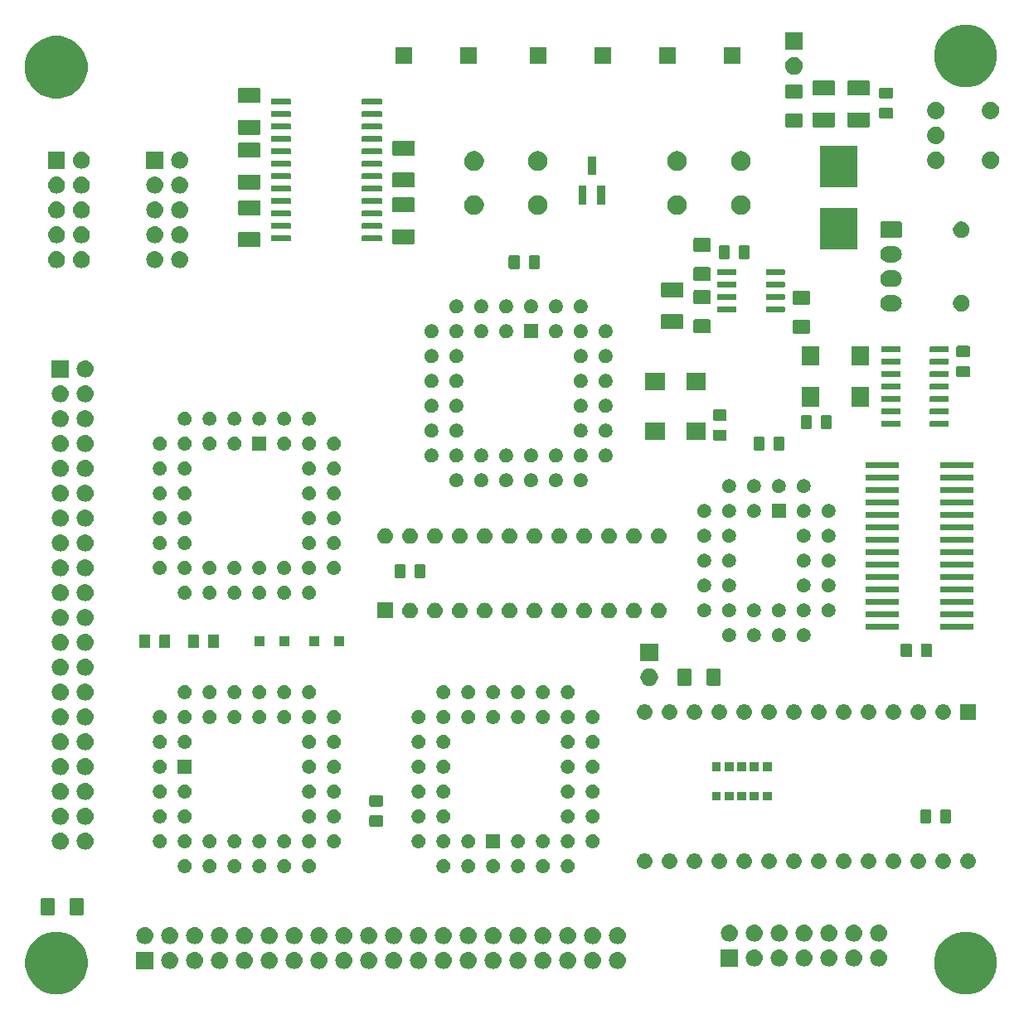
<source format=gbr>
G04 #@! TF.GenerationSoftware,KiCad,Pcbnew,5.1.4-e60b266~84~ubuntu18.04.1*
G04 #@! TF.CreationDate,2019-10-20T16:14:38+01:00*
G04 #@! TF.ProjectId,pluto,706c7574-6f2e-46b6-9963-61645f706362,rev?*
G04 #@! TF.SameCoordinates,Original*
G04 #@! TF.FileFunction,Soldermask,Top*
G04 #@! TF.FilePolarity,Negative*
%FSLAX46Y46*%
G04 Gerber Fmt 4.6, Leading zero omitted, Abs format (unit mm)*
G04 Created by KiCad (PCBNEW 5.1.4-e60b266~84~ubuntu18.04.1) date 2019-10-20 16:14:38*
%MOMM*%
%LPD*%
G04 APERTURE LIST*
%ADD10C,0.100000*%
G04 APERTURE END LIST*
D10*
G36*
X152190404Y-133320974D02*
G01*
X152772767Y-133562196D01*
X152772768Y-133562197D01*
X153296881Y-133912398D01*
X153742602Y-134358119D01*
X153976599Y-134708321D01*
X154092804Y-134882233D01*
X154334026Y-135464596D01*
X154457000Y-136082826D01*
X154457000Y-136713174D01*
X154334026Y-137331404D01*
X154092804Y-137913767D01*
X154092803Y-137913768D01*
X153742602Y-138437881D01*
X153296881Y-138883602D01*
X152946679Y-139117599D01*
X152772767Y-139233804D01*
X152190404Y-139475026D01*
X151572174Y-139598000D01*
X150941826Y-139598000D01*
X150323596Y-139475026D01*
X149741233Y-139233804D01*
X149567321Y-139117599D01*
X149217119Y-138883602D01*
X148771398Y-138437881D01*
X148421197Y-137913768D01*
X148421196Y-137913767D01*
X148179974Y-137331404D01*
X148057000Y-136713174D01*
X148057000Y-136082826D01*
X148179974Y-135464596D01*
X148421196Y-134882233D01*
X148537401Y-134708321D01*
X148771398Y-134358119D01*
X149217119Y-133912398D01*
X149741232Y-133562197D01*
X149741233Y-133562196D01*
X150323596Y-133320974D01*
X150941826Y-133198000D01*
X151572174Y-133198000D01*
X152190404Y-133320974D01*
X152190404Y-133320974D01*
G37*
G36*
X59353404Y-133320974D02*
G01*
X59935767Y-133562196D01*
X59935768Y-133562197D01*
X60459881Y-133912398D01*
X60905602Y-134358119D01*
X61139599Y-134708321D01*
X61255804Y-134882233D01*
X61497026Y-135464596D01*
X61620000Y-136082826D01*
X61620000Y-136713174D01*
X61497026Y-137331404D01*
X61255804Y-137913767D01*
X61255803Y-137913768D01*
X60905602Y-138437881D01*
X60459881Y-138883602D01*
X60109679Y-139117599D01*
X59935767Y-139233804D01*
X59353404Y-139475026D01*
X58735174Y-139598000D01*
X58104826Y-139598000D01*
X57486596Y-139475026D01*
X56904233Y-139233804D01*
X56730321Y-139117599D01*
X56380119Y-138883602D01*
X55934398Y-138437881D01*
X55584197Y-137913768D01*
X55584196Y-137913767D01*
X55342974Y-137331404D01*
X55220000Y-136713174D01*
X55220000Y-136082826D01*
X55342974Y-135464596D01*
X55584196Y-134882233D01*
X55700401Y-134708321D01*
X55934398Y-134358119D01*
X56380119Y-133912398D01*
X56904232Y-133562197D01*
X56904233Y-133562196D01*
X57486596Y-133320974D01*
X58104826Y-133198000D01*
X58735174Y-133198000D01*
X59353404Y-133320974D01*
X59353404Y-133320974D01*
G37*
G36*
X110701712Y-135284565D02*
G01*
X110786295Y-135292896D01*
X110949084Y-135342278D01*
X110949087Y-135342279D01*
X111099107Y-135422466D01*
X111099108Y-135422467D01*
X111099112Y-135422469D01*
X111230612Y-135530388D01*
X111338531Y-135661888D01*
X111338533Y-135661892D01*
X111338534Y-135661893D01*
X111418721Y-135811913D01*
X111418722Y-135811916D01*
X111468104Y-135974705D01*
X111484778Y-136144000D01*
X111468104Y-136313295D01*
X111418722Y-136476084D01*
X111418721Y-136476087D01*
X111346325Y-136611531D01*
X111338531Y-136626112D01*
X111230612Y-136757612D01*
X111099112Y-136865531D01*
X111099108Y-136865533D01*
X111099107Y-136865534D01*
X110949087Y-136945721D01*
X110949084Y-136945722D01*
X110786295Y-136995104D01*
X110701712Y-137003435D01*
X110659421Y-137007600D01*
X110574579Y-137007600D01*
X110532288Y-137003435D01*
X110447705Y-136995104D01*
X110284916Y-136945722D01*
X110284913Y-136945721D01*
X110134893Y-136865534D01*
X110134892Y-136865533D01*
X110134888Y-136865531D01*
X110003388Y-136757612D01*
X109895469Y-136626112D01*
X109887675Y-136611531D01*
X109815279Y-136476087D01*
X109815278Y-136476084D01*
X109765896Y-136313295D01*
X109749222Y-136144000D01*
X109765896Y-135974705D01*
X109815278Y-135811916D01*
X109815279Y-135811913D01*
X109895466Y-135661893D01*
X109895467Y-135661892D01*
X109895469Y-135661888D01*
X110003388Y-135530388D01*
X110134888Y-135422469D01*
X110134892Y-135422467D01*
X110134893Y-135422466D01*
X110284913Y-135342279D01*
X110284916Y-135342278D01*
X110447705Y-135292896D01*
X110532288Y-135284565D01*
X110574579Y-135280400D01*
X110659421Y-135280400D01*
X110701712Y-135284565D01*
X110701712Y-135284565D01*
G37*
G36*
X90381712Y-135284565D02*
G01*
X90466295Y-135292896D01*
X90629084Y-135342278D01*
X90629087Y-135342279D01*
X90779107Y-135422466D01*
X90779108Y-135422467D01*
X90779112Y-135422469D01*
X90910612Y-135530388D01*
X91018531Y-135661888D01*
X91018533Y-135661892D01*
X91018534Y-135661893D01*
X91098721Y-135811913D01*
X91098722Y-135811916D01*
X91148104Y-135974705D01*
X91164778Y-136144000D01*
X91148104Y-136313295D01*
X91098722Y-136476084D01*
X91098721Y-136476087D01*
X91026325Y-136611531D01*
X91018531Y-136626112D01*
X90910612Y-136757612D01*
X90779112Y-136865531D01*
X90779108Y-136865533D01*
X90779107Y-136865534D01*
X90629087Y-136945721D01*
X90629084Y-136945722D01*
X90466295Y-136995104D01*
X90381712Y-137003435D01*
X90339421Y-137007600D01*
X90254579Y-137007600D01*
X90212288Y-137003435D01*
X90127705Y-136995104D01*
X89964916Y-136945722D01*
X89964913Y-136945721D01*
X89814893Y-136865534D01*
X89814892Y-136865533D01*
X89814888Y-136865531D01*
X89683388Y-136757612D01*
X89575469Y-136626112D01*
X89567675Y-136611531D01*
X89495279Y-136476087D01*
X89495278Y-136476084D01*
X89445896Y-136313295D01*
X89429222Y-136144000D01*
X89445896Y-135974705D01*
X89495278Y-135811916D01*
X89495279Y-135811913D01*
X89575466Y-135661893D01*
X89575467Y-135661892D01*
X89575469Y-135661888D01*
X89683388Y-135530388D01*
X89814888Y-135422469D01*
X89814892Y-135422467D01*
X89814893Y-135422466D01*
X89964913Y-135342279D01*
X89964916Y-135342278D01*
X90127705Y-135292896D01*
X90212288Y-135284565D01*
X90254579Y-135280400D01*
X90339421Y-135280400D01*
X90381712Y-135284565D01*
X90381712Y-135284565D01*
G37*
G36*
X68300600Y-137007600D02*
G01*
X66573400Y-137007600D01*
X66573400Y-135280400D01*
X68300600Y-135280400D01*
X68300600Y-137007600D01*
X68300600Y-137007600D01*
G37*
G36*
X70061712Y-135284565D02*
G01*
X70146295Y-135292896D01*
X70309084Y-135342278D01*
X70309087Y-135342279D01*
X70459107Y-135422466D01*
X70459108Y-135422467D01*
X70459112Y-135422469D01*
X70590612Y-135530388D01*
X70698531Y-135661888D01*
X70698533Y-135661892D01*
X70698534Y-135661893D01*
X70778721Y-135811913D01*
X70778722Y-135811916D01*
X70828104Y-135974705D01*
X70844778Y-136144000D01*
X70828104Y-136313295D01*
X70778722Y-136476084D01*
X70778721Y-136476087D01*
X70706325Y-136611531D01*
X70698531Y-136626112D01*
X70590612Y-136757612D01*
X70459112Y-136865531D01*
X70459108Y-136865533D01*
X70459107Y-136865534D01*
X70309087Y-136945721D01*
X70309084Y-136945722D01*
X70146295Y-136995104D01*
X70061712Y-137003435D01*
X70019421Y-137007600D01*
X69934579Y-137007600D01*
X69892288Y-137003435D01*
X69807705Y-136995104D01*
X69644916Y-136945722D01*
X69644913Y-136945721D01*
X69494893Y-136865534D01*
X69494892Y-136865533D01*
X69494888Y-136865531D01*
X69363388Y-136757612D01*
X69255469Y-136626112D01*
X69247675Y-136611531D01*
X69175279Y-136476087D01*
X69175278Y-136476084D01*
X69125896Y-136313295D01*
X69109222Y-136144000D01*
X69125896Y-135974705D01*
X69175278Y-135811916D01*
X69175279Y-135811913D01*
X69255466Y-135661893D01*
X69255467Y-135661892D01*
X69255469Y-135661888D01*
X69363388Y-135530388D01*
X69494888Y-135422469D01*
X69494892Y-135422467D01*
X69494893Y-135422466D01*
X69644913Y-135342279D01*
X69644916Y-135342278D01*
X69807705Y-135292896D01*
X69892288Y-135284565D01*
X69934579Y-135280400D01*
X70019421Y-135280400D01*
X70061712Y-135284565D01*
X70061712Y-135284565D01*
G37*
G36*
X72601712Y-135284565D02*
G01*
X72686295Y-135292896D01*
X72849084Y-135342278D01*
X72849087Y-135342279D01*
X72999107Y-135422466D01*
X72999108Y-135422467D01*
X72999112Y-135422469D01*
X73130612Y-135530388D01*
X73238531Y-135661888D01*
X73238533Y-135661892D01*
X73238534Y-135661893D01*
X73318721Y-135811913D01*
X73318722Y-135811916D01*
X73368104Y-135974705D01*
X73384778Y-136144000D01*
X73368104Y-136313295D01*
X73318722Y-136476084D01*
X73318721Y-136476087D01*
X73246325Y-136611531D01*
X73238531Y-136626112D01*
X73130612Y-136757612D01*
X72999112Y-136865531D01*
X72999108Y-136865533D01*
X72999107Y-136865534D01*
X72849087Y-136945721D01*
X72849084Y-136945722D01*
X72686295Y-136995104D01*
X72601712Y-137003435D01*
X72559421Y-137007600D01*
X72474579Y-137007600D01*
X72432288Y-137003435D01*
X72347705Y-136995104D01*
X72184916Y-136945722D01*
X72184913Y-136945721D01*
X72034893Y-136865534D01*
X72034892Y-136865533D01*
X72034888Y-136865531D01*
X71903388Y-136757612D01*
X71795469Y-136626112D01*
X71787675Y-136611531D01*
X71715279Y-136476087D01*
X71715278Y-136476084D01*
X71665896Y-136313295D01*
X71649222Y-136144000D01*
X71665896Y-135974705D01*
X71715278Y-135811916D01*
X71715279Y-135811913D01*
X71795466Y-135661893D01*
X71795467Y-135661892D01*
X71795469Y-135661888D01*
X71903388Y-135530388D01*
X72034888Y-135422469D01*
X72034892Y-135422467D01*
X72034893Y-135422466D01*
X72184913Y-135342279D01*
X72184916Y-135342278D01*
X72347705Y-135292896D01*
X72432288Y-135284565D01*
X72474579Y-135280400D01*
X72559421Y-135280400D01*
X72601712Y-135284565D01*
X72601712Y-135284565D01*
G37*
G36*
X75141712Y-135284565D02*
G01*
X75226295Y-135292896D01*
X75389084Y-135342278D01*
X75389087Y-135342279D01*
X75539107Y-135422466D01*
X75539108Y-135422467D01*
X75539112Y-135422469D01*
X75670612Y-135530388D01*
X75778531Y-135661888D01*
X75778533Y-135661892D01*
X75778534Y-135661893D01*
X75858721Y-135811913D01*
X75858722Y-135811916D01*
X75908104Y-135974705D01*
X75924778Y-136144000D01*
X75908104Y-136313295D01*
X75858722Y-136476084D01*
X75858721Y-136476087D01*
X75786325Y-136611531D01*
X75778531Y-136626112D01*
X75670612Y-136757612D01*
X75539112Y-136865531D01*
X75539108Y-136865533D01*
X75539107Y-136865534D01*
X75389087Y-136945721D01*
X75389084Y-136945722D01*
X75226295Y-136995104D01*
X75141712Y-137003435D01*
X75099421Y-137007600D01*
X75014579Y-137007600D01*
X74972288Y-137003435D01*
X74887705Y-136995104D01*
X74724916Y-136945722D01*
X74724913Y-136945721D01*
X74574893Y-136865534D01*
X74574892Y-136865533D01*
X74574888Y-136865531D01*
X74443388Y-136757612D01*
X74335469Y-136626112D01*
X74327675Y-136611531D01*
X74255279Y-136476087D01*
X74255278Y-136476084D01*
X74205896Y-136313295D01*
X74189222Y-136144000D01*
X74205896Y-135974705D01*
X74255278Y-135811916D01*
X74255279Y-135811913D01*
X74335466Y-135661893D01*
X74335467Y-135661892D01*
X74335469Y-135661888D01*
X74443388Y-135530388D01*
X74574888Y-135422469D01*
X74574892Y-135422467D01*
X74574893Y-135422466D01*
X74724913Y-135342279D01*
X74724916Y-135342278D01*
X74887705Y-135292896D01*
X74972288Y-135284565D01*
X75014579Y-135280400D01*
X75099421Y-135280400D01*
X75141712Y-135284565D01*
X75141712Y-135284565D01*
G37*
G36*
X77681712Y-135284565D02*
G01*
X77766295Y-135292896D01*
X77929084Y-135342278D01*
X77929087Y-135342279D01*
X78079107Y-135422466D01*
X78079108Y-135422467D01*
X78079112Y-135422469D01*
X78210612Y-135530388D01*
X78318531Y-135661888D01*
X78318533Y-135661892D01*
X78318534Y-135661893D01*
X78398721Y-135811913D01*
X78398722Y-135811916D01*
X78448104Y-135974705D01*
X78464778Y-136144000D01*
X78448104Y-136313295D01*
X78398722Y-136476084D01*
X78398721Y-136476087D01*
X78326325Y-136611531D01*
X78318531Y-136626112D01*
X78210612Y-136757612D01*
X78079112Y-136865531D01*
X78079108Y-136865533D01*
X78079107Y-136865534D01*
X77929087Y-136945721D01*
X77929084Y-136945722D01*
X77766295Y-136995104D01*
X77681712Y-137003435D01*
X77639421Y-137007600D01*
X77554579Y-137007600D01*
X77512288Y-137003435D01*
X77427705Y-136995104D01*
X77264916Y-136945722D01*
X77264913Y-136945721D01*
X77114893Y-136865534D01*
X77114892Y-136865533D01*
X77114888Y-136865531D01*
X76983388Y-136757612D01*
X76875469Y-136626112D01*
X76867675Y-136611531D01*
X76795279Y-136476087D01*
X76795278Y-136476084D01*
X76745896Y-136313295D01*
X76729222Y-136144000D01*
X76745896Y-135974705D01*
X76795278Y-135811916D01*
X76795279Y-135811913D01*
X76875466Y-135661893D01*
X76875467Y-135661892D01*
X76875469Y-135661888D01*
X76983388Y-135530388D01*
X77114888Y-135422469D01*
X77114892Y-135422467D01*
X77114893Y-135422466D01*
X77264913Y-135342279D01*
X77264916Y-135342278D01*
X77427705Y-135292896D01*
X77512288Y-135284565D01*
X77554579Y-135280400D01*
X77639421Y-135280400D01*
X77681712Y-135284565D01*
X77681712Y-135284565D01*
G37*
G36*
X80221712Y-135284565D02*
G01*
X80306295Y-135292896D01*
X80469084Y-135342278D01*
X80469087Y-135342279D01*
X80619107Y-135422466D01*
X80619108Y-135422467D01*
X80619112Y-135422469D01*
X80750612Y-135530388D01*
X80858531Y-135661888D01*
X80858533Y-135661892D01*
X80858534Y-135661893D01*
X80938721Y-135811913D01*
X80938722Y-135811916D01*
X80988104Y-135974705D01*
X81004778Y-136144000D01*
X80988104Y-136313295D01*
X80938722Y-136476084D01*
X80938721Y-136476087D01*
X80866325Y-136611531D01*
X80858531Y-136626112D01*
X80750612Y-136757612D01*
X80619112Y-136865531D01*
X80619108Y-136865533D01*
X80619107Y-136865534D01*
X80469087Y-136945721D01*
X80469084Y-136945722D01*
X80306295Y-136995104D01*
X80221712Y-137003435D01*
X80179421Y-137007600D01*
X80094579Y-137007600D01*
X80052288Y-137003435D01*
X79967705Y-136995104D01*
X79804916Y-136945722D01*
X79804913Y-136945721D01*
X79654893Y-136865534D01*
X79654892Y-136865533D01*
X79654888Y-136865531D01*
X79523388Y-136757612D01*
X79415469Y-136626112D01*
X79407675Y-136611531D01*
X79335279Y-136476087D01*
X79335278Y-136476084D01*
X79285896Y-136313295D01*
X79269222Y-136144000D01*
X79285896Y-135974705D01*
X79335278Y-135811916D01*
X79335279Y-135811913D01*
X79415466Y-135661893D01*
X79415467Y-135661892D01*
X79415469Y-135661888D01*
X79523388Y-135530388D01*
X79654888Y-135422469D01*
X79654892Y-135422467D01*
X79654893Y-135422466D01*
X79804913Y-135342279D01*
X79804916Y-135342278D01*
X79967705Y-135292896D01*
X80052288Y-135284565D01*
X80094579Y-135280400D01*
X80179421Y-135280400D01*
X80221712Y-135284565D01*
X80221712Y-135284565D01*
G37*
G36*
X82761712Y-135284565D02*
G01*
X82846295Y-135292896D01*
X83009084Y-135342278D01*
X83009087Y-135342279D01*
X83159107Y-135422466D01*
X83159108Y-135422467D01*
X83159112Y-135422469D01*
X83290612Y-135530388D01*
X83398531Y-135661888D01*
X83398533Y-135661892D01*
X83398534Y-135661893D01*
X83478721Y-135811913D01*
X83478722Y-135811916D01*
X83528104Y-135974705D01*
X83544778Y-136144000D01*
X83528104Y-136313295D01*
X83478722Y-136476084D01*
X83478721Y-136476087D01*
X83406325Y-136611531D01*
X83398531Y-136626112D01*
X83290612Y-136757612D01*
X83159112Y-136865531D01*
X83159108Y-136865533D01*
X83159107Y-136865534D01*
X83009087Y-136945721D01*
X83009084Y-136945722D01*
X82846295Y-136995104D01*
X82761712Y-137003435D01*
X82719421Y-137007600D01*
X82634579Y-137007600D01*
X82592288Y-137003435D01*
X82507705Y-136995104D01*
X82344916Y-136945722D01*
X82344913Y-136945721D01*
X82194893Y-136865534D01*
X82194892Y-136865533D01*
X82194888Y-136865531D01*
X82063388Y-136757612D01*
X81955469Y-136626112D01*
X81947675Y-136611531D01*
X81875279Y-136476087D01*
X81875278Y-136476084D01*
X81825896Y-136313295D01*
X81809222Y-136144000D01*
X81825896Y-135974705D01*
X81875278Y-135811916D01*
X81875279Y-135811913D01*
X81955466Y-135661893D01*
X81955467Y-135661892D01*
X81955469Y-135661888D01*
X82063388Y-135530388D01*
X82194888Y-135422469D01*
X82194892Y-135422467D01*
X82194893Y-135422466D01*
X82344913Y-135342279D01*
X82344916Y-135342278D01*
X82507705Y-135292896D01*
X82592288Y-135284565D01*
X82634579Y-135280400D01*
X82719421Y-135280400D01*
X82761712Y-135284565D01*
X82761712Y-135284565D01*
G37*
G36*
X85301712Y-135284565D02*
G01*
X85386295Y-135292896D01*
X85549084Y-135342278D01*
X85549087Y-135342279D01*
X85699107Y-135422466D01*
X85699108Y-135422467D01*
X85699112Y-135422469D01*
X85830612Y-135530388D01*
X85938531Y-135661888D01*
X85938533Y-135661892D01*
X85938534Y-135661893D01*
X86018721Y-135811913D01*
X86018722Y-135811916D01*
X86068104Y-135974705D01*
X86084778Y-136144000D01*
X86068104Y-136313295D01*
X86018722Y-136476084D01*
X86018721Y-136476087D01*
X85946325Y-136611531D01*
X85938531Y-136626112D01*
X85830612Y-136757612D01*
X85699112Y-136865531D01*
X85699108Y-136865533D01*
X85699107Y-136865534D01*
X85549087Y-136945721D01*
X85549084Y-136945722D01*
X85386295Y-136995104D01*
X85301712Y-137003435D01*
X85259421Y-137007600D01*
X85174579Y-137007600D01*
X85132288Y-137003435D01*
X85047705Y-136995104D01*
X84884916Y-136945722D01*
X84884913Y-136945721D01*
X84734893Y-136865534D01*
X84734892Y-136865533D01*
X84734888Y-136865531D01*
X84603388Y-136757612D01*
X84495469Y-136626112D01*
X84487675Y-136611531D01*
X84415279Y-136476087D01*
X84415278Y-136476084D01*
X84365896Y-136313295D01*
X84349222Y-136144000D01*
X84365896Y-135974705D01*
X84415278Y-135811916D01*
X84415279Y-135811913D01*
X84495466Y-135661893D01*
X84495467Y-135661892D01*
X84495469Y-135661888D01*
X84603388Y-135530388D01*
X84734888Y-135422469D01*
X84734892Y-135422467D01*
X84734893Y-135422466D01*
X84884913Y-135342279D01*
X84884916Y-135342278D01*
X85047705Y-135292896D01*
X85132288Y-135284565D01*
X85174579Y-135280400D01*
X85259421Y-135280400D01*
X85301712Y-135284565D01*
X85301712Y-135284565D01*
G37*
G36*
X87841712Y-135284565D02*
G01*
X87926295Y-135292896D01*
X88089084Y-135342278D01*
X88089087Y-135342279D01*
X88239107Y-135422466D01*
X88239108Y-135422467D01*
X88239112Y-135422469D01*
X88370612Y-135530388D01*
X88478531Y-135661888D01*
X88478533Y-135661892D01*
X88478534Y-135661893D01*
X88558721Y-135811913D01*
X88558722Y-135811916D01*
X88608104Y-135974705D01*
X88624778Y-136144000D01*
X88608104Y-136313295D01*
X88558722Y-136476084D01*
X88558721Y-136476087D01*
X88486325Y-136611531D01*
X88478531Y-136626112D01*
X88370612Y-136757612D01*
X88239112Y-136865531D01*
X88239108Y-136865533D01*
X88239107Y-136865534D01*
X88089087Y-136945721D01*
X88089084Y-136945722D01*
X87926295Y-136995104D01*
X87841712Y-137003435D01*
X87799421Y-137007600D01*
X87714579Y-137007600D01*
X87672288Y-137003435D01*
X87587705Y-136995104D01*
X87424916Y-136945722D01*
X87424913Y-136945721D01*
X87274893Y-136865534D01*
X87274892Y-136865533D01*
X87274888Y-136865531D01*
X87143388Y-136757612D01*
X87035469Y-136626112D01*
X87027675Y-136611531D01*
X86955279Y-136476087D01*
X86955278Y-136476084D01*
X86905896Y-136313295D01*
X86889222Y-136144000D01*
X86905896Y-135974705D01*
X86955278Y-135811916D01*
X86955279Y-135811913D01*
X87035466Y-135661893D01*
X87035467Y-135661892D01*
X87035469Y-135661888D01*
X87143388Y-135530388D01*
X87274888Y-135422469D01*
X87274892Y-135422467D01*
X87274893Y-135422466D01*
X87424913Y-135342279D01*
X87424916Y-135342278D01*
X87587705Y-135292896D01*
X87672288Y-135284565D01*
X87714579Y-135280400D01*
X87799421Y-135280400D01*
X87841712Y-135284565D01*
X87841712Y-135284565D01*
G37*
G36*
X95461712Y-135284565D02*
G01*
X95546295Y-135292896D01*
X95709084Y-135342278D01*
X95709087Y-135342279D01*
X95859107Y-135422466D01*
X95859108Y-135422467D01*
X95859112Y-135422469D01*
X95990612Y-135530388D01*
X96098531Y-135661888D01*
X96098533Y-135661892D01*
X96098534Y-135661893D01*
X96178721Y-135811913D01*
X96178722Y-135811916D01*
X96228104Y-135974705D01*
X96244778Y-136144000D01*
X96228104Y-136313295D01*
X96178722Y-136476084D01*
X96178721Y-136476087D01*
X96106325Y-136611531D01*
X96098531Y-136626112D01*
X95990612Y-136757612D01*
X95859112Y-136865531D01*
X95859108Y-136865533D01*
X95859107Y-136865534D01*
X95709087Y-136945721D01*
X95709084Y-136945722D01*
X95546295Y-136995104D01*
X95461712Y-137003435D01*
X95419421Y-137007600D01*
X95334579Y-137007600D01*
X95292288Y-137003435D01*
X95207705Y-136995104D01*
X95044916Y-136945722D01*
X95044913Y-136945721D01*
X94894893Y-136865534D01*
X94894892Y-136865533D01*
X94894888Y-136865531D01*
X94763388Y-136757612D01*
X94655469Y-136626112D01*
X94647675Y-136611531D01*
X94575279Y-136476087D01*
X94575278Y-136476084D01*
X94525896Y-136313295D01*
X94509222Y-136144000D01*
X94525896Y-135974705D01*
X94575278Y-135811916D01*
X94575279Y-135811913D01*
X94655466Y-135661893D01*
X94655467Y-135661892D01*
X94655469Y-135661888D01*
X94763388Y-135530388D01*
X94894888Y-135422469D01*
X94894892Y-135422467D01*
X94894893Y-135422466D01*
X95044913Y-135342279D01*
X95044916Y-135342278D01*
X95207705Y-135292896D01*
X95292288Y-135284565D01*
X95334579Y-135280400D01*
X95419421Y-135280400D01*
X95461712Y-135284565D01*
X95461712Y-135284565D01*
G37*
G36*
X98001712Y-135284565D02*
G01*
X98086295Y-135292896D01*
X98249084Y-135342278D01*
X98249087Y-135342279D01*
X98399107Y-135422466D01*
X98399108Y-135422467D01*
X98399112Y-135422469D01*
X98530612Y-135530388D01*
X98638531Y-135661888D01*
X98638533Y-135661892D01*
X98638534Y-135661893D01*
X98718721Y-135811913D01*
X98718722Y-135811916D01*
X98768104Y-135974705D01*
X98784778Y-136144000D01*
X98768104Y-136313295D01*
X98718722Y-136476084D01*
X98718721Y-136476087D01*
X98646325Y-136611531D01*
X98638531Y-136626112D01*
X98530612Y-136757612D01*
X98399112Y-136865531D01*
X98399108Y-136865533D01*
X98399107Y-136865534D01*
X98249087Y-136945721D01*
X98249084Y-136945722D01*
X98086295Y-136995104D01*
X98001712Y-137003435D01*
X97959421Y-137007600D01*
X97874579Y-137007600D01*
X97832288Y-137003435D01*
X97747705Y-136995104D01*
X97584916Y-136945722D01*
X97584913Y-136945721D01*
X97434893Y-136865534D01*
X97434892Y-136865533D01*
X97434888Y-136865531D01*
X97303388Y-136757612D01*
X97195469Y-136626112D01*
X97187675Y-136611531D01*
X97115279Y-136476087D01*
X97115278Y-136476084D01*
X97065896Y-136313295D01*
X97049222Y-136144000D01*
X97065896Y-135974705D01*
X97115278Y-135811916D01*
X97115279Y-135811913D01*
X97195466Y-135661893D01*
X97195467Y-135661892D01*
X97195469Y-135661888D01*
X97303388Y-135530388D01*
X97434888Y-135422469D01*
X97434892Y-135422467D01*
X97434893Y-135422466D01*
X97584913Y-135342279D01*
X97584916Y-135342278D01*
X97747705Y-135292896D01*
X97832288Y-135284565D01*
X97874579Y-135280400D01*
X97959421Y-135280400D01*
X98001712Y-135284565D01*
X98001712Y-135284565D01*
G37*
G36*
X100541712Y-135284565D02*
G01*
X100626295Y-135292896D01*
X100789084Y-135342278D01*
X100789087Y-135342279D01*
X100939107Y-135422466D01*
X100939108Y-135422467D01*
X100939112Y-135422469D01*
X101070612Y-135530388D01*
X101178531Y-135661888D01*
X101178533Y-135661892D01*
X101178534Y-135661893D01*
X101258721Y-135811913D01*
X101258722Y-135811916D01*
X101308104Y-135974705D01*
X101324778Y-136144000D01*
X101308104Y-136313295D01*
X101258722Y-136476084D01*
X101258721Y-136476087D01*
X101186325Y-136611531D01*
X101178531Y-136626112D01*
X101070612Y-136757612D01*
X100939112Y-136865531D01*
X100939108Y-136865533D01*
X100939107Y-136865534D01*
X100789087Y-136945721D01*
X100789084Y-136945722D01*
X100626295Y-136995104D01*
X100541712Y-137003435D01*
X100499421Y-137007600D01*
X100414579Y-137007600D01*
X100372288Y-137003435D01*
X100287705Y-136995104D01*
X100124916Y-136945722D01*
X100124913Y-136945721D01*
X99974893Y-136865534D01*
X99974892Y-136865533D01*
X99974888Y-136865531D01*
X99843388Y-136757612D01*
X99735469Y-136626112D01*
X99727675Y-136611531D01*
X99655279Y-136476087D01*
X99655278Y-136476084D01*
X99605896Y-136313295D01*
X99589222Y-136144000D01*
X99605896Y-135974705D01*
X99655278Y-135811916D01*
X99655279Y-135811913D01*
X99735466Y-135661893D01*
X99735467Y-135661892D01*
X99735469Y-135661888D01*
X99843388Y-135530388D01*
X99974888Y-135422469D01*
X99974892Y-135422467D01*
X99974893Y-135422466D01*
X100124913Y-135342279D01*
X100124916Y-135342278D01*
X100287705Y-135292896D01*
X100372288Y-135284565D01*
X100414579Y-135280400D01*
X100499421Y-135280400D01*
X100541712Y-135284565D01*
X100541712Y-135284565D01*
G37*
G36*
X103081712Y-135284565D02*
G01*
X103166295Y-135292896D01*
X103329084Y-135342278D01*
X103329087Y-135342279D01*
X103479107Y-135422466D01*
X103479108Y-135422467D01*
X103479112Y-135422469D01*
X103610612Y-135530388D01*
X103718531Y-135661888D01*
X103718533Y-135661892D01*
X103718534Y-135661893D01*
X103798721Y-135811913D01*
X103798722Y-135811916D01*
X103848104Y-135974705D01*
X103864778Y-136144000D01*
X103848104Y-136313295D01*
X103798722Y-136476084D01*
X103798721Y-136476087D01*
X103726325Y-136611531D01*
X103718531Y-136626112D01*
X103610612Y-136757612D01*
X103479112Y-136865531D01*
X103479108Y-136865533D01*
X103479107Y-136865534D01*
X103329087Y-136945721D01*
X103329084Y-136945722D01*
X103166295Y-136995104D01*
X103081712Y-137003435D01*
X103039421Y-137007600D01*
X102954579Y-137007600D01*
X102912288Y-137003435D01*
X102827705Y-136995104D01*
X102664916Y-136945722D01*
X102664913Y-136945721D01*
X102514893Y-136865534D01*
X102514892Y-136865533D01*
X102514888Y-136865531D01*
X102383388Y-136757612D01*
X102275469Y-136626112D01*
X102267675Y-136611531D01*
X102195279Y-136476087D01*
X102195278Y-136476084D01*
X102145896Y-136313295D01*
X102129222Y-136144000D01*
X102145896Y-135974705D01*
X102195278Y-135811916D01*
X102195279Y-135811913D01*
X102275466Y-135661893D01*
X102275467Y-135661892D01*
X102275469Y-135661888D01*
X102383388Y-135530388D01*
X102514888Y-135422469D01*
X102514892Y-135422467D01*
X102514893Y-135422466D01*
X102664913Y-135342279D01*
X102664916Y-135342278D01*
X102827705Y-135292896D01*
X102912288Y-135284565D01*
X102954579Y-135280400D01*
X103039421Y-135280400D01*
X103081712Y-135284565D01*
X103081712Y-135284565D01*
G37*
G36*
X105621712Y-135284565D02*
G01*
X105706295Y-135292896D01*
X105869084Y-135342278D01*
X105869087Y-135342279D01*
X106019107Y-135422466D01*
X106019108Y-135422467D01*
X106019112Y-135422469D01*
X106150612Y-135530388D01*
X106258531Y-135661888D01*
X106258533Y-135661892D01*
X106258534Y-135661893D01*
X106338721Y-135811913D01*
X106338722Y-135811916D01*
X106388104Y-135974705D01*
X106404778Y-136144000D01*
X106388104Y-136313295D01*
X106338722Y-136476084D01*
X106338721Y-136476087D01*
X106266325Y-136611531D01*
X106258531Y-136626112D01*
X106150612Y-136757612D01*
X106019112Y-136865531D01*
X106019108Y-136865533D01*
X106019107Y-136865534D01*
X105869087Y-136945721D01*
X105869084Y-136945722D01*
X105706295Y-136995104D01*
X105621712Y-137003435D01*
X105579421Y-137007600D01*
X105494579Y-137007600D01*
X105452288Y-137003435D01*
X105367705Y-136995104D01*
X105204916Y-136945722D01*
X105204913Y-136945721D01*
X105054893Y-136865534D01*
X105054892Y-136865533D01*
X105054888Y-136865531D01*
X104923388Y-136757612D01*
X104815469Y-136626112D01*
X104807675Y-136611531D01*
X104735279Y-136476087D01*
X104735278Y-136476084D01*
X104685896Y-136313295D01*
X104669222Y-136144000D01*
X104685896Y-135974705D01*
X104735278Y-135811916D01*
X104735279Y-135811913D01*
X104815466Y-135661893D01*
X104815467Y-135661892D01*
X104815469Y-135661888D01*
X104923388Y-135530388D01*
X105054888Y-135422469D01*
X105054892Y-135422467D01*
X105054893Y-135422466D01*
X105204913Y-135342279D01*
X105204916Y-135342278D01*
X105367705Y-135292896D01*
X105452288Y-135284565D01*
X105494579Y-135280400D01*
X105579421Y-135280400D01*
X105621712Y-135284565D01*
X105621712Y-135284565D01*
G37*
G36*
X108161712Y-135284565D02*
G01*
X108246295Y-135292896D01*
X108409084Y-135342278D01*
X108409087Y-135342279D01*
X108559107Y-135422466D01*
X108559108Y-135422467D01*
X108559112Y-135422469D01*
X108690612Y-135530388D01*
X108798531Y-135661888D01*
X108798533Y-135661892D01*
X108798534Y-135661893D01*
X108878721Y-135811913D01*
X108878722Y-135811916D01*
X108928104Y-135974705D01*
X108944778Y-136144000D01*
X108928104Y-136313295D01*
X108878722Y-136476084D01*
X108878721Y-136476087D01*
X108806325Y-136611531D01*
X108798531Y-136626112D01*
X108690612Y-136757612D01*
X108559112Y-136865531D01*
X108559108Y-136865533D01*
X108559107Y-136865534D01*
X108409087Y-136945721D01*
X108409084Y-136945722D01*
X108246295Y-136995104D01*
X108161712Y-137003435D01*
X108119421Y-137007600D01*
X108034579Y-137007600D01*
X107992288Y-137003435D01*
X107907705Y-136995104D01*
X107744916Y-136945722D01*
X107744913Y-136945721D01*
X107594893Y-136865534D01*
X107594892Y-136865533D01*
X107594888Y-136865531D01*
X107463388Y-136757612D01*
X107355469Y-136626112D01*
X107347675Y-136611531D01*
X107275279Y-136476087D01*
X107275278Y-136476084D01*
X107225896Y-136313295D01*
X107209222Y-136144000D01*
X107225896Y-135974705D01*
X107275278Y-135811916D01*
X107275279Y-135811913D01*
X107355466Y-135661893D01*
X107355467Y-135661892D01*
X107355469Y-135661888D01*
X107463388Y-135530388D01*
X107594888Y-135422469D01*
X107594892Y-135422467D01*
X107594893Y-135422466D01*
X107744913Y-135342279D01*
X107744916Y-135342278D01*
X107907705Y-135292896D01*
X107992288Y-135284565D01*
X108034579Y-135280400D01*
X108119421Y-135280400D01*
X108161712Y-135284565D01*
X108161712Y-135284565D01*
G37*
G36*
X113241712Y-135284565D02*
G01*
X113326295Y-135292896D01*
X113489084Y-135342278D01*
X113489087Y-135342279D01*
X113639107Y-135422466D01*
X113639108Y-135422467D01*
X113639112Y-135422469D01*
X113770612Y-135530388D01*
X113878531Y-135661888D01*
X113878533Y-135661892D01*
X113878534Y-135661893D01*
X113958721Y-135811913D01*
X113958722Y-135811916D01*
X114008104Y-135974705D01*
X114024778Y-136144000D01*
X114008104Y-136313295D01*
X113958722Y-136476084D01*
X113958721Y-136476087D01*
X113886325Y-136611531D01*
X113878531Y-136626112D01*
X113770612Y-136757612D01*
X113639112Y-136865531D01*
X113639108Y-136865533D01*
X113639107Y-136865534D01*
X113489087Y-136945721D01*
X113489084Y-136945722D01*
X113326295Y-136995104D01*
X113241712Y-137003435D01*
X113199421Y-137007600D01*
X113114579Y-137007600D01*
X113072288Y-137003435D01*
X112987705Y-136995104D01*
X112824916Y-136945722D01*
X112824913Y-136945721D01*
X112674893Y-136865534D01*
X112674892Y-136865533D01*
X112674888Y-136865531D01*
X112543388Y-136757612D01*
X112435469Y-136626112D01*
X112427675Y-136611531D01*
X112355279Y-136476087D01*
X112355278Y-136476084D01*
X112305896Y-136313295D01*
X112289222Y-136144000D01*
X112305896Y-135974705D01*
X112355278Y-135811916D01*
X112355279Y-135811913D01*
X112435466Y-135661893D01*
X112435467Y-135661892D01*
X112435469Y-135661888D01*
X112543388Y-135530388D01*
X112674888Y-135422469D01*
X112674892Y-135422467D01*
X112674893Y-135422466D01*
X112824913Y-135342279D01*
X112824916Y-135342278D01*
X112987705Y-135292896D01*
X113072288Y-135284565D01*
X113114579Y-135280400D01*
X113199421Y-135280400D01*
X113241712Y-135284565D01*
X113241712Y-135284565D01*
G37*
G36*
X115781712Y-135284565D02*
G01*
X115866295Y-135292896D01*
X116029084Y-135342278D01*
X116029087Y-135342279D01*
X116179107Y-135422466D01*
X116179108Y-135422467D01*
X116179112Y-135422469D01*
X116310612Y-135530388D01*
X116418531Y-135661888D01*
X116418533Y-135661892D01*
X116418534Y-135661893D01*
X116498721Y-135811913D01*
X116498722Y-135811916D01*
X116548104Y-135974705D01*
X116564778Y-136144000D01*
X116548104Y-136313295D01*
X116498722Y-136476084D01*
X116498721Y-136476087D01*
X116426325Y-136611531D01*
X116418531Y-136626112D01*
X116310612Y-136757612D01*
X116179112Y-136865531D01*
X116179108Y-136865533D01*
X116179107Y-136865534D01*
X116029087Y-136945721D01*
X116029084Y-136945722D01*
X115866295Y-136995104D01*
X115781712Y-137003435D01*
X115739421Y-137007600D01*
X115654579Y-137007600D01*
X115612288Y-137003435D01*
X115527705Y-136995104D01*
X115364916Y-136945722D01*
X115364913Y-136945721D01*
X115214893Y-136865534D01*
X115214892Y-136865533D01*
X115214888Y-136865531D01*
X115083388Y-136757612D01*
X114975469Y-136626112D01*
X114967675Y-136611531D01*
X114895279Y-136476087D01*
X114895278Y-136476084D01*
X114845896Y-136313295D01*
X114829222Y-136144000D01*
X114845896Y-135974705D01*
X114895278Y-135811916D01*
X114895279Y-135811913D01*
X114975466Y-135661893D01*
X114975467Y-135661892D01*
X114975469Y-135661888D01*
X115083388Y-135530388D01*
X115214888Y-135422469D01*
X115214892Y-135422467D01*
X115214893Y-135422466D01*
X115364913Y-135342279D01*
X115364916Y-135342278D01*
X115527705Y-135292896D01*
X115612288Y-135284565D01*
X115654579Y-135280400D01*
X115739421Y-135280400D01*
X115781712Y-135284565D01*
X115781712Y-135284565D01*
G37*
G36*
X92921712Y-135284565D02*
G01*
X93006295Y-135292896D01*
X93169084Y-135342278D01*
X93169087Y-135342279D01*
X93319107Y-135422466D01*
X93319108Y-135422467D01*
X93319112Y-135422469D01*
X93450612Y-135530388D01*
X93558531Y-135661888D01*
X93558533Y-135661892D01*
X93558534Y-135661893D01*
X93638721Y-135811913D01*
X93638722Y-135811916D01*
X93688104Y-135974705D01*
X93704778Y-136144000D01*
X93688104Y-136313295D01*
X93638722Y-136476084D01*
X93638721Y-136476087D01*
X93566325Y-136611531D01*
X93558531Y-136626112D01*
X93450612Y-136757612D01*
X93319112Y-136865531D01*
X93319108Y-136865533D01*
X93319107Y-136865534D01*
X93169087Y-136945721D01*
X93169084Y-136945722D01*
X93006295Y-136995104D01*
X92921712Y-137003435D01*
X92879421Y-137007600D01*
X92794579Y-137007600D01*
X92752288Y-137003435D01*
X92667705Y-136995104D01*
X92504916Y-136945722D01*
X92504913Y-136945721D01*
X92354893Y-136865534D01*
X92354892Y-136865533D01*
X92354888Y-136865531D01*
X92223388Y-136757612D01*
X92115469Y-136626112D01*
X92107675Y-136611531D01*
X92035279Y-136476087D01*
X92035278Y-136476084D01*
X91985896Y-136313295D01*
X91969222Y-136144000D01*
X91985896Y-135974705D01*
X92035278Y-135811916D01*
X92035279Y-135811913D01*
X92115466Y-135661893D01*
X92115467Y-135661892D01*
X92115469Y-135661888D01*
X92223388Y-135530388D01*
X92354888Y-135422469D01*
X92354892Y-135422467D01*
X92354893Y-135422466D01*
X92504913Y-135342279D01*
X92504916Y-135342278D01*
X92667705Y-135292896D01*
X92752288Y-135284565D01*
X92794579Y-135280400D01*
X92879421Y-135280400D01*
X92921712Y-135284565D01*
X92921712Y-135284565D01*
G37*
G36*
X139911712Y-135030565D02*
G01*
X139996295Y-135038896D01*
X140159084Y-135088278D01*
X140159087Y-135088279D01*
X140309107Y-135168466D01*
X140309108Y-135168467D01*
X140309112Y-135168469D01*
X140440612Y-135276388D01*
X140548531Y-135407888D01*
X140548533Y-135407892D01*
X140548534Y-135407893D01*
X140628721Y-135557913D01*
X140628722Y-135557916D01*
X140678104Y-135720705D01*
X140694778Y-135890000D01*
X140678104Y-136059295D01*
X140628722Y-136222084D01*
X140628721Y-136222087D01*
X140548534Y-136372107D01*
X140548531Y-136372112D01*
X140440612Y-136503612D01*
X140309112Y-136611531D01*
X140309108Y-136611533D01*
X140309107Y-136611534D01*
X140159087Y-136691721D01*
X140159084Y-136691722D01*
X139996295Y-136741104D01*
X139911712Y-136749435D01*
X139869421Y-136753600D01*
X139784579Y-136753600D01*
X139742288Y-136749435D01*
X139657705Y-136741104D01*
X139494916Y-136691722D01*
X139494913Y-136691721D01*
X139344893Y-136611534D01*
X139344892Y-136611533D01*
X139344888Y-136611531D01*
X139213388Y-136503612D01*
X139105469Y-136372112D01*
X139105466Y-136372107D01*
X139025279Y-136222087D01*
X139025278Y-136222084D01*
X138975896Y-136059295D01*
X138959222Y-135890000D01*
X138975896Y-135720705D01*
X139025278Y-135557916D01*
X139025279Y-135557913D01*
X139105466Y-135407893D01*
X139105467Y-135407892D01*
X139105469Y-135407888D01*
X139213388Y-135276388D01*
X139344888Y-135168469D01*
X139344892Y-135168467D01*
X139344893Y-135168466D01*
X139494913Y-135088279D01*
X139494916Y-135088278D01*
X139657705Y-135038896D01*
X139742288Y-135030565D01*
X139784579Y-135026400D01*
X139869421Y-135026400D01*
X139911712Y-135030565D01*
X139911712Y-135030565D01*
G37*
G36*
X127990600Y-136753600D02*
G01*
X126263400Y-136753600D01*
X126263400Y-135026400D01*
X127990600Y-135026400D01*
X127990600Y-136753600D01*
X127990600Y-136753600D01*
G37*
G36*
X137371712Y-135030565D02*
G01*
X137456295Y-135038896D01*
X137619084Y-135088278D01*
X137619087Y-135088279D01*
X137769107Y-135168466D01*
X137769108Y-135168467D01*
X137769112Y-135168469D01*
X137900612Y-135276388D01*
X138008531Y-135407888D01*
X138008533Y-135407892D01*
X138008534Y-135407893D01*
X138088721Y-135557913D01*
X138088722Y-135557916D01*
X138138104Y-135720705D01*
X138154778Y-135890000D01*
X138138104Y-136059295D01*
X138088722Y-136222084D01*
X138088721Y-136222087D01*
X138008534Y-136372107D01*
X138008531Y-136372112D01*
X137900612Y-136503612D01*
X137769112Y-136611531D01*
X137769108Y-136611533D01*
X137769107Y-136611534D01*
X137619087Y-136691721D01*
X137619084Y-136691722D01*
X137456295Y-136741104D01*
X137371712Y-136749435D01*
X137329421Y-136753600D01*
X137244579Y-136753600D01*
X137202288Y-136749435D01*
X137117705Y-136741104D01*
X136954916Y-136691722D01*
X136954913Y-136691721D01*
X136804893Y-136611534D01*
X136804892Y-136611533D01*
X136804888Y-136611531D01*
X136673388Y-136503612D01*
X136565469Y-136372112D01*
X136565466Y-136372107D01*
X136485279Y-136222087D01*
X136485278Y-136222084D01*
X136435896Y-136059295D01*
X136419222Y-135890000D01*
X136435896Y-135720705D01*
X136485278Y-135557916D01*
X136485279Y-135557913D01*
X136565466Y-135407893D01*
X136565467Y-135407892D01*
X136565469Y-135407888D01*
X136673388Y-135276388D01*
X136804888Y-135168469D01*
X136804892Y-135168467D01*
X136804893Y-135168466D01*
X136954913Y-135088279D01*
X136954916Y-135088278D01*
X137117705Y-135038896D01*
X137202288Y-135030565D01*
X137244579Y-135026400D01*
X137329421Y-135026400D01*
X137371712Y-135030565D01*
X137371712Y-135030565D01*
G37*
G36*
X132291712Y-135030565D02*
G01*
X132376295Y-135038896D01*
X132539084Y-135088278D01*
X132539087Y-135088279D01*
X132689107Y-135168466D01*
X132689108Y-135168467D01*
X132689112Y-135168469D01*
X132820612Y-135276388D01*
X132928531Y-135407888D01*
X132928533Y-135407892D01*
X132928534Y-135407893D01*
X133008721Y-135557913D01*
X133008722Y-135557916D01*
X133058104Y-135720705D01*
X133074778Y-135890000D01*
X133058104Y-136059295D01*
X133008722Y-136222084D01*
X133008721Y-136222087D01*
X132928534Y-136372107D01*
X132928531Y-136372112D01*
X132820612Y-136503612D01*
X132689112Y-136611531D01*
X132689108Y-136611533D01*
X132689107Y-136611534D01*
X132539087Y-136691721D01*
X132539084Y-136691722D01*
X132376295Y-136741104D01*
X132291712Y-136749435D01*
X132249421Y-136753600D01*
X132164579Y-136753600D01*
X132122288Y-136749435D01*
X132037705Y-136741104D01*
X131874916Y-136691722D01*
X131874913Y-136691721D01*
X131724893Y-136611534D01*
X131724892Y-136611533D01*
X131724888Y-136611531D01*
X131593388Y-136503612D01*
X131485469Y-136372112D01*
X131485466Y-136372107D01*
X131405279Y-136222087D01*
X131405278Y-136222084D01*
X131355896Y-136059295D01*
X131339222Y-135890000D01*
X131355896Y-135720705D01*
X131405278Y-135557916D01*
X131405279Y-135557913D01*
X131485466Y-135407893D01*
X131485467Y-135407892D01*
X131485469Y-135407888D01*
X131593388Y-135276388D01*
X131724888Y-135168469D01*
X131724892Y-135168467D01*
X131724893Y-135168466D01*
X131874913Y-135088279D01*
X131874916Y-135088278D01*
X132037705Y-135038896D01*
X132122288Y-135030565D01*
X132164579Y-135026400D01*
X132249421Y-135026400D01*
X132291712Y-135030565D01*
X132291712Y-135030565D01*
G37*
G36*
X129751712Y-135030565D02*
G01*
X129836295Y-135038896D01*
X129999084Y-135088278D01*
X129999087Y-135088279D01*
X130149107Y-135168466D01*
X130149108Y-135168467D01*
X130149112Y-135168469D01*
X130280612Y-135276388D01*
X130388531Y-135407888D01*
X130388533Y-135407892D01*
X130388534Y-135407893D01*
X130468721Y-135557913D01*
X130468722Y-135557916D01*
X130518104Y-135720705D01*
X130534778Y-135890000D01*
X130518104Y-136059295D01*
X130468722Y-136222084D01*
X130468721Y-136222087D01*
X130388534Y-136372107D01*
X130388531Y-136372112D01*
X130280612Y-136503612D01*
X130149112Y-136611531D01*
X130149108Y-136611533D01*
X130149107Y-136611534D01*
X129999087Y-136691721D01*
X129999084Y-136691722D01*
X129836295Y-136741104D01*
X129751712Y-136749435D01*
X129709421Y-136753600D01*
X129624579Y-136753600D01*
X129582288Y-136749435D01*
X129497705Y-136741104D01*
X129334916Y-136691722D01*
X129334913Y-136691721D01*
X129184893Y-136611534D01*
X129184892Y-136611533D01*
X129184888Y-136611531D01*
X129053388Y-136503612D01*
X128945469Y-136372112D01*
X128945466Y-136372107D01*
X128865279Y-136222087D01*
X128865278Y-136222084D01*
X128815896Y-136059295D01*
X128799222Y-135890000D01*
X128815896Y-135720705D01*
X128865278Y-135557916D01*
X128865279Y-135557913D01*
X128945466Y-135407893D01*
X128945467Y-135407892D01*
X128945469Y-135407888D01*
X129053388Y-135276388D01*
X129184888Y-135168469D01*
X129184892Y-135168467D01*
X129184893Y-135168466D01*
X129334913Y-135088279D01*
X129334916Y-135088278D01*
X129497705Y-135038896D01*
X129582288Y-135030565D01*
X129624579Y-135026400D01*
X129709421Y-135026400D01*
X129751712Y-135030565D01*
X129751712Y-135030565D01*
G37*
G36*
X142451712Y-135030565D02*
G01*
X142536295Y-135038896D01*
X142699084Y-135088278D01*
X142699087Y-135088279D01*
X142849107Y-135168466D01*
X142849108Y-135168467D01*
X142849112Y-135168469D01*
X142980612Y-135276388D01*
X143088531Y-135407888D01*
X143088533Y-135407892D01*
X143088534Y-135407893D01*
X143168721Y-135557913D01*
X143168722Y-135557916D01*
X143218104Y-135720705D01*
X143234778Y-135890000D01*
X143218104Y-136059295D01*
X143168722Y-136222084D01*
X143168721Y-136222087D01*
X143088534Y-136372107D01*
X143088531Y-136372112D01*
X142980612Y-136503612D01*
X142849112Y-136611531D01*
X142849108Y-136611533D01*
X142849107Y-136611534D01*
X142699087Y-136691721D01*
X142699084Y-136691722D01*
X142536295Y-136741104D01*
X142451712Y-136749435D01*
X142409421Y-136753600D01*
X142324579Y-136753600D01*
X142282288Y-136749435D01*
X142197705Y-136741104D01*
X142034916Y-136691722D01*
X142034913Y-136691721D01*
X141884893Y-136611534D01*
X141884892Y-136611533D01*
X141884888Y-136611531D01*
X141753388Y-136503612D01*
X141645469Y-136372112D01*
X141645466Y-136372107D01*
X141565279Y-136222087D01*
X141565278Y-136222084D01*
X141515896Y-136059295D01*
X141499222Y-135890000D01*
X141515896Y-135720705D01*
X141565278Y-135557916D01*
X141565279Y-135557913D01*
X141645466Y-135407893D01*
X141645467Y-135407892D01*
X141645469Y-135407888D01*
X141753388Y-135276388D01*
X141884888Y-135168469D01*
X141884892Y-135168467D01*
X141884893Y-135168466D01*
X142034913Y-135088279D01*
X142034916Y-135088278D01*
X142197705Y-135038896D01*
X142282288Y-135030565D01*
X142324579Y-135026400D01*
X142409421Y-135026400D01*
X142451712Y-135030565D01*
X142451712Y-135030565D01*
G37*
G36*
X134831712Y-135030565D02*
G01*
X134916295Y-135038896D01*
X135079084Y-135088278D01*
X135079087Y-135088279D01*
X135229107Y-135168466D01*
X135229108Y-135168467D01*
X135229112Y-135168469D01*
X135360612Y-135276388D01*
X135468531Y-135407888D01*
X135468533Y-135407892D01*
X135468534Y-135407893D01*
X135548721Y-135557913D01*
X135548722Y-135557916D01*
X135598104Y-135720705D01*
X135614778Y-135890000D01*
X135598104Y-136059295D01*
X135548722Y-136222084D01*
X135548721Y-136222087D01*
X135468534Y-136372107D01*
X135468531Y-136372112D01*
X135360612Y-136503612D01*
X135229112Y-136611531D01*
X135229108Y-136611533D01*
X135229107Y-136611534D01*
X135079087Y-136691721D01*
X135079084Y-136691722D01*
X134916295Y-136741104D01*
X134831712Y-136749435D01*
X134789421Y-136753600D01*
X134704579Y-136753600D01*
X134662288Y-136749435D01*
X134577705Y-136741104D01*
X134414916Y-136691722D01*
X134414913Y-136691721D01*
X134264893Y-136611534D01*
X134264892Y-136611533D01*
X134264888Y-136611531D01*
X134133388Y-136503612D01*
X134025469Y-136372112D01*
X134025466Y-136372107D01*
X133945279Y-136222087D01*
X133945278Y-136222084D01*
X133895896Y-136059295D01*
X133879222Y-135890000D01*
X133895896Y-135720705D01*
X133945278Y-135557916D01*
X133945279Y-135557913D01*
X134025466Y-135407893D01*
X134025467Y-135407892D01*
X134025469Y-135407888D01*
X134133388Y-135276388D01*
X134264888Y-135168469D01*
X134264892Y-135168467D01*
X134264893Y-135168466D01*
X134414913Y-135088279D01*
X134414916Y-135088278D01*
X134577705Y-135038896D01*
X134662288Y-135030565D01*
X134704579Y-135026400D01*
X134789421Y-135026400D01*
X134831712Y-135030565D01*
X134831712Y-135030565D01*
G37*
G36*
X82761712Y-132744565D02*
G01*
X82846295Y-132752896D01*
X83009084Y-132802278D01*
X83009087Y-132802279D01*
X83159107Y-132882466D01*
X83159108Y-132882467D01*
X83159112Y-132882469D01*
X83290612Y-132990388D01*
X83398531Y-133121888D01*
X83398533Y-133121892D01*
X83398534Y-133121893D01*
X83478721Y-133271913D01*
X83478722Y-133271916D01*
X83528104Y-133434705D01*
X83544778Y-133604000D01*
X83528104Y-133773295D01*
X83485907Y-133912398D01*
X83478721Y-133936087D01*
X83406325Y-134071531D01*
X83398531Y-134086112D01*
X83290612Y-134217612D01*
X83159112Y-134325531D01*
X83159108Y-134325533D01*
X83159107Y-134325534D01*
X83009087Y-134405721D01*
X83009084Y-134405722D01*
X82846295Y-134455104D01*
X82761712Y-134463435D01*
X82719421Y-134467600D01*
X82634579Y-134467600D01*
X82592288Y-134463435D01*
X82507705Y-134455104D01*
X82344916Y-134405722D01*
X82344913Y-134405721D01*
X82194893Y-134325534D01*
X82194892Y-134325533D01*
X82194888Y-134325531D01*
X82063388Y-134217612D01*
X81955469Y-134086112D01*
X81947675Y-134071531D01*
X81875279Y-133936087D01*
X81868093Y-133912398D01*
X81825896Y-133773295D01*
X81809222Y-133604000D01*
X81825896Y-133434705D01*
X81875278Y-133271916D01*
X81875279Y-133271913D01*
X81955466Y-133121893D01*
X81955467Y-133121892D01*
X81955469Y-133121888D01*
X82063388Y-132990388D01*
X82194888Y-132882469D01*
X82194892Y-132882467D01*
X82194893Y-132882466D01*
X82344913Y-132802279D01*
X82344916Y-132802278D01*
X82507705Y-132752896D01*
X82592288Y-132744565D01*
X82634579Y-132740400D01*
X82719421Y-132740400D01*
X82761712Y-132744565D01*
X82761712Y-132744565D01*
G37*
G36*
X108161712Y-132744565D02*
G01*
X108246295Y-132752896D01*
X108409084Y-132802278D01*
X108409087Y-132802279D01*
X108559107Y-132882466D01*
X108559108Y-132882467D01*
X108559112Y-132882469D01*
X108690612Y-132990388D01*
X108798531Y-133121888D01*
X108798533Y-133121892D01*
X108798534Y-133121893D01*
X108878721Y-133271913D01*
X108878722Y-133271916D01*
X108928104Y-133434705D01*
X108944778Y-133604000D01*
X108928104Y-133773295D01*
X108885907Y-133912398D01*
X108878721Y-133936087D01*
X108806325Y-134071531D01*
X108798531Y-134086112D01*
X108690612Y-134217612D01*
X108559112Y-134325531D01*
X108559108Y-134325533D01*
X108559107Y-134325534D01*
X108409087Y-134405721D01*
X108409084Y-134405722D01*
X108246295Y-134455104D01*
X108161712Y-134463435D01*
X108119421Y-134467600D01*
X108034579Y-134467600D01*
X107992288Y-134463435D01*
X107907705Y-134455104D01*
X107744916Y-134405722D01*
X107744913Y-134405721D01*
X107594893Y-134325534D01*
X107594892Y-134325533D01*
X107594888Y-134325531D01*
X107463388Y-134217612D01*
X107355469Y-134086112D01*
X107347675Y-134071531D01*
X107275279Y-133936087D01*
X107268093Y-133912398D01*
X107225896Y-133773295D01*
X107209222Y-133604000D01*
X107225896Y-133434705D01*
X107275278Y-133271916D01*
X107275279Y-133271913D01*
X107355466Y-133121893D01*
X107355467Y-133121892D01*
X107355469Y-133121888D01*
X107463388Y-132990388D01*
X107594888Y-132882469D01*
X107594892Y-132882467D01*
X107594893Y-132882466D01*
X107744913Y-132802279D01*
X107744916Y-132802278D01*
X107907705Y-132752896D01*
X107992288Y-132744565D01*
X108034579Y-132740400D01*
X108119421Y-132740400D01*
X108161712Y-132744565D01*
X108161712Y-132744565D01*
G37*
G36*
X105621712Y-132744565D02*
G01*
X105706295Y-132752896D01*
X105869084Y-132802278D01*
X105869087Y-132802279D01*
X106019107Y-132882466D01*
X106019108Y-132882467D01*
X106019112Y-132882469D01*
X106150612Y-132990388D01*
X106258531Y-133121888D01*
X106258533Y-133121892D01*
X106258534Y-133121893D01*
X106338721Y-133271913D01*
X106338722Y-133271916D01*
X106388104Y-133434705D01*
X106404778Y-133604000D01*
X106388104Y-133773295D01*
X106345907Y-133912398D01*
X106338721Y-133936087D01*
X106266325Y-134071531D01*
X106258531Y-134086112D01*
X106150612Y-134217612D01*
X106019112Y-134325531D01*
X106019108Y-134325533D01*
X106019107Y-134325534D01*
X105869087Y-134405721D01*
X105869084Y-134405722D01*
X105706295Y-134455104D01*
X105621712Y-134463435D01*
X105579421Y-134467600D01*
X105494579Y-134467600D01*
X105452288Y-134463435D01*
X105367705Y-134455104D01*
X105204916Y-134405722D01*
X105204913Y-134405721D01*
X105054893Y-134325534D01*
X105054892Y-134325533D01*
X105054888Y-134325531D01*
X104923388Y-134217612D01*
X104815469Y-134086112D01*
X104807675Y-134071531D01*
X104735279Y-133936087D01*
X104728093Y-133912398D01*
X104685896Y-133773295D01*
X104669222Y-133604000D01*
X104685896Y-133434705D01*
X104735278Y-133271916D01*
X104735279Y-133271913D01*
X104815466Y-133121893D01*
X104815467Y-133121892D01*
X104815469Y-133121888D01*
X104923388Y-132990388D01*
X105054888Y-132882469D01*
X105054892Y-132882467D01*
X105054893Y-132882466D01*
X105204913Y-132802279D01*
X105204916Y-132802278D01*
X105367705Y-132752896D01*
X105452288Y-132744565D01*
X105494579Y-132740400D01*
X105579421Y-132740400D01*
X105621712Y-132744565D01*
X105621712Y-132744565D01*
G37*
G36*
X103081712Y-132744565D02*
G01*
X103166295Y-132752896D01*
X103329084Y-132802278D01*
X103329087Y-132802279D01*
X103479107Y-132882466D01*
X103479108Y-132882467D01*
X103479112Y-132882469D01*
X103610612Y-132990388D01*
X103718531Y-133121888D01*
X103718533Y-133121892D01*
X103718534Y-133121893D01*
X103798721Y-133271913D01*
X103798722Y-133271916D01*
X103848104Y-133434705D01*
X103864778Y-133604000D01*
X103848104Y-133773295D01*
X103805907Y-133912398D01*
X103798721Y-133936087D01*
X103726325Y-134071531D01*
X103718531Y-134086112D01*
X103610612Y-134217612D01*
X103479112Y-134325531D01*
X103479108Y-134325533D01*
X103479107Y-134325534D01*
X103329087Y-134405721D01*
X103329084Y-134405722D01*
X103166295Y-134455104D01*
X103081712Y-134463435D01*
X103039421Y-134467600D01*
X102954579Y-134467600D01*
X102912288Y-134463435D01*
X102827705Y-134455104D01*
X102664916Y-134405722D01*
X102664913Y-134405721D01*
X102514893Y-134325534D01*
X102514892Y-134325533D01*
X102514888Y-134325531D01*
X102383388Y-134217612D01*
X102275469Y-134086112D01*
X102267675Y-134071531D01*
X102195279Y-133936087D01*
X102188093Y-133912398D01*
X102145896Y-133773295D01*
X102129222Y-133604000D01*
X102145896Y-133434705D01*
X102195278Y-133271916D01*
X102195279Y-133271913D01*
X102275466Y-133121893D01*
X102275467Y-133121892D01*
X102275469Y-133121888D01*
X102383388Y-132990388D01*
X102514888Y-132882469D01*
X102514892Y-132882467D01*
X102514893Y-132882466D01*
X102664913Y-132802279D01*
X102664916Y-132802278D01*
X102827705Y-132752896D01*
X102912288Y-132744565D01*
X102954579Y-132740400D01*
X103039421Y-132740400D01*
X103081712Y-132744565D01*
X103081712Y-132744565D01*
G37*
G36*
X98001712Y-132744565D02*
G01*
X98086295Y-132752896D01*
X98249084Y-132802278D01*
X98249087Y-132802279D01*
X98399107Y-132882466D01*
X98399108Y-132882467D01*
X98399112Y-132882469D01*
X98530612Y-132990388D01*
X98638531Y-133121888D01*
X98638533Y-133121892D01*
X98638534Y-133121893D01*
X98718721Y-133271913D01*
X98718722Y-133271916D01*
X98768104Y-133434705D01*
X98784778Y-133604000D01*
X98768104Y-133773295D01*
X98725907Y-133912398D01*
X98718721Y-133936087D01*
X98646325Y-134071531D01*
X98638531Y-134086112D01*
X98530612Y-134217612D01*
X98399112Y-134325531D01*
X98399108Y-134325533D01*
X98399107Y-134325534D01*
X98249087Y-134405721D01*
X98249084Y-134405722D01*
X98086295Y-134455104D01*
X98001712Y-134463435D01*
X97959421Y-134467600D01*
X97874579Y-134467600D01*
X97832288Y-134463435D01*
X97747705Y-134455104D01*
X97584916Y-134405722D01*
X97584913Y-134405721D01*
X97434893Y-134325534D01*
X97434892Y-134325533D01*
X97434888Y-134325531D01*
X97303388Y-134217612D01*
X97195469Y-134086112D01*
X97187675Y-134071531D01*
X97115279Y-133936087D01*
X97108093Y-133912398D01*
X97065896Y-133773295D01*
X97049222Y-133604000D01*
X97065896Y-133434705D01*
X97115278Y-133271916D01*
X97115279Y-133271913D01*
X97195466Y-133121893D01*
X97195467Y-133121892D01*
X97195469Y-133121888D01*
X97303388Y-132990388D01*
X97434888Y-132882469D01*
X97434892Y-132882467D01*
X97434893Y-132882466D01*
X97584913Y-132802279D01*
X97584916Y-132802278D01*
X97747705Y-132752896D01*
X97832288Y-132744565D01*
X97874579Y-132740400D01*
X97959421Y-132740400D01*
X98001712Y-132744565D01*
X98001712Y-132744565D01*
G37*
G36*
X95461712Y-132744565D02*
G01*
X95546295Y-132752896D01*
X95709084Y-132802278D01*
X95709087Y-132802279D01*
X95859107Y-132882466D01*
X95859108Y-132882467D01*
X95859112Y-132882469D01*
X95990612Y-132990388D01*
X96098531Y-133121888D01*
X96098533Y-133121892D01*
X96098534Y-133121893D01*
X96178721Y-133271913D01*
X96178722Y-133271916D01*
X96228104Y-133434705D01*
X96244778Y-133604000D01*
X96228104Y-133773295D01*
X96185907Y-133912398D01*
X96178721Y-133936087D01*
X96106325Y-134071531D01*
X96098531Y-134086112D01*
X95990612Y-134217612D01*
X95859112Y-134325531D01*
X95859108Y-134325533D01*
X95859107Y-134325534D01*
X95709087Y-134405721D01*
X95709084Y-134405722D01*
X95546295Y-134455104D01*
X95461712Y-134463435D01*
X95419421Y-134467600D01*
X95334579Y-134467600D01*
X95292288Y-134463435D01*
X95207705Y-134455104D01*
X95044916Y-134405722D01*
X95044913Y-134405721D01*
X94894893Y-134325534D01*
X94894892Y-134325533D01*
X94894888Y-134325531D01*
X94763388Y-134217612D01*
X94655469Y-134086112D01*
X94647675Y-134071531D01*
X94575279Y-133936087D01*
X94568093Y-133912398D01*
X94525896Y-133773295D01*
X94509222Y-133604000D01*
X94525896Y-133434705D01*
X94575278Y-133271916D01*
X94575279Y-133271913D01*
X94655466Y-133121893D01*
X94655467Y-133121892D01*
X94655469Y-133121888D01*
X94763388Y-132990388D01*
X94894888Y-132882469D01*
X94894892Y-132882467D01*
X94894893Y-132882466D01*
X95044913Y-132802279D01*
X95044916Y-132802278D01*
X95207705Y-132752896D01*
X95292288Y-132744565D01*
X95334579Y-132740400D01*
X95419421Y-132740400D01*
X95461712Y-132744565D01*
X95461712Y-132744565D01*
G37*
G36*
X92921712Y-132744565D02*
G01*
X93006295Y-132752896D01*
X93169084Y-132802278D01*
X93169087Y-132802279D01*
X93319107Y-132882466D01*
X93319108Y-132882467D01*
X93319112Y-132882469D01*
X93450612Y-132990388D01*
X93558531Y-133121888D01*
X93558533Y-133121892D01*
X93558534Y-133121893D01*
X93638721Y-133271913D01*
X93638722Y-133271916D01*
X93688104Y-133434705D01*
X93704778Y-133604000D01*
X93688104Y-133773295D01*
X93645907Y-133912398D01*
X93638721Y-133936087D01*
X93566325Y-134071531D01*
X93558531Y-134086112D01*
X93450612Y-134217612D01*
X93319112Y-134325531D01*
X93319108Y-134325533D01*
X93319107Y-134325534D01*
X93169087Y-134405721D01*
X93169084Y-134405722D01*
X93006295Y-134455104D01*
X92921712Y-134463435D01*
X92879421Y-134467600D01*
X92794579Y-134467600D01*
X92752288Y-134463435D01*
X92667705Y-134455104D01*
X92504916Y-134405722D01*
X92504913Y-134405721D01*
X92354893Y-134325534D01*
X92354892Y-134325533D01*
X92354888Y-134325531D01*
X92223388Y-134217612D01*
X92115469Y-134086112D01*
X92107675Y-134071531D01*
X92035279Y-133936087D01*
X92028093Y-133912398D01*
X91985896Y-133773295D01*
X91969222Y-133604000D01*
X91985896Y-133434705D01*
X92035278Y-133271916D01*
X92035279Y-133271913D01*
X92115466Y-133121893D01*
X92115467Y-133121892D01*
X92115469Y-133121888D01*
X92223388Y-132990388D01*
X92354888Y-132882469D01*
X92354892Y-132882467D01*
X92354893Y-132882466D01*
X92504913Y-132802279D01*
X92504916Y-132802278D01*
X92667705Y-132752896D01*
X92752288Y-132744565D01*
X92794579Y-132740400D01*
X92879421Y-132740400D01*
X92921712Y-132744565D01*
X92921712Y-132744565D01*
G37*
G36*
X110701712Y-132744565D02*
G01*
X110786295Y-132752896D01*
X110949084Y-132802278D01*
X110949087Y-132802279D01*
X111099107Y-132882466D01*
X111099108Y-132882467D01*
X111099112Y-132882469D01*
X111230612Y-132990388D01*
X111338531Y-133121888D01*
X111338533Y-133121892D01*
X111338534Y-133121893D01*
X111418721Y-133271913D01*
X111418722Y-133271916D01*
X111468104Y-133434705D01*
X111484778Y-133604000D01*
X111468104Y-133773295D01*
X111425907Y-133912398D01*
X111418721Y-133936087D01*
X111346325Y-134071531D01*
X111338531Y-134086112D01*
X111230612Y-134217612D01*
X111099112Y-134325531D01*
X111099108Y-134325533D01*
X111099107Y-134325534D01*
X110949087Y-134405721D01*
X110949084Y-134405722D01*
X110786295Y-134455104D01*
X110701712Y-134463435D01*
X110659421Y-134467600D01*
X110574579Y-134467600D01*
X110532288Y-134463435D01*
X110447705Y-134455104D01*
X110284916Y-134405722D01*
X110284913Y-134405721D01*
X110134893Y-134325534D01*
X110134892Y-134325533D01*
X110134888Y-134325531D01*
X110003388Y-134217612D01*
X109895469Y-134086112D01*
X109887675Y-134071531D01*
X109815279Y-133936087D01*
X109808093Y-133912398D01*
X109765896Y-133773295D01*
X109749222Y-133604000D01*
X109765896Y-133434705D01*
X109815278Y-133271916D01*
X109815279Y-133271913D01*
X109895466Y-133121893D01*
X109895467Y-133121892D01*
X109895469Y-133121888D01*
X110003388Y-132990388D01*
X110134888Y-132882469D01*
X110134892Y-132882467D01*
X110134893Y-132882466D01*
X110284913Y-132802279D01*
X110284916Y-132802278D01*
X110447705Y-132752896D01*
X110532288Y-132744565D01*
X110574579Y-132740400D01*
X110659421Y-132740400D01*
X110701712Y-132744565D01*
X110701712Y-132744565D01*
G37*
G36*
X87841712Y-132744565D02*
G01*
X87926295Y-132752896D01*
X88089084Y-132802278D01*
X88089087Y-132802279D01*
X88239107Y-132882466D01*
X88239108Y-132882467D01*
X88239112Y-132882469D01*
X88370612Y-132990388D01*
X88478531Y-133121888D01*
X88478533Y-133121892D01*
X88478534Y-133121893D01*
X88558721Y-133271913D01*
X88558722Y-133271916D01*
X88608104Y-133434705D01*
X88624778Y-133604000D01*
X88608104Y-133773295D01*
X88565907Y-133912398D01*
X88558721Y-133936087D01*
X88486325Y-134071531D01*
X88478531Y-134086112D01*
X88370612Y-134217612D01*
X88239112Y-134325531D01*
X88239108Y-134325533D01*
X88239107Y-134325534D01*
X88089087Y-134405721D01*
X88089084Y-134405722D01*
X87926295Y-134455104D01*
X87841712Y-134463435D01*
X87799421Y-134467600D01*
X87714579Y-134467600D01*
X87672288Y-134463435D01*
X87587705Y-134455104D01*
X87424916Y-134405722D01*
X87424913Y-134405721D01*
X87274893Y-134325534D01*
X87274892Y-134325533D01*
X87274888Y-134325531D01*
X87143388Y-134217612D01*
X87035469Y-134086112D01*
X87027675Y-134071531D01*
X86955279Y-133936087D01*
X86948093Y-133912398D01*
X86905896Y-133773295D01*
X86889222Y-133604000D01*
X86905896Y-133434705D01*
X86955278Y-133271916D01*
X86955279Y-133271913D01*
X87035466Y-133121893D01*
X87035467Y-133121892D01*
X87035469Y-133121888D01*
X87143388Y-132990388D01*
X87274888Y-132882469D01*
X87274892Y-132882467D01*
X87274893Y-132882466D01*
X87424913Y-132802279D01*
X87424916Y-132802278D01*
X87587705Y-132752896D01*
X87672288Y-132744565D01*
X87714579Y-132740400D01*
X87799421Y-132740400D01*
X87841712Y-132744565D01*
X87841712Y-132744565D01*
G37*
G36*
X85301712Y-132744565D02*
G01*
X85386295Y-132752896D01*
X85549084Y-132802278D01*
X85549087Y-132802279D01*
X85699107Y-132882466D01*
X85699108Y-132882467D01*
X85699112Y-132882469D01*
X85830612Y-132990388D01*
X85938531Y-133121888D01*
X85938533Y-133121892D01*
X85938534Y-133121893D01*
X86018721Y-133271913D01*
X86018722Y-133271916D01*
X86068104Y-133434705D01*
X86084778Y-133604000D01*
X86068104Y-133773295D01*
X86025907Y-133912398D01*
X86018721Y-133936087D01*
X85946325Y-134071531D01*
X85938531Y-134086112D01*
X85830612Y-134217612D01*
X85699112Y-134325531D01*
X85699108Y-134325533D01*
X85699107Y-134325534D01*
X85549087Y-134405721D01*
X85549084Y-134405722D01*
X85386295Y-134455104D01*
X85301712Y-134463435D01*
X85259421Y-134467600D01*
X85174579Y-134467600D01*
X85132288Y-134463435D01*
X85047705Y-134455104D01*
X84884916Y-134405722D01*
X84884913Y-134405721D01*
X84734893Y-134325534D01*
X84734892Y-134325533D01*
X84734888Y-134325531D01*
X84603388Y-134217612D01*
X84495469Y-134086112D01*
X84487675Y-134071531D01*
X84415279Y-133936087D01*
X84408093Y-133912398D01*
X84365896Y-133773295D01*
X84349222Y-133604000D01*
X84365896Y-133434705D01*
X84415278Y-133271916D01*
X84415279Y-133271913D01*
X84495466Y-133121893D01*
X84495467Y-133121892D01*
X84495469Y-133121888D01*
X84603388Y-132990388D01*
X84734888Y-132882469D01*
X84734892Y-132882467D01*
X84734893Y-132882466D01*
X84884913Y-132802279D01*
X84884916Y-132802278D01*
X85047705Y-132752896D01*
X85132288Y-132744565D01*
X85174579Y-132740400D01*
X85259421Y-132740400D01*
X85301712Y-132744565D01*
X85301712Y-132744565D01*
G37*
G36*
X80221712Y-132744565D02*
G01*
X80306295Y-132752896D01*
X80469084Y-132802278D01*
X80469087Y-132802279D01*
X80619107Y-132882466D01*
X80619108Y-132882467D01*
X80619112Y-132882469D01*
X80750612Y-132990388D01*
X80858531Y-133121888D01*
X80858533Y-133121892D01*
X80858534Y-133121893D01*
X80938721Y-133271913D01*
X80938722Y-133271916D01*
X80988104Y-133434705D01*
X81004778Y-133604000D01*
X80988104Y-133773295D01*
X80945907Y-133912398D01*
X80938721Y-133936087D01*
X80866325Y-134071531D01*
X80858531Y-134086112D01*
X80750612Y-134217612D01*
X80619112Y-134325531D01*
X80619108Y-134325533D01*
X80619107Y-134325534D01*
X80469087Y-134405721D01*
X80469084Y-134405722D01*
X80306295Y-134455104D01*
X80221712Y-134463435D01*
X80179421Y-134467600D01*
X80094579Y-134467600D01*
X80052288Y-134463435D01*
X79967705Y-134455104D01*
X79804916Y-134405722D01*
X79804913Y-134405721D01*
X79654893Y-134325534D01*
X79654892Y-134325533D01*
X79654888Y-134325531D01*
X79523388Y-134217612D01*
X79415469Y-134086112D01*
X79407675Y-134071531D01*
X79335279Y-133936087D01*
X79328093Y-133912398D01*
X79285896Y-133773295D01*
X79269222Y-133604000D01*
X79285896Y-133434705D01*
X79335278Y-133271916D01*
X79335279Y-133271913D01*
X79415466Y-133121893D01*
X79415467Y-133121892D01*
X79415469Y-133121888D01*
X79523388Y-132990388D01*
X79654888Y-132882469D01*
X79654892Y-132882467D01*
X79654893Y-132882466D01*
X79804913Y-132802279D01*
X79804916Y-132802278D01*
X79967705Y-132752896D01*
X80052288Y-132744565D01*
X80094579Y-132740400D01*
X80179421Y-132740400D01*
X80221712Y-132744565D01*
X80221712Y-132744565D01*
G37*
G36*
X77681712Y-132744565D02*
G01*
X77766295Y-132752896D01*
X77929084Y-132802278D01*
X77929087Y-132802279D01*
X78079107Y-132882466D01*
X78079108Y-132882467D01*
X78079112Y-132882469D01*
X78210612Y-132990388D01*
X78318531Y-133121888D01*
X78318533Y-133121892D01*
X78318534Y-133121893D01*
X78398721Y-133271913D01*
X78398722Y-133271916D01*
X78448104Y-133434705D01*
X78464778Y-133604000D01*
X78448104Y-133773295D01*
X78405907Y-133912398D01*
X78398721Y-133936087D01*
X78326325Y-134071531D01*
X78318531Y-134086112D01*
X78210612Y-134217612D01*
X78079112Y-134325531D01*
X78079108Y-134325533D01*
X78079107Y-134325534D01*
X77929087Y-134405721D01*
X77929084Y-134405722D01*
X77766295Y-134455104D01*
X77681712Y-134463435D01*
X77639421Y-134467600D01*
X77554579Y-134467600D01*
X77512288Y-134463435D01*
X77427705Y-134455104D01*
X77264916Y-134405722D01*
X77264913Y-134405721D01*
X77114893Y-134325534D01*
X77114892Y-134325533D01*
X77114888Y-134325531D01*
X76983388Y-134217612D01*
X76875469Y-134086112D01*
X76867675Y-134071531D01*
X76795279Y-133936087D01*
X76788093Y-133912398D01*
X76745896Y-133773295D01*
X76729222Y-133604000D01*
X76745896Y-133434705D01*
X76795278Y-133271916D01*
X76795279Y-133271913D01*
X76875466Y-133121893D01*
X76875467Y-133121892D01*
X76875469Y-133121888D01*
X76983388Y-132990388D01*
X77114888Y-132882469D01*
X77114892Y-132882467D01*
X77114893Y-132882466D01*
X77264913Y-132802279D01*
X77264916Y-132802278D01*
X77427705Y-132752896D01*
X77512288Y-132744565D01*
X77554579Y-132740400D01*
X77639421Y-132740400D01*
X77681712Y-132744565D01*
X77681712Y-132744565D01*
G37*
G36*
X75141712Y-132744565D02*
G01*
X75226295Y-132752896D01*
X75389084Y-132802278D01*
X75389087Y-132802279D01*
X75539107Y-132882466D01*
X75539108Y-132882467D01*
X75539112Y-132882469D01*
X75670612Y-132990388D01*
X75778531Y-133121888D01*
X75778533Y-133121892D01*
X75778534Y-133121893D01*
X75858721Y-133271913D01*
X75858722Y-133271916D01*
X75908104Y-133434705D01*
X75924778Y-133604000D01*
X75908104Y-133773295D01*
X75865907Y-133912398D01*
X75858721Y-133936087D01*
X75786325Y-134071531D01*
X75778531Y-134086112D01*
X75670612Y-134217612D01*
X75539112Y-134325531D01*
X75539108Y-134325533D01*
X75539107Y-134325534D01*
X75389087Y-134405721D01*
X75389084Y-134405722D01*
X75226295Y-134455104D01*
X75141712Y-134463435D01*
X75099421Y-134467600D01*
X75014579Y-134467600D01*
X74972288Y-134463435D01*
X74887705Y-134455104D01*
X74724916Y-134405722D01*
X74724913Y-134405721D01*
X74574893Y-134325534D01*
X74574892Y-134325533D01*
X74574888Y-134325531D01*
X74443388Y-134217612D01*
X74335469Y-134086112D01*
X74327675Y-134071531D01*
X74255279Y-133936087D01*
X74248093Y-133912398D01*
X74205896Y-133773295D01*
X74189222Y-133604000D01*
X74205896Y-133434705D01*
X74255278Y-133271916D01*
X74255279Y-133271913D01*
X74335466Y-133121893D01*
X74335467Y-133121892D01*
X74335469Y-133121888D01*
X74443388Y-132990388D01*
X74574888Y-132882469D01*
X74574892Y-132882467D01*
X74574893Y-132882466D01*
X74724913Y-132802279D01*
X74724916Y-132802278D01*
X74887705Y-132752896D01*
X74972288Y-132744565D01*
X75014579Y-132740400D01*
X75099421Y-132740400D01*
X75141712Y-132744565D01*
X75141712Y-132744565D01*
G37*
G36*
X72601712Y-132744565D02*
G01*
X72686295Y-132752896D01*
X72849084Y-132802278D01*
X72849087Y-132802279D01*
X72999107Y-132882466D01*
X72999108Y-132882467D01*
X72999112Y-132882469D01*
X73130612Y-132990388D01*
X73238531Y-133121888D01*
X73238533Y-133121892D01*
X73238534Y-133121893D01*
X73318721Y-133271913D01*
X73318722Y-133271916D01*
X73368104Y-133434705D01*
X73384778Y-133604000D01*
X73368104Y-133773295D01*
X73325907Y-133912398D01*
X73318721Y-133936087D01*
X73246325Y-134071531D01*
X73238531Y-134086112D01*
X73130612Y-134217612D01*
X72999112Y-134325531D01*
X72999108Y-134325533D01*
X72999107Y-134325534D01*
X72849087Y-134405721D01*
X72849084Y-134405722D01*
X72686295Y-134455104D01*
X72601712Y-134463435D01*
X72559421Y-134467600D01*
X72474579Y-134467600D01*
X72432288Y-134463435D01*
X72347705Y-134455104D01*
X72184916Y-134405722D01*
X72184913Y-134405721D01*
X72034893Y-134325534D01*
X72034892Y-134325533D01*
X72034888Y-134325531D01*
X71903388Y-134217612D01*
X71795469Y-134086112D01*
X71787675Y-134071531D01*
X71715279Y-133936087D01*
X71708093Y-133912398D01*
X71665896Y-133773295D01*
X71649222Y-133604000D01*
X71665896Y-133434705D01*
X71715278Y-133271916D01*
X71715279Y-133271913D01*
X71795466Y-133121893D01*
X71795467Y-133121892D01*
X71795469Y-133121888D01*
X71903388Y-132990388D01*
X72034888Y-132882469D01*
X72034892Y-132882467D01*
X72034893Y-132882466D01*
X72184913Y-132802279D01*
X72184916Y-132802278D01*
X72347705Y-132752896D01*
X72432288Y-132744565D01*
X72474579Y-132740400D01*
X72559421Y-132740400D01*
X72601712Y-132744565D01*
X72601712Y-132744565D01*
G37*
G36*
X70061712Y-132744565D02*
G01*
X70146295Y-132752896D01*
X70309084Y-132802278D01*
X70309087Y-132802279D01*
X70459107Y-132882466D01*
X70459108Y-132882467D01*
X70459112Y-132882469D01*
X70590612Y-132990388D01*
X70698531Y-133121888D01*
X70698533Y-133121892D01*
X70698534Y-133121893D01*
X70778721Y-133271913D01*
X70778722Y-133271916D01*
X70828104Y-133434705D01*
X70844778Y-133604000D01*
X70828104Y-133773295D01*
X70785907Y-133912398D01*
X70778721Y-133936087D01*
X70706325Y-134071531D01*
X70698531Y-134086112D01*
X70590612Y-134217612D01*
X70459112Y-134325531D01*
X70459108Y-134325533D01*
X70459107Y-134325534D01*
X70309087Y-134405721D01*
X70309084Y-134405722D01*
X70146295Y-134455104D01*
X70061712Y-134463435D01*
X70019421Y-134467600D01*
X69934579Y-134467600D01*
X69892288Y-134463435D01*
X69807705Y-134455104D01*
X69644916Y-134405722D01*
X69644913Y-134405721D01*
X69494893Y-134325534D01*
X69494892Y-134325533D01*
X69494888Y-134325531D01*
X69363388Y-134217612D01*
X69255469Y-134086112D01*
X69247675Y-134071531D01*
X69175279Y-133936087D01*
X69168093Y-133912398D01*
X69125896Y-133773295D01*
X69109222Y-133604000D01*
X69125896Y-133434705D01*
X69175278Y-133271916D01*
X69175279Y-133271913D01*
X69255466Y-133121893D01*
X69255467Y-133121892D01*
X69255469Y-133121888D01*
X69363388Y-132990388D01*
X69494888Y-132882469D01*
X69494892Y-132882467D01*
X69494893Y-132882466D01*
X69644913Y-132802279D01*
X69644916Y-132802278D01*
X69807705Y-132752896D01*
X69892288Y-132744565D01*
X69934579Y-132740400D01*
X70019421Y-132740400D01*
X70061712Y-132744565D01*
X70061712Y-132744565D01*
G37*
G36*
X90381712Y-132744565D02*
G01*
X90466295Y-132752896D01*
X90629084Y-132802278D01*
X90629087Y-132802279D01*
X90779107Y-132882466D01*
X90779108Y-132882467D01*
X90779112Y-132882469D01*
X90910612Y-132990388D01*
X91018531Y-133121888D01*
X91018533Y-133121892D01*
X91018534Y-133121893D01*
X91098721Y-133271913D01*
X91098722Y-133271916D01*
X91148104Y-133434705D01*
X91164778Y-133604000D01*
X91148104Y-133773295D01*
X91105907Y-133912398D01*
X91098721Y-133936087D01*
X91026325Y-134071531D01*
X91018531Y-134086112D01*
X90910612Y-134217612D01*
X90779112Y-134325531D01*
X90779108Y-134325533D01*
X90779107Y-134325534D01*
X90629087Y-134405721D01*
X90629084Y-134405722D01*
X90466295Y-134455104D01*
X90381712Y-134463435D01*
X90339421Y-134467600D01*
X90254579Y-134467600D01*
X90212288Y-134463435D01*
X90127705Y-134455104D01*
X89964916Y-134405722D01*
X89964913Y-134405721D01*
X89814893Y-134325534D01*
X89814892Y-134325533D01*
X89814888Y-134325531D01*
X89683388Y-134217612D01*
X89575469Y-134086112D01*
X89567675Y-134071531D01*
X89495279Y-133936087D01*
X89488093Y-133912398D01*
X89445896Y-133773295D01*
X89429222Y-133604000D01*
X89445896Y-133434705D01*
X89495278Y-133271916D01*
X89495279Y-133271913D01*
X89575466Y-133121893D01*
X89575467Y-133121892D01*
X89575469Y-133121888D01*
X89683388Y-132990388D01*
X89814888Y-132882469D01*
X89814892Y-132882467D01*
X89814893Y-132882466D01*
X89964913Y-132802279D01*
X89964916Y-132802278D01*
X90127705Y-132752896D01*
X90212288Y-132744565D01*
X90254579Y-132740400D01*
X90339421Y-132740400D01*
X90381712Y-132744565D01*
X90381712Y-132744565D01*
G37*
G36*
X100541712Y-132744565D02*
G01*
X100626295Y-132752896D01*
X100789084Y-132802278D01*
X100789087Y-132802279D01*
X100939107Y-132882466D01*
X100939108Y-132882467D01*
X100939112Y-132882469D01*
X101070612Y-132990388D01*
X101178531Y-133121888D01*
X101178533Y-133121892D01*
X101178534Y-133121893D01*
X101258721Y-133271913D01*
X101258722Y-133271916D01*
X101308104Y-133434705D01*
X101324778Y-133604000D01*
X101308104Y-133773295D01*
X101265907Y-133912398D01*
X101258721Y-133936087D01*
X101186325Y-134071531D01*
X101178531Y-134086112D01*
X101070612Y-134217612D01*
X100939112Y-134325531D01*
X100939108Y-134325533D01*
X100939107Y-134325534D01*
X100789087Y-134405721D01*
X100789084Y-134405722D01*
X100626295Y-134455104D01*
X100541712Y-134463435D01*
X100499421Y-134467600D01*
X100414579Y-134467600D01*
X100372288Y-134463435D01*
X100287705Y-134455104D01*
X100124916Y-134405722D01*
X100124913Y-134405721D01*
X99974893Y-134325534D01*
X99974892Y-134325533D01*
X99974888Y-134325531D01*
X99843388Y-134217612D01*
X99735469Y-134086112D01*
X99727675Y-134071531D01*
X99655279Y-133936087D01*
X99648093Y-133912398D01*
X99605896Y-133773295D01*
X99589222Y-133604000D01*
X99605896Y-133434705D01*
X99655278Y-133271916D01*
X99655279Y-133271913D01*
X99735466Y-133121893D01*
X99735467Y-133121892D01*
X99735469Y-133121888D01*
X99843388Y-132990388D01*
X99974888Y-132882469D01*
X99974892Y-132882467D01*
X99974893Y-132882466D01*
X100124913Y-132802279D01*
X100124916Y-132802278D01*
X100287705Y-132752896D01*
X100372288Y-132744565D01*
X100414579Y-132740400D01*
X100499421Y-132740400D01*
X100541712Y-132744565D01*
X100541712Y-132744565D01*
G37*
G36*
X113241712Y-132744565D02*
G01*
X113326295Y-132752896D01*
X113489084Y-132802278D01*
X113489087Y-132802279D01*
X113639107Y-132882466D01*
X113639108Y-132882467D01*
X113639112Y-132882469D01*
X113770612Y-132990388D01*
X113878531Y-133121888D01*
X113878533Y-133121892D01*
X113878534Y-133121893D01*
X113958721Y-133271913D01*
X113958722Y-133271916D01*
X114008104Y-133434705D01*
X114024778Y-133604000D01*
X114008104Y-133773295D01*
X113965907Y-133912398D01*
X113958721Y-133936087D01*
X113886325Y-134071531D01*
X113878531Y-134086112D01*
X113770612Y-134217612D01*
X113639112Y-134325531D01*
X113639108Y-134325533D01*
X113639107Y-134325534D01*
X113489087Y-134405721D01*
X113489084Y-134405722D01*
X113326295Y-134455104D01*
X113241712Y-134463435D01*
X113199421Y-134467600D01*
X113114579Y-134467600D01*
X113072288Y-134463435D01*
X112987705Y-134455104D01*
X112824916Y-134405722D01*
X112824913Y-134405721D01*
X112674893Y-134325534D01*
X112674892Y-134325533D01*
X112674888Y-134325531D01*
X112543388Y-134217612D01*
X112435469Y-134086112D01*
X112427675Y-134071531D01*
X112355279Y-133936087D01*
X112348093Y-133912398D01*
X112305896Y-133773295D01*
X112289222Y-133604000D01*
X112305896Y-133434705D01*
X112355278Y-133271916D01*
X112355279Y-133271913D01*
X112435466Y-133121893D01*
X112435467Y-133121892D01*
X112435469Y-133121888D01*
X112543388Y-132990388D01*
X112674888Y-132882469D01*
X112674892Y-132882467D01*
X112674893Y-132882466D01*
X112824913Y-132802279D01*
X112824916Y-132802278D01*
X112987705Y-132752896D01*
X113072288Y-132744565D01*
X113114579Y-132740400D01*
X113199421Y-132740400D01*
X113241712Y-132744565D01*
X113241712Y-132744565D01*
G37*
G36*
X115781712Y-132744565D02*
G01*
X115866295Y-132752896D01*
X116029084Y-132802278D01*
X116029087Y-132802279D01*
X116179107Y-132882466D01*
X116179108Y-132882467D01*
X116179112Y-132882469D01*
X116310612Y-132990388D01*
X116418531Y-133121888D01*
X116418533Y-133121892D01*
X116418534Y-133121893D01*
X116498721Y-133271913D01*
X116498722Y-133271916D01*
X116548104Y-133434705D01*
X116564778Y-133604000D01*
X116548104Y-133773295D01*
X116505907Y-133912398D01*
X116498721Y-133936087D01*
X116426325Y-134071531D01*
X116418531Y-134086112D01*
X116310612Y-134217612D01*
X116179112Y-134325531D01*
X116179108Y-134325533D01*
X116179107Y-134325534D01*
X116029087Y-134405721D01*
X116029084Y-134405722D01*
X115866295Y-134455104D01*
X115781712Y-134463435D01*
X115739421Y-134467600D01*
X115654579Y-134467600D01*
X115612288Y-134463435D01*
X115527705Y-134455104D01*
X115364916Y-134405722D01*
X115364913Y-134405721D01*
X115214893Y-134325534D01*
X115214892Y-134325533D01*
X115214888Y-134325531D01*
X115083388Y-134217612D01*
X114975469Y-134086112D01*
X114967675Y-134071531D01*
X114895279Y-133936087D01*
X114888093Y-133912398D01*
X114845896Y-133773295D01*
X114829222Y-133604000D01*
X114845896Y-133434705D01*
X114895278Y-133271916D01*
X114895279Y-133271913D01*
X114975466Y-133121893D01*
X114975467Y-133121892D01*
X114975469Y-133121888D01*
X115083388Y-132990388D01*
X115214888Y-132882469D01*
X115214892Y-132882467D01*
X115214893Y-132882466D01*
X115364913Y-132802279D01*
X115364916Y-132802278D01*
X115527705Y-132752896D01*
X115612288Y-132744565D01*
X115654579Y-132740400D01*
X115739421Y-132740400D01*
X115781712Y-132744565D01*
X115781712Y-132744565D01*
G37*
G36*
X67521712Y-132744565D02*
G01*
X67606295Y-132752896D01*
X67769084Y-132802278D01*
X67769087Y-132802279D01*
X67919107Y-132882466D01*
X67919108Y-132882467D01*
X67919112Y-132882469D01*
X68050612Y-132990388D01*
X68158531Y-133121888D01*
X68158533Y-133121892D01*
X68158534Y-133121893D01*
X68238721Y-133271913D01*
X68238722Y-133271916D01*
X68288104Y-133434705D01*
X68304778Y-133604000D01*
X68288104Y-133773295D01*
X68245907Y-133912398D01*
X68238721Y-133936087D01*
X68166325Y-134071531D01*
X68158531Y-134086112D01*
X68050612Y-134217612D01*
X67919112Y-134325531D01*
X67919108Y-134325533D01*
X67919107Y-134325534D01*
X67769087Y-134405721D01*
X67769084Y-134405722D01*
X67606295Y-134455104D01*
X67521712Y-134463435D01*
X67479421Y-134467600D01*
X67394579Y-134467600D01*
X67352288Y-134463435D01*
X67267705Y-134455104D01*
X67104916Y-134405722D01*
X67104913Y-134405721D01*
X66954893Y-134325534D01*
X66954892Y-134325533D01*
X66954888Y-134325531D01*
X66823388Y-134217612D01*
X66715469Y-134086112D01*
X66707675Y-134071531D01*
X66635279Y-133936087D01*
X66628093Y-133912398D01*
X66585896Y-133773295D01*
X66569222Y-133604000D01*
X66585896Y-133434705D01*
X66635278Y-133271916D01*
X66635279Y-133271913D01*
X66715466Y-133121893D01*
X66715467Y-133121892D01*
X66715469Y-133121888D01*
X66823388Y-132990388D01*
X66954888Y-132882469D01*
X66954892Y-132882467D01*
X66954893Y-132882466D01*
X67104913Y-132802279D01*
X67104916Y-132802278D01*
X67267705Y-132752896D01*
X67352288Y-132744565D01*
X67394579Y-132740400D01*
X67479421Y-132740400D01*
X67521712Y-132744565D01*
X67521712Y-132744565D01*
G37*
G36*
X129751712Y-132490565D02*
G01*
X129836295Y-132498896D01*
X129999084Y-132548278D01*
X129999087Y-132548279D01*
X130149107Y-132628466D01*
X130149108Y-132628467D01*
X130149112Y-132628469D01*
X130280612Y-132736388D01*
X130388531Y-132867888D01*
X130388533Y-132867892D01*
X130388534Y-132867893D01*
X130468721Y-133017913D01*
X130468722Y-133017916D01*
X130518104Y-133180705D01*
X130534778Y-133350000D01*
X130518104Y-133519295D01*
X130468722Y-133682084D01*
X130468721Y-133682087D01*
X130388534Y-133832107D01*
X130388531Y-133832112D01*
X130280612Y-133963612D01*
X130149112Y-134071531D01*
X130149108Y-134071533D01*
X130149107Y-134071534D01*
X129999087Y-134151721D01*
X129999084Y-134151722D01*
X129836295Y-134201104D01*
X129751712Y-134209435D01*
X129709421Y-134213600D01*
X129624579Y-134213600D01*
X129582288Y-134209435D01*
X129497705Y-134201104D01*
X129334916Y-134151722D01*
X129334913Y-134151721D01*
X129184893Y-134071534D01*
X129184892Y-134071533D01*
X129184888Y-134071531D01*
X129053388Y-133963612D01*
X128945469Y-133832112D01*
X128945466Y-133832107D01*
X128865279Y-133682087D01*
X128865278Y-133682084D01*
X128815896Y-133519295D01*
X128799222Y-133350000D01*
X128815896Y-133180705D01*
X128865278Y-133017916D01*
X128865279Y-133017913D01*
X128945466Y-132867893D01*
X128945467Y-132867892D01*
X128945469Y-132867888D01*
X129053388Y-132736388D01*
X129184888Y-132628469D01*
X129184892Y-132628467D01*
X129184893Y-132628466D01*
X129334913Y-132548279D01*
X129334916Y-132548278D01*
X129497705Y-132498896D01*
X129582288Y-132490565D01*
X129624579Y-132486400D01*
X129709421Y-132486400D01*
X129751712Y-132490565D01*
X129751712Y-132490565D01*
G37*
G36*
X142451712Y-132490565D02*
G01*
X142536295Y-132498896D01*
X142699084Y-132548278D01*
X142699087Y-132548279D01*
X142849107Y-132628466D01*
X142849108Y-132628467D01*
X142849112Y-132628469D01*
X142980612Y-132736388D01*
X143088531Y-132867888D01*
X143088533Y-132867892D01*
X143088534Y-132867893D01*
X143168721Y-133017913D01*
X143168722Y-133017916D01*
X143218104Y-133180705D01*
X143234778Y-133350000D01*
X143218104Y-133519295D01*
X143168722Y-133682084D01*
X143168721Y-133682087D01*
X143088534Y-133832107D01*
X143088531Y-133832112D01*
X142980612Y-133963612D01*
X142849112Y-134071531D01*
X142849108Y-134071533D01*
X142849107Y-134071534D01*
X142699087Y-134151721D01*
X142699084Y-134151722D01*
X142536295Y-134201104D01*
X142451712Y-134209435D01*
X142409421Y-134213600D01*
X142324579Y-134213600D01*
X142282288Y-134209435D01*
X142197705Y-134201104D01*
X142034916Y-134151722D01*
X142034913Y-134151721D01*
X141884893Y-134071534D01*
X141884892Y-134071533D01*
X141884888Y-134071531D01*
X141753388Y-133963612D01*
X141645469Y-133832112D01*
X141645466Y-133832107D01*
X141565279Y-133682087D01*
X141565278Y-133682084D01*
X141515896Y-133519295D01*
X141499222Y-133350000D01*
X141515896Y-133180705D01*
X141565278Y-133017916D01*
X141565279Y-133017913D01*
X141645466Y-132867893D01*
X141645467Y-132867892D01*
X141645469Y-132867888D01*
X141753388Y-132736388D01*
X141884888Y-132628469D01*
X141884892Y-132628467D01*
X141884893Y-132628466D01*
X142034913Y-132548279D01*
X142034916Y-132548278D01*
X142197705Y-132498896D01*
X142282288Y-132490565D01*
X142324579Y-132486400D01*
X142409421Y-132486400D01*
X142451712Y-132490565D01*
X142451712Y-132490565D01*
G37*
G36*
X139911712Y-132490565D02*
G01*
X139996295Y-132498896D01*
X140159084Y-132548278D01*
X140159087Y-132548279D01*
X140309107Y-132628466D01*
X140309108Y-132628467D01*
X140309112Y-132628469D01*
X140440612Y-132736388D01*
X140548531Y-132867888D01*
X140548533Y-132867892D01*
X140548534Y-132867893D01*
X140628721Y-133017913D01*
X140628722Y-133017916D01*
X140678104Y-133180705D01*
X140694778Y-133350000D01*
X140678104Y-133519295D01*
X140628722Y-133682084D01*
X140628721Y-133682087D01*
X140548534Y-133832107D01*
X140548531Y-133832112D01*
X140440612Y-133963612D01*
X140309112Y-134071531D01*
X140309108Y-134071533D01*
X140309107Y-134071534D01*
X140159087Y-134151721D01*
X140159084Y-134151722D01*
X139996295Y-134201104D01*
X139911712Y-134209435D01*
X139869421Y-134213600D01*
X139784579Y-134213600D01*
X139742288Y-134209435D01*
X139657705Y-134201104D01*
X139494916Y-134151722D01*
X139494913Y-134151721D01*
X139344893Y-134071534D01*
X139344892Y-134071533D01*
X139344888Y-134071531D01*
X139213388Y-133963612D01*
X139105469Y-133832112D01*
X139105466Y-133832107D01*
X139025279Y-133682087D01*
X139025278Y-133682084D01*
X138975896Y-133519295D01*
X138959222Y-133350000D01*
X138975896Y-133180705D01*
X139025278Y-133017916D01*
X139025279Y-133017913D01*
X139105466Y-132867893D01*
X139105467Y-132867892D01*
X139105469Y-132867888D01*
X139213388Y-132736388D01*
X139344888Y-132628469D01*
X139344892Y-132628467D01*
X139344893Y-132628466D01*
X139494913Y-132548279D01*
X139494916Y-132548278D01*
X139657705Y-132498896D01*
X139742288Y-132490565D01*
X139784579Y-132486400D01*
X139869421Y-132486400D01*
X139911712Y-132490565D01*
X139911712Y-132490565D01*
G37*
G36*
X137371712Y-132490565D02*
G01*
X137456295Y-132498896D01*
X137619084Y-132548278D01*
X137619087Y-132548279D01*
X137769107Y-132628466D01*
X137769108Y-132628467D01*
X137769112Y-132628469D01*
X137900612Y-132736388D01*
X138008531Y-132867888D01*
X138008533Y-132867892D01*
X138008534Y-132867893D01*
X138088721Y-133017913D01*
X138088722Y-133017916D01*
X138138104Y-133180705D01*
X138154778Y-133350000D01*
X138138104Y-133519295D01*
X138088722Y-133682084D01*
X138088721Y-133682087D01*
X138008534Y-133832107D01*
X138008531Y-133832112D01*
X137900612Y-133963612D01*
X137769112Y-134071531D01*
X137769108Y-134071533D01*
X137769107Y-134071534D01*
X137619087Y-134151721D01*
X137619084Y-134151722D01*
X137456295Y-134201104D01*
X137371712Y-134209435D01*
X137329421Y-134213600D01*
X137244579Y-134213600D01*
X137202288Y-134209435D01*
X137117705Y-134201104D01*
X136954916Y-134151722D01*
X136954913Y-134151721D01*
X136804893Y-134071534D01*
X136804892Y-134071533D01*
X136804888Y-134071531D01*
X136673388Y-133963612D01*
X136565469Y-133832112D01*
X136565466Y-133832107D01*
X136485279Y-133682087D01*
X136485278Y-133682084D01*
X136435896Y-133519295D01*
X136419222Y-133350000D01*
X136435896Y-133180705D01*
X136485278Y-133017916D01*
X136485279Y-133017913D01*
X136565466Y-132867893D01*
X136565467Y-132867892D01*
X136565469Y-132867888D01*
X136673388Y-132736388D01*
X136804888Y-132628469D01*
X136804892Y-132628467D01*
X136804893Y-132628466D01*
X136954913Y-132548279D01*
X136954916Y-132548278D01*
X137117705Y-132498896D01*
X137202288Y-132490565D01*
X137244579Y-132486400D01*
X137329421Y-132486400D01*
X137371712Y-132490565D01*
X137371712Y-132490565D01*
G37*
G36*
X134831712Y-132490565D02*
G01*
X134916295Y-132498896D01*
X135079084Y-132548278D01*
X135079087Y-132548279D01*
X135229107Y-132628466D01*
X135229108Y-132628467D01*
X135229112Y-132628469D01*
X135360612Y-132736388D01*
X135468531Y-132867888D01*
X135468533Y-132867892D01*
X135468534Y-132867893D01*
X135548721Y-133017913D01*
X135548722Y-133017916D01*
X135598104Y-133180705D01*
X135614778Y-133350000D01*
X135598104Y-133519295D01*
X135548722Y-133682084D01*
X135548721Y-133682087D01*
X135468534Y-133832107D01*
X135468531Y-133832112D01*
X135360612Y-133963612D01*
X135229112Y-134071531D01*
X135229108Y-134071533D01*
X135229107Y-134071534D01*
X135079087Y-134151721D01*
X135079084Y-134151722D01*
X134916295Y-134201104D01*
X134831712Y-134209435D01*
X134789421Y-134213600D01*
X134704579Y-134213600D01*
X134662288Y-134209435D01*
X134577705Y-134201104D01*
X134414916Y-134151722D01*
X134414913Y-134151721D01*
X134264893Y-134071534D01*
X134264892Y-134071533D01*
X134264888Y-134071531D01*
X134133388Y-133963612D01*
X134025469Y-133832112D01*
X134025466Y-133832107D01*
X133945279Y-133682087D01*
X133945278Y-133682084D01*
X133895896Y-133519295D01*
X133879222Y-133350000D01*
X133895896Y-133180705D01*
X133945278Y-133017916D01*
X133945279Y-133017913D01*
X134025466Y-132867893D01*
X134025467Y-132867892D01*
X134025469Y-132867888D01*
X134133388Y-132736388D01*
X134264888Y-132628469D01*
X134264892Y-132628467D01*
X134264893Y-132628466D01*
X134414913Y-132548279D01*
X134414916Y-132548278D01*
X134577705Y-132498896D01*
X134662288Y-132490565D01*
X134704579Y-132486400D01*
X134789421Y-132486400D01*
X134831712Y-132490565D01*
X134831712Y-132490565D01*
G37*
G36*
X127211712Y-132490565D02*
G01*
X127296295Y-132498896D01*
X127459084Y-132548278D01*
X127459087Y-132548279D01*
X127609107Y-132628466D01*
X127609108Y-132628467D01*
X127609112Y-132628469D01*
X127740612Y-132736388D01*
X127848531Y-132867888D01*
X127848533Y-132867892D01*
X127848534Y-132867893D01*
X127928721Y-133017913D01*
X127928722Y-133017916D01*
X127978104Y-133180705D01*
X127994778Y-133350000D01*
X127978104Y-133519295D01*
X127928722Y-133682084D01*
X127928721Y-133682087D01*
X127848534Y-133832107D01*
X127848531Y-133832112D01*
X127740612Y-133963612D01*
X127609112Y-134071531D01*
X127609108Y-134071533D01*
X127609107Y-134071534D01*
X127459087Y-134151721D01*
X127459084Y-134151722D01*
X127296295Y-134201104D01*
X127211712Y-134209435D01*
X127169421Y-134213600D01*
X127084579Y-134213600D01*
X127042288Y-134209435D01*
X126957705Y-134201104D01*
X126794916Y-134151722D01*
X126794913Y-134151721D01*
X126644893Y-134071534D01*
X126644892Y-134071533D01*
X126644888Y-134071531D01*
X126513388Y-133963612D01*
X126405469Y-133832112D01*
X126405466Y-133832107D01*
X126325279Y-133682087D01*
X126325278Y-133682084D01*
X126275896Y-133519295D01*
X126259222Y-133350000D01*
X126275896Y-133180705D01*
X126325278Y-133017916D01*
X126325279Y-133017913D01*
X126405466Y-132867893D01*
X126405467Y-132867892D01*
X126405469Y-132867888D01*
X126513388Y-132736388D01*
X126644888Y-132628469D01*
X126644892Y-132628467D01*
X126644893Y-132628466D01*
X126794913Y-132548279D01*
X126794916Y-132548278D01*
X126957705Y-132498896D01*
X127042288Y-132490565D01*
X127084579Y-132486400D01*
X127169421Y-132486400D01*
X127211712Y-132490565D01*
X127211712Y-132490565D01*
G37*
G36*
X132291712Y-132490565D02*
G01*
X132376295Y-132498896D01*
X132539084Y-132548278D01*
X132539087Y-132548279D01*
X132689107Y-132628466D01*
X132689108Y-132628467D01*
X132689112Y-132628469D01*
X132820612Y-132736388D01*
X132928531Y-132867888D01*
X132928533Y-132867892D01*
X132928534Y-132867893D01*
X133008721Y-133017913D01*
X133008722Y-133017916D01*
X133058104Y-133180705D01*
X133074778Y-133350000D01*
X133058104Y-133519295D01*
X133008722Y-133682084D01*
X133008721Y-133682087D01*
X132928534Y-133832107D01*
X132928531Y-133832112D01*
X132820612Y-133963612D01*
X132689112Y-134071531D01*
X132689108Y-134071533D01*
X132689107Y-134071534D01*
X132539087Y-134151721D01*
X132539084Y-134151722D01*
X132376295Y-134201104D01*
X132291712Y-134209435D01*
X132249421Y-134213600D01*
X132164579Y-134213600D01*
X132122288Y-134209435D01*
X132037705Y-134201104D01*
X131874916Y-134151722D01*
X131874913Y-134151721D01*
X131724893Y-134071534D01*
X131724892Y-134071533D01*
X131724888Y-134071531D01*
X131593388Y-133963612D01*
X131485469Y-133832112D01*
X131485466Y-133832107D01*
X131405279Y-133682087D01*
X131405278Y-133682084D01*
X131355896Y-133519295D01*
X131339222Y-133350000D01*
X131355896Y-133180705D01*
X131405278Y-133017916D01*
X131405279Y-133017913D01*
X131485466Y-132867893D01*
X131485467Y-132867892D01*
X131485469Y-132867888D01*
X131593388Y-132736388D01*
X131724888Y-132628469D01*
X131724892Y-132628467D01*
X131724893Y-132628466D01*
X131874913Y-132548279D01*
X131874916Y-132548278D01*
X132037705Y-132498896D01*
X132122288Y-132490565D01*
X132164579Y-132486400D01*
X132249421Y-132486400D01*
X132291712Y-132490565D01*
X132291712Y-132490565D01*
G37*
G36*
X58093164Y-129786837D02*
G01*
X58124725Y-129796412D01*
X58153820Y-129811963D01*
X58179315Y-129832885D01*
X58200237Y-129858380D01*
X58215788Y-129887475D01*
X58225363Y-129919036D01*
X58229200Y-129957998D01*
X58229200Y-131358002D01*
X58225363Y-131396964D01*
X58215788Y-131428525D01*
X58200237Y-131457620D01*
X58179315Y-131483115D01*
X58153820Y-131504037D01*
X58124725Y-131519588D01*
X58093164Y-131529163D01*
X58054202Y-131533000D01*
X56979198Y-131533000D01*
X56940236Y-131529163D01*
X56908675Y-131519588D01*
X56879580Y-131504037D01*
X56854085Y-131483115D01*
X56833163Y-131457620D01*
X56817612Y-131428525D01*
X56808037Y-131396964D01*
X56804200Y-131358002D01*
X56804200Y-129957998D01*
X56808037Y-129919036D01*
X56817612Y-129887475D01*
X56833163Y-129858380D01*
X56854085Y-129832885D01*
X56879580Y-129811963D01*
X56908675Y-129796412D01*
X56940236Y-129786837D01*
X56979198Y-129783000D01*
X58054202Y-129783000D01*
X58093164Y-129786837D01*
X58093164Y-129786837D01*
G37*
G36*
X61068164Y-129786837D02*
G01*
X61099725Y-129796412D01*
X61128820Y-129811963D01*
X61154315Y-129832885D01*
X61175237Y-129858380D01*
X61190788Y-129887475D01*
X61200363Y-129919036D01*
X61204200Y-129957998D01*
X61204200Y-131358002D01*
X61200363Y-131396964D01*
X61190788Y-131428525D01*
X61175237Y-131457620D01*
X61154315Y-131483115D01*
X61128820Y-131504037D01*
X61099725Y-131519588D01*
X61068164Y-131529163D01*
X61029202Y-131533000D01*
X59954198Y-131533000D01*
X59915236Y-131529163D01*
X59883675Y-131519588D01*
X59854580Y-131504037D01*
X59829085Y-131483115D01*
X59808163Y-131457620D01*
X59792612Y-131428525D01*
X59783037Y-131396964D01*
X59779200Y-131358002D01*
X59779200Y-129957998D01*
X59783037Y-129919036D01*
X59792612Y-129887475D01*
X59808163Y-129858380D01*
X59829085Y-129832885D01*
X59854580Y-129811963D01*
X59883675Y-129796412D01*
X59915236Y-129786837D01*
X59954198Y-129783000D01*
X61029202Y-129783000D01*
X61068164Y-129786837D01*
X61068164Y-129786837D01*
G37*
G36*
X79259748Y-125794465D02*
G01*
X79328449Y-125808131D01*
X79374420Y-125827173D01*
X79457878Y-125861742D01*
X79574363Y-125939575D01*
X79673425Y-126038637D01*
X79751258Y-126155122D01*
X79804869Y-126284552D01*
X79832200Y-126421952D01*
X79832200Y-126562048D01*
X79804869Y-126699448D01*
X79751258Y-126828878D01*
X79673425Y-126945363D01*
X79574363Y-127044425D01*
X79457878Y-127122258D01*
X79382060Y-127153662D01*
X79328449Y-127175869D01*
X79259748Y-127189534D01*
X79191048Y-127203200D01*
X79050952Y-127203200D01*
X78982252Y-127189534D01*
X78913551Y-127175869D01*
X78859940Y-127153662D01*
X78784122Y-127122258D01*
X78667637Y-127044425D01*
X78568575Y-126945363D01*
X78490742Y-126828878D01*
X78437131Y-126699448D01*
X78409800Y-126562048D01*
X78409800Y-126421952D01*
X78437131Y-126284552D01*
X78490742Y-126155122D01*
X78568575Y-126038637D01*
X78667637Y-125939575D01*
X78784122Y-125861742D01*
X78867580Y-125827173D01*
X78913551Y-125808131D01*
X78982252Y-125794465D01*
X79050952Y-125780800D01*
X79191048Y-125780800D01*
X79259748Y-125794465D01*
X79259748Y-125794465D01*
G37*
G36*
X108215748Y-125794465D02*
G01*
X108284449Y-125808131D01*
X108330420Y-125827173D01*
X108413878Y-125861742D01*
X108530363Y-125939575D01*
X108629425Y-126038637D01*
X108707258Y-126155122D01*
X108760869Y-126284552D01*
X108788200Y-126421952D01*
X108788200Y-126562048D01*
X108760869Y-126699448D01*
X108707258Y-126828878D01*
X108629425Y-126945363D01*
X108530363Y-127044425D01*
X108413878Y-127122258D01*
X108338060Y-127153662D01*
X108284449Y-127175869D01*
X108215748Y-127189534D01*
X108147048Y-127203200D01*
X108006952Y-127203200D01*
X107938252Y-127189534D01*
X107869551Y-127175869D01*
X107815940Y-127153662D01*
X107740122Y-127122258D01*
X107623637Y-127044425D01*
X107524575Y-126945363D01*
X107446742Y-126828878D01*
X107393131Y-126699448D01*
X107365800Y-126562048D01*
X107365800Y-126421952D01*
X107393131Y-126284552D01*
X107446742Y-126155122D01*
X107524575Y-126038637D01*
X107623637Y-125939575D01*
X107740122Y-125861742D01*
X107823580Y-125827173D01*
X107869551Y-125808131D01*
X107938252Y-125794465D01*
X108006952Y-125780800D01*
X108147048Y-125780800D01*
X108215748Y-125794465D01*
X108215748Y-125794465D01*
G37*
G36*
X105675748Y-125794465D02*
G01*
X105744449Y-125808131D01*
X105790420Y-125827173D01*
X105873878Y-125861742D01*
X105990363Y-125939575D01*
X106089425Y-126038637D01*
X106167258Y-126155122D01*
X106220869Y-126284552D01*
X106248200Y-126421952D01*
X106248200Y-126562048D01*
X106220869Y-126699448D01*
X106167258Y-126828878D01*
X106089425Y-126945363D01*
X105990363Y-127044425D01*
X105873878Y-127122258D01*
X105798060Y-127153662D01*
X105744449Y-127175869D01*
X105675748Y-127189534D01*
X105607048Y-127203200D01*
X105466952Y-127203200D01*
X105398252Y-127189534D01*
X105329551Y-127175869D01*
X105275940Y-127153662D01*
X105200122Y-127122258D01*
X105083637Y-127044425D01*
X104984575Y-126945363D01*
X104906742Y-126828878D01*
X104853131Y-126699448D01*
X104825800Y-126562048D01*
X104825800Y-126421952D01*
X104853131Y-126284552D01*
X104906742Y-126155122D01*
X104984575Y-126038637D01*
X105083637Y-125939575D01*
X105200122Y-125861742D01*
X105283580Y-125827173D01*
X105329551Y-125808131D01*
X105398252Y-125794465D01*
X105466952Y-125780800D01*
X105607048Y-125780800D01*
X105675748Y-125794465D01*
X105675748Y-125794465D01*
G37*
G36*
X110755748Y-125794465D02*
G01*
X110824449Y-125808131D01*
X110870420Y-125827173D01*
X110953878Y-125861742D01*
X111070363Y-125939575D01*
X111169425Y-126038637D01*
X111247258Y-126155122D01*
X111300869Y-126284552D01*
X111328200Y-126421952D01*
X111328200Y-126562048D01*
X111300869Y-126699448D01*
X111247258Y-126828878D01*
X111169425Y-126945363D01*
X111070363Y-127044425D01*
X110953878Y-127122258D01*
X110878060Y-127153662D01*
X110824449Y-127175869D01*
X110755748Y-127189534D01*
X110687048Y-127203200D01*
X110546952Y-127203200D01*
X110478252Y-127189534D01*
X110409551Y-127175869D01*
X110355940Y-127153662D01*
X110280122Y-127122258D01*
X110163637Y-127044425D01*
X110064575Y-126945363D01*
X109986742Y-126828878D01*
X109933131Y-126699448D01*
X109905800Y-126562048D01*
X109905800Y-126421952D01*
X109933131Y-126284552D01*
X109986742Y-126155122D01*
X110064575Y-126038637D01*
X110163637Y-125939575D01*
X110280122Y-125861742D01*
X110363580Y-125827173D01*
X110409551Y-125808131D01*
X110478252Y-125794465D01*
X110546952Y-125780800D01*
X110687048Y-125780800D01*
X110755748Y-125794465D01*
X110755748Y-125794465D01*
G37*
G36*
X100595748Y-125794465D02*
G01*
X100664449Y-125808131D01*
X100710420Y-125827173D01*
X100793878Y-125861742D01*
X100910363Y-125939575D01*
X101009425Y-126038637D01*
X101087258Y-126155122D01*
X101140869Y-126284552D01*
X101168200Y-126421952D01*
X101168200Y-126562048D01*
X101140869Y-126699448D01*
X101087258Y-126828878D01*
X101009425Y-126945363D01*
X100910363Y-127044425D01*
X100793878Y-127122258D01*
X100718060Y-127153662D01*
X100664449Y-127175869D01*
X100595748Y-127189534D01*
X100527048Y-127203200D01*
X100386952Y-127203200D01*
X100318252Y-127189534D01*
X100249551Y-127175869D01*
X100195940Y-127153662D01*
X100120122Y-127122258D01*
X100003637Y-127044425D01*
X99904575Y-126945363D01*
X99826742Y-126828878D01*
X99773131Y-126699448D01*
X99745800Y-126562048D01*
X99745800Y-126421952D01*
X99773131Y-126284552D01*
X99826742Y-126155122D01*
X99904575Y-126038637D01*
X100003637Y-125939575D01*
X100120122Y-125861742D01*
X100203580Y-125827173D01*
X100249551Y-125808131D01*
X100318252Y-125794465D01*
X100386952Y-125780800D01*
X100527048Y-125780800D01*
X100595748Y-125794465D01*
X100595748Y-125794465D01*
G37*
G36*
X98055748Y-125794465D02*
G01*
X98124449Y-125808131D01*
X98170420Y-125827173D01*
X98253878Y-125861742D01*
X98370363Y-125939575D01*
X98469425Y-126038637D01*
X98547258Y-126155122D01*
X98600869Y-126284552D01*
X98628200Y-126421952D01*
X98628200Y-126562048D01*
X98600869Y-126699448D01*
X98547258Y-126828878D01*
X98469425Y-126945363D01*
X98370363Y-127044425D01*
X98253878Y-127122258D01*
X98178060Y-127153662D01*
X98124449Y-127175869D01*
X98055748Y-127189534D01*
X97987048Y-127203200D01*
X97846952Y-127203200D01*
X97778252Y-127189534D01*
X97709551Y-127175869D01*
X97655940Y-127153662D01*
X97580122Y-127122258D01*
X97463637Y-127044425D01*
X97364575Y-126945363D01*
X97286742Y-126828878D01*
X97233131Y-126699448D01*
X97205800Y-126562048D01*
X97205800Y-126421952D01*
X97233131Y-126284552D01*
X97286742Y-126155122D01*
X97364575Y-126038637D01*
X97463637Y-125939575D01*
X97580122Y-125861742D01*
X97663580Y-125827173D01*
X97709551Y-125808131D01*
X97778252Y-125794465D01*
X97846952Y-125780800D01*
X97987048Y-125780800D01*
X98055748Y-125794465D01*
X98055748Y-125794465D01*
G37*
G36*
X84339748Y-125794465D02*
G01*
X84408449Y-125808131D01*
X84454420Y-125827173D01*
X84537878Y-125861742D01*
X84654363Y-125939575D01*
X84753425Y-126038637D01*
X84831258Y-126155122D01*
X84884869Y-126284552D01*
X84912200Y-126421952D01*
X84912200Y-126562048D01*
X84884869Y-126699448D01*
X84831258Y-126828878D01*
X84753425Y-126945363D01*
X84654363Y-127044425D01*
X84537878Y-127122258D01*
X84462060Y-127153662D01*
X84408449Y-127175869D01*
X84339748Y-127189534D01*
X84271048Y-127203200D01*
X84130952Y-127203200D01*
X84062252Y-127189534D01*
X83993551Y-127175869D01*
X83939940Y-127153662D01*
X83864122Y-127122258D01*
X83747637Y-127044425D01*
X83648575Y-126945363D01*
X83570742Y-126828878D01*
X83517131Y-126699448D01*
X83489800Y-126562048D01*
X83489800Y-126421952D01*
X83517131Y-126284552D01*
X83570742Y-126155122D01*
X83648575Y-126038637D01*
X83747637Y-125939575D01*
X83864122Y-125861742D01*
X83947580Y-125827173D01*
X83993551Y-125808131D01*
X84062252Y-125794465D01*
X84130952Y-125780800D01*
X84271048Y-125780800D01*
X84339748Y-125794465D01*
X84339748Y-125794465D01*
G37*
G36*
X81799748Y-125794465D02*
G01*
X81868449Y-125808131D01*
X81914420Y-125827173D01*
X81997878Y-125861742D01*
X82114363Y-125939575D01*
X82213425Y-126038637D01*
X82291258Y-126155122D01*
X82344869Y-126284552D01*
X82372200Y-126421952D01*
X82372200Y-126562048D01*
X82344869Y-126699448D01*
X82291258Y-126828878D01*
X82213425Y-126945363D01*
X82114363Y-127044425D01*
X81997878Y-127122258D01*
X81922060Y-127153662D01*
X81868449Y-127175869D01*
X81799748Y-127189534D01*
X81731048Y-127203200D01*
X81590952Y-127203200D01*
X81522252Y-127189534D01*
X81453551Y-127175869D01*
X81399940Y-127153662D01*
X81324122Y-127122258D01*
X81207637Y-127044425D01*
X81108575Y-126945363D01*
X81030742Y-126828878D01*
X80977131Y-126699448D01*
X80949800Y-126562048D01*
X80949800Y-126421952D01*
X80977131Y-126284552D01*
X81030742Y-126155122D01*
X81108575Y-126038637D01*
X81207637Y-125939575D01*
X81324122Y-125861742D01*
X81407580Y-125827173D01*
X81453551Y-125808131D01*
X81522252Y-125794465D01*
X81590952Y-125780800D01*
X81731048Y-125780800D01*
X81799748Y-125794465D01*
X81799748Y-125794465D01*
G37*
G36*
X103135748Y-125794465D02*
G01*
X103204449Y-125808131D01*
X103250420Y-125827173D01*
X103333878Y-125861742D01*
X103450363Y-125939575D01*
X103549425Y-126038637D01*
X103627258Y-126155122D01*
X103680869Y-126284552D01*
X103708200Y-126421952D01*
X103708200Y-126562048D01*
X103680869Y-126699448D01*
X103627258Y-126828878D01*
X103549425Y-126945363D01*
X103450363Y-127044425D01*
X103333878Y-127122258D01*
X103258060Y-127153662D01*
X103204449Y-127175869D01*
X103135748Y-127189534D01*
X103067048Y-127203200D01*
X102926952Y-127203200D01*
X102858252Y-127189534D01*
X102789551Y-127175869D01*
X102735940Y-127153662D01*
X102660122Y-127122258D01*
X102543637Y-127044425D01*
X102444575Y-126945363D01*
X102366742Y-126828878D01*
X102313131Y-126699448D01*
X102285800Y-126562048D01*
X102285800Y-126421952D01*
X102313131Y-126284552D01*
X102366742Y-126155122D01*
X102444575Y-126038637D01*
X102543637Y-125939575D01*
X102660122Y-125861742D01*
X102743580Y-125827173D01*
X102789551Y-125808131D01*
X102858252Y-125794465D01*
X102926952Y-125780800D01*
X103067048Y-125780800D01*
X103135748Y-125794465D01*
X103135748Y-125794465D01*
G37*
G36*
X76719748Y-125794465D02*
G01*
X76788449Y-125808131D01*
X76834420Y-125827173D01*
X76917878Y-125861742D01*
X77034363Y-125939575D01*
X77133425Y-126038637D01*
X77211258Y-126155122D01*
X77264869Y-126284552D01*
X77292200Y-126421952D01*
X77292200Y-126562048D01*
X77264869Y-126699448D01*
X77211258Y-126828878D01*
X77133425Y-126945363D01*
X77034363Y-127044425D01*
X76917878Y-127122258D01*
X76842060Y-127153662D01*
X76788449Y-127175869D01*
X76719748Y-127189534D01*
X76651048Y-127203200D01*
X76510952Y-127203200D01*
X76442252Y-127189534D01*
X76373551Y-127175869D01*
X76319940Y-127153662D01*
X76244122Y-127122258D01*
X76127637Y-127044425D01*
X76028575Y-126945363D01*
X75950742Y-126828878D01*
X75897131Y-126699448D01*
X75869800Y-126562048D01*
X75869800Y-126421952D01*
X75897131Y-126284552D01*
X75950742Y-126155122D01*
X76028575Y-126038637D01*
X76127637Y-125939575D01*
X76244122Y-125861742D01*
X76327580Y-125827173D01*
X76373551Y-125808131D01*
X76442252Y-125794465D01*
X76510952Y-125780800D01*
X76651048Y-125780800D01*
X76719748Y-125794465D01*
X76719748Y-125794465D01*
G37*
G36*
X74179748Y-125794465D02*
G01*
X74248449Y-125808131D01*
X74294420Y-125827173D01*
X74377878Y-125861742D01*
X74494363Y-125939575D01*
X74593425Y-126038637D01*
X74671258Y-126155122D01*
X74724869Y-126284552D01*
X74752200Y-126421952D01*
X74752200Y-126562048D01*
X74724869Y-126699448D01*
X74671258Y-126828878D01*
X74593425Y-126945363D01*
X74494363Y-127044425D01*
X74377878Y-127122258D01*
X74302060Y-127153662D01*
X74248449Y-127175869D01*
X74179748Y-127189534D01*
X74111048Y-127203200D01*
X73970952Y-127203200D01*
X73902252Y-127189534D01*
X73833551Y-127175869D01*
X73779940Y-127153662D01*
X73704122Y-127122258D01*
X73587637Y-127044425D01*
X73488575Y-126945363D01*
X73410742Y-126828878D01*
X73357131Y-126699448D01*
X73329800Y-126562048D01*
X73329800Y-126421952D01*
X73357131Y-126284552D01*
X73410742Y-126155122D01*
X73488575Y-126038637D01*
X73587637Y-125939575D01*
X73704122Y-125861742D01*
X73787580Y-125827173D01*
X73833551Y-125808131D01*
X73902252Y-125794465D01*
X73970952Y-125780800D01*
X74111048Y-125780800D01*
X74179748Y-125794465D01*
X74179748Y-125794465D01*
G37*
G36*
X71639748Y-125794465D02*
G01*
X71708449Y-125808131D01*
X71754420Y-125827173D01*
X71837878Y-125861742D01*
X71954363Y-125939575D01*
X72053425Y-126038637D01*
X72131258Y-126155122D01*
X72184869Y-126284552D01*
X72212200Y-126421952D01*
X72212200Y-126562048D01*
X72184869Y-126699448D01*
X72131258Y-126828878D01*
X72053425Y-126945363D01*
X71954363Y-127044425D01*
X71837878Y-127122258D01*
X71762060Y-127153662D01*
X71708449Y-127175869D01*
X71639748Y-127189534D01*
X71571048Y-127203200D01*
X71430952Y-127203200D01*
X71362252Y-127189534D01*
X71293551Y-127175869D01*
X71239940Y-127153662D01*
X71164122Y-127122258D01*
X71047637Y-127044425D01*
X70948575Y-126945363D01*
X70870742Y-126828878D01*
X70817131Y-126699448D01*
X70789800Y-126562048D01*
X70789800Y-126421952D01*
X70817131Y-126284552D01*
X70870742Y-126155122D01*
X70948575Y-126038637D01*
X71047637Y-125939575D01*
X71164122Y-125861742D01*
X71247580Y-125827173D01*
X71293551Y-125808131D01*
X71362252Y-125794465D01*
X71430952Y-125780800D01*
X71571048Y-125780800D01*
X71639748Y-125794465D01*
X71639748Y-125794465D01*
G37*
G36*
X131269471Y-125187859D02*
G01*
X131347827Y-125195576D01*
X131498628Y-125241321D01*
X131498630Y-125241322D01*
X131637605Y-125315606D01*
X131637607Y-125315607D01*
X131637606Y-125315607D01*
X131759422Y-125415578D01*
X131859393Y-125537394D01*
X131933679Y-125676372D01*
X131979424Y-125827173D01*
X131994870Y-125984000D01*
X131979424Y-126140827D01*
X131935825Y-126284552D01*
X131933678Y-126291630D01*
X131859394Y-126430605D01*
X131759422Y-126552422D01*
X131637605Y-126652394D01*
X131498630Y-126726678D01*
X131498628Y-126726679D01*
X131347827Y-126772424D01*
X131269471Y-126780141D01*
X131230294Y-126784000D01*
X131151706Y-126784000D01*
X131112529Y-126780141D01*
X131034173Y-126772424D01*
X130883372Y-126726679D01*
X130883370Y-126726678D01*
X130744395Y-126652394D01*
X130622578Y-126552422D01*
X130522606Y-126430605D01*
X130448322Y-126291630D01*
X130446175Y-126284552D01*
X130402576Y-126140827D01*
X130387130Y-125984000D01*
X130402576Y-125827173D01*
X130448321Y-125676372D01*
X130522607Y-125537394D01*
X130622578Y-125415578D01*
X130744394Y-125315607D01*
X130744393Y-125315607D01*
X130744395Y-125315606D01*
X130883370Y-125241322D01*
X130883372Y-125241321D01*
X131034173Y-125195576D01*
X131112529Y-125187859D01*
X131151706Y-125184000D01*
X131230294Y-125184000D01*
X131269471Y-125187859D01*
X131269471Y-125187859D01*
G37*
G36*
X146509471Y-125187859D02*
G01*
X146587827Y-125195576D01*
X146738628Y-125241321D01*
X146738630Y-125241322D01*
X146877605Y-125315606D01*
X146877607Y-125315607D01*
X146877606Y-125315607D01*
X146999422Y-125415578D01*
X147099393Y-125537394D01*
X147173679Y-125676372D01*
X147219424Y-125827173D01*
X147234870Y-125984000D01*
X147219424Y-126140827D01*
X147175825Y-126284552D01*
X147173678Y-126291630D01*
X147099394Y-126430605D01*
X146999422Y-126552422D01*
X146877605Y-126652394D01*
X146738630Y-126726678D01*
X146738628Y-126726679D01*
X146587827Y-126772424D01*
X146509471Y-126780141D01*
X146470294Y-126784000D01*
X146391706Y-126784000D01*
X146352529Y-126780141D01*
X146274173Y-126772424D01*
X146123372Y-126726679D01*
X146123370Y-126726678D01*
X145984395Y-126652394D01*
X145862578Y-126552422D01*
X145762606Y-126430605D01*
X145688322Y-126291630D01*
X145686175Y-126284552D01*
X145642576Y-126140827D01*
X145627130Y-125984000D01*
X145642576Y-125827173D01*
X145688321Y-125676372D01*
X145762607Y-125537394D01*
X145862578Y-125415578D01*
X145984394Y-125315607D01*
X145984393Y-125315607D01*
X145984395Y-125315606D01*
X146123370Y-125241322D01*
X146123372Y-125241321D01*
X146274173Y-125195576D01*
X146352529Y-125187859D01*
X146391706Y-125184000D01*
X146470294Y-125184000D01*
X146509471Y-125187859D01*
X146509471Y-125187859D01*
G37*
G36*
X149049471Y-125187859D02*
G01*
X149127827Y-125195576D01*
X149278628Y-125241321D01*
X149278630Y-125241322D01*
X149417605Y-125315606D01*
X149417607Y-125315607D01*
X149417606Y-125315607D01*
X149539422Y-125415578D01*
X149639393Y-125537394D01*
X149713679Y-125676372D01*
X149759424Y-125827173D01*
X149774870Y-125984000D01*
X149759424Y-126140827D01*
X149715825Y-126284552D01*
X149713678Y-126291630D01*
X149639394Y-126430605D01*
X149539422Y-126552422D01*
X149417605Y-126652394D01*
X149278630Y-126726678D01*
X149278628Y-126726679D01*
X149127827Y-126772424D01*
X149049471Y-126780141D01*
X149010294Y-126784000D01*
X148931706Y-126784000D01*
X148892529Y-126780141D01*
X148814173Y-126772424D01*
X148663372Y-126726679D01*
X148663370Y-126726678D01*
X148524395Y-126652394D01*
X148402578Y-126552422D01*
X148302606Y-126430605D01*
X148228322Y-126291630D01*
X148226175Y-126284552D01*
X148182576Y-126140827D01*
X148167130Y-125984000D01*
X148182576Y-125827173D01*
X148228321Y-125676372D01*
X148302607Y-125537394D01*
X148402578Y-125415578D01*
X148524394Y-125315607D01*
X148524393Y-125315607D01*
X148524395Y-125315606D01*
X148663370Y-125241322D01*
X148663372Y-125241321D01*
X148814173Y-125195576D01*
X148892529Y-125187859D01*
X148931706Y-125184000D01*
X149010294Y-125184000D01*
X149049471Y-125187859D01*
X149049471Y-125187859D01*
G37*
G36*
X128729471Y-125187859D02*
G01*
X128807827Y-125195576D01*
X128958628Y-125241321D01*
X128958630Y-125241322D01*
X129097605Y-125315606D01*
X129097607Y-125315607D01*
X129097606Y-125315607D01*
X129219422Y-125415578D01*
X129319393Y-125537394D01*
X129393679Y-125676372D01*
X129439424Y-125827173D01*
X129454870Y-125984000D01*
X129439424Y-126140827D01*
X129395825Y-126284552D01*
X129393678Y-126291630D01*
X129319394Y-126430605D01*
X129219422Y-126552422D01*
X129097605Y-126652394D01*
X128958630Y-126726678D01*
X128958628Y-126726679D01*
X128807827Y-126772424D01*
X128729471Y-126780141D01*
X128690294Y-126784000D01*
X128611706Y-126784000D01*
X128572529Y-126780141D01*
X128494173Y-126772424D01*
X128343372Y-126726679D01*
X128343370Y-126726678D01*
X128204395Y-126652394D01*
X128082578Y-126552422D01*
X127982606Y-126430605D01*
X127908322Y-126291630D01*
X127906175Y-126284552D01*
X127862576Y-126140827D01*
X127847130Y-125984000D01*
X127862576Y-125827173D01*
X127908321Y-125676372D01*
X127982607Y-125537394D01*
X128082578Y-125415578D01*
X128204394Y-125315607D01*
X128204393Y-125315607D01*
X128204395Y-125315606D01*
X128343370Y-125241322D01*
X128343372Y-125241321D01*
X128494173Y-125195576D01*
X128572529Y-125187859D01*
X128611706Y-125184000D01*
X128690294Y-125184000D01*
X128729471Y-125187859D01*
X128729471Y-125187859D01*
G37*
G36*
X123649471Y-125187859D02*
G01*
X123727827Y-125195576D01*
X123878628Y-125241321D01*
X123878630Y-125241322D01*
X124017605Y-125315606D01*
X124017607Y-125315607D01*
X124017606Y-125315607D01*
X124139422Y-125415578D01*
X124239393Y-125537394D01*
X124313679Y-125676372D01*
X124359424Y-125827173D01*
X124374870Y-125984000D01*
X124359424Y-126140827D01*
X124315825Y-126284552D01*
X124313678Y-126291630D01*
X124239394Y-126430605D01*
X124139422Y-126552422D01*
X124017605Y-126652394D01*
X123878630Y-126726678D01*
X123878628Y-126726679D01*
X123727827Y-126772424D01*
X123649471Y-126780141D01*
X123610294Y-126784000D01*
X123531706Y-126784000D01*
X123492529Y-126780141D01*
X123414173Y-126772424D01*
X123263372Y-126726679D01*
X123263370Y-126726678D01*
X123124395Y-126652394D01*
X123002578Y-126552422D01*
X122902606Y-126430605D01*
X122828322Y-126291630D01*
X122826175Y-126284552D01*
X122782576Y-126140827D01*
X122767130Y-125984000D01*
X122782576Y-125827173D01*
X122828321Y-125676372D01*
X122902607Y-125537394D01*
X123002578Y-125415578D01*
X123124394Y-125315607D01*
X123124393Y-125315607D01*
X123124395Y-125315606D01*
X123263370Y-125241322D01*
X123263372Y-125241321D01*
X123414173Y-125195576D01*
X123492529Y-125187859D01*
X123531706Y-125184000D01*
X123610294Y-125184000D01*
X123649471Y-125187859D01*
X123649471Y-125187859D01*
G37*
G36*
X121109471Y-125187859D02*
G01*
X121187827Y-125195576D01*
X121338628Y-125241321D01*
X121338630Y-125241322D01*
X121477605Y-125315606D01*
X121477607Y-125315607D01*
X121477606Y-125315607D01*
X121599422Y-125415578D01*
X121699393Y-125537394D01*
X121773679Y-125676372D01*
X121819424Y-125827173D01*
X121834870Y-125984000D01*
X121819424Y-126140827D01*
X121775825Y-126284552D01*
X121773678Y-126291630D01*
X121699394Y-126430605D01*
X121599422Y-126552422D01*
X121477605Y-126652394D01*
X121338630Y-126726678D01*
X121338628Y-126726679D01*
X121187827Y-126772424D01*
X121109471Y-126780141D01*
X121070294Y-126784000D01*
X120991706Y-126784000D01*
X120952529Y-126780141D01*
X120874173Y-126772424D01*
X120723372Y-126726679D01*
X120723370Y-126726678D01*
X120584395Y-126652394D01*
X120462578Y-126552422D01*
X120362606Y-126430605D01*
X120288322Y-126291630D01*
X120286175Y-126284552D01*
X120242576Y-126140827D01*
X120227130Y-125984000D01*
X120242576Y-125827173D01*
X120288321Y-125676372D01*
X120362607Y-125537394D01*
X120462578Y-125415578D01*
X120584394Y-125315607D01*
X120584393Y-125315607D01*
X120584395Y-125315606D01*
X120723370Y-125241322D01*
X120723372Y-125241321D01*
X120874173Y-125195576D01*
X120952529Y-125187859D01*
X120991706Y-125184000D01*
X121070294Y-125184000D01*
X121109471Y-125187859D01*
X121109471Y-125187859D01*
G37*
G36*
X118569471Y-125187859D02*
G01*
X118647827Y-125195576D01*
X118798628Y-125241321D01*
X118798630Y-125241322D01*
X118937605Y-125315606D01*
X118937607Y-125315607D01*
X118937606Y-125315607D01*
X119059422Y-125415578D01*
X119159393Y-125537394D01*
X119233679Y-125676372D01*
X119279424Y-125827173D01*
X119294870Y-125984000D01*
X119279424Y-126140827D01*
X119235825Y-126284552D01*
X119233678Y-126291630D01*
X119159394Y-126430605D01*
X119059422Y-126552422D01*
X118937605Y-126652394D01*
X118798630Y-126726678D01*
X118798628Y-126726679D01*
X118647827Y-126772424D01*
X118569471Y-126780141D01*
X118530294Y-126784000D01*
X118451706Y-126784000D01*
X118412529Y-126780141D01*
X118334173Y-126772424D01*
X118183372Y-126726679D01*
X118183370Y-126726678D01*
X118044395Y-126652394D01*
X117922578Y-126552422D01*
X117822606Y-126430605D01*
X117748322Y-126291630D01*
X117746175Y-126284552D01*
X117702576Y-126140827D01*
X117687130Y-125984000D01*
X117702576Y-125827173D01*
X117748321Y-125676372D01*
X117822607Y-125537394D01*
X117922578Y-125415578D01*
X118044394Y-125315607D01*
X118044393Y-125315607D01*
X118044395Y-125315606D01*
X118183370Y-125241322D01*
X118183372Y-125241321D01*
X118334173Y-125195576D01*
X118412529Y-125187859D01*
X118451706Y-125184000D01*
X118530294Y-125184000D01*
X118569471Y-125187859D01*
X118569471Y-125187859D01*
G37*
G36*
X141429471Y-125187859D02*
G01*
X141507827Y-125195576D01*
X141658628Y-125241321D01*
X141658630Y-125241322D01*
X141797605Y-125315606D01*
X141797607Y-125315607D01*
X141797606Y-125315607D01*
X141919422Y-125415578D01*
X142019393Y-125537394D01*
X142093679Y-125676372D01*
X142139424Y-125827173D01*
X142154870Y-125984000D01*
X142139424Y-126140827D01*
X142095825Y-126284552D01*
X142093678Y-126291630D01*
X142019394Y-126430605D01*
X141919422Y-126552422D01*
X141797605Y-126652394D01*
X141658630Y-126726678D01*
X141658628Y-126726679D01*
X141507827Y-126772424D01*
X141429471Y-126780141D01*
X141390294Y-126784000D01*
X141311706Y-126784000D01*
X141272529Y-126780141D01*
X141194173Y-126772424D01*
X141043372Y-126726679D01*
X141043370Y-126726678D01*
X140904395Y-126652394D01*
X140782578Y-126552422D01*
X140682606Y-126430605D01*
X140608322Y-126291630D01*
X140606175Y-126284552D01*
X140562576Y-126140827D01*
X140547130Y-125984000D01*
X140562576Y-125827173D01*
X140608321Y-125676372D01*
X140682607Y-125537394D01*
X140782578Y-125415578D01*
X140904394Y-125315607D01*
X140904393Y-125315607D01*
X140904395Y-125315606D01*
X141043370Y-125241322D01*
X141043372Y-125241321D01*
X141194173Y-125195576D01*
X141272529Y-125187859D01*
X141311706Y-125184000D01*
X141390294Y-125184000D01*
X141429471Y-125187859D01*
X141429471Y-125187859D01*
G37*
G36*
X138889471Y-125187859D02*
G01*
X138967827Y-125195576D01*
X139118628Y-125241321D01*
X139118630Y-125241322D01*
X139257605Y-125315606D01*
X139257607Y-125315607D01*
X139257606Y-125315607D01*
X139379422Y-125415578D01*
X139479393Y-125537394D01*
X139553679Y-125676372D01*
X139599424Y-125827173D01*
X139614870Y-125984000D01*
X139599424Y-126140827D01*
X139555825Y-126284552D01*
X139553678Y-126291630D01*
X139479394Y-126430605D01*
X139379422Y-126552422D01*
X139257605Y-126652394D01*
X139118630Y-126726678D01*
X139118628Y-126726679D01*
X138967827Y-126772424D01*
X138889471Y-126780141D01*
X138850294Y-126784000D01*
X138771706Y-126784000D01*
X138732529Y-126780141D01*
X138654173Y-126772424D01*
X138503372Y-126726679D01*
X138503370Y-126726678D01*
X138364395Y-126652394D01*
X138242578Y-126552422D01*
X138142606Y-126430605D01*
X138068322Y-126291630D01*
X138066175Y-126284552D01*
X138022576Y-126140827D01*
X138007130Y-125984000D01*
X138022576Y-125827173D01*
X138068321Y-125676372D01*
X138142607Y-125537394D01*
X138242578Y-125415578D01*
X138364394Y-125315607D01*
X138364393Y-125315607D01*
X138364395Y-125315606D01*
X138503370Y-125241322D01*
X138503372Y-125241321D01*
X138654173Y-125195576D01*
X138732529Y-125187859D01*
X138771706Y-125184000D01*
X138850294Y-125184000D01*
X138889471Y-125187859D01*
X138889471Y-125187859D01*
G37*
G36*
X136349471Y-125187859D02*
G01*
X136427827Y-125195576D01*
X136578628Y-125241321D01*
X136578630Y-125241322D01*
X136717605Y-125315606D01*
X136717607Y-125315607D01*
X136717606Y-125315607D01*
X136839422Y-125415578D01*
X136939393Y-125537394D01*
X137013679Y-125676372D01*
X137059424Y-125827173D01*
X137074870Y-125984000D01*
X137059424Y-126140827D01*
X137015825Y-126284552D01*
X137013678Y-126291630D01*
X136939394Y-126430605D01*
X136839422Y-126552422D01*
X136717605Y-126652394D01*
X136578630Y-126726678D01*
X136578628Y-126726679D01*
X136427827Y-126772424D01*
X136349471Y-126780141D01*
X136310294Y-126784000D01*
X136231706Y-126784000D01*
X136192529Y-126780141D01*
X136114173Y-126772424D01*
X135963372Y-126726679D01*
X135963370Y-126726678D01*
X135824395Y-126652394D01*
X135702578Y-126552422D01*
X135602606Y-126430605D01*
X135528322Y-126291630D01*
X135526175Y-126284552D01*
X135482576Y-126140827D01*
X135467130Y-125984000D01*
X135482576Y-125827173D01*
X135528321Y-125676372D01*
X135602607Y-125537394D01*
X135702578Y-125415578D01*
X135824394Y-125315607D01*
X135824393Y-125315607D01*
X135824395Y-125315606D01*
X135963370Y-125241322D01*
X135963372Y-125241321D01*
X136114173Y-125195576D01*
X136192529Y-125187859D01*
X136231706Y-125184000D01*
X136310294Y-125184000D01*
X136349471Y-125187859D01*
X136349471Y-125187859D01*
G37*
G36*
X126189471Y-125187859D02*
G01*
X126267827Y-125195576D01*
X126418628Y-125241321D01*
X126418630Y-125241322D01*
X126557605Y-125315606D01*
X126557607Y-125315607D01*
X126557606Y-125315607D01*
X126679422Y-125415578D01*
X126779393Y-125537394D01*
X126853679Y-125676372D01*
X126899424Y-125827173D01*
X126914870Y-125984000D01*
X126899424Y-126140827D01*
X126855825Y-126284552D01*
X126853678Y-126291630D01*
X126779394Y-126430605D01*
X126679422Y-126552422D01*
X126557605Y-126652394D01*
X126418630Y-126726678D01*
X126418628Y-126726679D01*
X126267827Y-126772424D01*
X126189471Y-126780141D01*
X126150294Y-126784000D01*
X126071706Y-126784000D01*
X126032529Y-126780141D01*
X125954173Y-126772424D01*
X125803372Y-126726679D01*
X125803370Y-126726678D01*
X125664395Y-126652394D01*
X125542578Y-126552422D01*
X125442606Y-126430605D01*
X125368322Y-126291630D01*
X125366175Y-126284552D01*
X125322576Y-126140827D01*
X125307130Y-125984000D01*
X125322576Y-125827173D01*
X125368321Y-125676372D01*
X125442607Y-125537394D01*
X125542578Y-125415578D01*
X125664394Y-125315607D01*
X125664393Y-125315607D01*
X125664395Y-125315606D01*
X125803370Y-125241322D01*
X125803372Y-125241321D01*
X125954173Y-125195576D01*
X126032529Y-125187859D01*
X126071706Y-125184000D01*
X126150294Y-125184000D01*
X126189471Y-125187859D01*
X126189471Y-125187859D01*
G37*
G36*
X133809471Y-125187859D02*
G01*
X133887827Y-125195576D01*
X134038628Y-125241321D01*
X134038630Y-125241322D01*
X134177605Y-125315606D01*
X134177607Y-125315607D01*
X134177606Y-125315607D01*
X134299422Y-125415578D01*
X134399393Y-125537394D01*
X134473679Y-125676372D01*
X134519424Y-125827173D01*
X134534870Y-125984000D01*
X134519424Y-126140827D01*
X134475825Y-126284552D01*
X134473678Y-126291630D01*
X134399394Y-126430605D01*
X134299422Y-126552422D01*
X134177605Y-126652394D01*
X134038630Y-126726678D01*
X134038628Y-126726679D01*
X133887827Y-126772424D01*
X133809471Y-126780141D01*
X133770294Y-126784000D01*
X133691706Y-126784000D01*
X133652529Y-126780141D01*
X133574173Y-126772424D01*
X133423372Y-126726679D01*
X133423370Y-126726678D01*
X133284395Y-126652394D01*
X133162578Y-126552422D01*
X133062606Y-126430605D01*
X132988322Y-126291630D01*
X132986175Y-126284552D01*
X132942576Y-126140827D01*
X132927130Y-125984000D01*
X132942576Y-125827173D01*
X132988321Y-125676372D01*
X133062607Y-125537394D01*
X133162578Y-125415578D01*
X133284394Y-125315607D01*
X133284393Y-125315607D01*
X133284395Y-125315606D01*
X133423370Y-125241322D01*
X133423372Y-125241321D01*
X133574173Y-125195576D01*
X133652529Y-125187859D01*
X133691706Y-125184000D01*
X133770294Y-125184000D01*
X133809471Y-125187859D01*
X133809471Y-125187859D01*
G37*
G36*
X151589471Y-125187859D02*
G01*
X151667827Y-125195576D01*
X151818628Y-125241321D01*
X151818630Y-125241322D01*
X151957605Y-125315606D01*
X151957607Y-125315607D01*
X151957606Y-125315607D01*
X152079422Y-125415578D01*
X152179393Y-125537394D01*
X152253679Y-125676372D01*
X152299424Y-125827173D01*
X152314870Y-125984000D01*
X152299424Y-126140827D01*
X152255825Y-126284552D01*
X152253678Y-126291630D01*
X152179394Y-126430605D01*
X152079422Y-126552422D01*
X151957605Y-126652394D01*
X151818630Y-126726678D01*
X151818628Y-126726679D01*
X151667827Y-126772424D01*
X151589471Y-126780141D01*
X151550294Y-126784000D01*
X151471706Y-126784000D01*
X151432529Y-126780141D01*
X151354173Y-126772424D01*
X151203372Y-126726679D01*
X151203370Y-126726678D01*
X151064395Y-126652394D01*
X150942578Y-126552422D01*
X150842606Y-126430605D01*
X150768322Y-126291630D01*
X150766175Y-126284552D01*
X150722576Y-126140827D01*
X150707130Y-125984000D01*
X150722576Y-125827173D01*
X150768321Y-125676372D01*
X150842607Y-125537394D01*
X150942578Y-125415578D01*
X151064394Y-125315607D01*
X151064393Y-125315607D01*
X151064395Y-125315606D01*
X151203370Y-125241322D01*
X151203372Y-125241321D01*
X151354173Y-125195576D01*
X151432529Y-125187859D01*
X151471706Y-125184000D01*
X151550294Y-125184000D01*
X151589471Y-125187859D01*
X151589471Y-125187859D01*
G37*
G36*
X143969471Y-125187859D02*
G01*
X144047827Y-125195576D01*
X144198628Y-125241321D01*
X144198630Y-125241322D01*
X144337605Y-125315606D01*
X144337607Y-125315607D01*
X144337606Y-125315607D01*
X144459422Y-125415578D01*
X144559393Y-125537394D01*
X144633679Y-125676372D01*
X144679424Y-125827173D01*
X144694870Y-125984000D01*
X144679424Y-126140827D01*
X144635825Y-126284552D01*
X144633678Y-126291630D01*
X144559394Y-126430605D01*
X144459422Y-126552422D01*
X144337605Y-126652394D01*
X144198630Y-126726678D01*
X144198628Y-126726679D01*
X144047827Y-126772424D01*
X143969471Y-126780141D01*
X143930294Y-126784000D01*
X143851706Y-126784000D01*
X143812529Y-126780141D01*
X143734173Y-126772424D01*
X143583372Y-126726679D01*
X143583370Y-126726678D01*
X143444395Y-126652394D01*
X143322578Y-126552422D01*
X143222606Y-126430605D01*
X143148322Y-126291630D01*
X143146175Y-126284552D01*
X143102576Y-126140827D01*
X143087130Y-125984000D01*
X143102576Y-125827173D01*
X143148321Y-125676372D01*
X143222607Y-125537394D01*
X143322578Y-125415578D01*
X143444394Y-125315607D01*
X143444393Y-125315607D01*
X143444395Y-125315606D01*
X143583370Y-125241322D01*
X143583372Y-125241321D01*
X143734173Y-125195576D01*
X143812529Y-125187859D01*
X143851706Y-125184000D01*
X143930294Y-125184000D01*
X143969471Y-125187859D01*
X143969471Y-125187859D01*
G37*
G36*
X58885712Y-123092565D02*
G01*
X58970295Y-123100896D01*
X59133084Y-123150278D01*
X59133087Y-123150279D01*
X59283107Y-123230466D01*
X59283108Y-123230467D01*
X59283112Y-123230469D01*
X59414612Y-123338388D01*
X59522531Y-123469888D01*
X59522533Y-123469892D01*
X59522534Y-123469893D01*
X59602721Y-123619913D01*
X59602722Y-123619916D01*
X59652104Y-123782705D01*
X59668778Y-123952000D01*
X59652104Y-124121295D01*
X59640530Y-124159448D01*
X59602721Y-124284087D01*
X59537898Y-124405363D01*
X59522531Y-124434112D01*
X59414612Y-124565612D01*
X59283112Y-124673531D01*
X59283108Y-124673533D01*
X59283107Y-124673534D01*
X59133087Y-124753721D01*
X59133084Y-124753722D01*
X58970295Y-124803104D01*
X58885712Y-124811435D01*
X58843421Y-124815600D01*
X58758579Y-124815600D01*
X58716288Y-124811435D01*
X58631705Y-124803104D01*
X58468916Y-124753722D01*
X58468913Y-124753721D01*
X58318893Y-124673534D01*
X58318892Y-124673533D01*
X58318888Y-124673531D01*
X58187388Y-124565612D01*
X58079469Y-124434112D01*
X58064102Y-124405363D01*
X57999279Y-124284087D01*
X57961470Y-124159448D01*
X57949896Y-124121295D01*
X57933222Y-123952000D01*
X57949896Y-123782705D01*
X57999278Y-123619916D01*
X57999279Y-123619913D01*
X58079466Y-123469893D01*
X58079467Y-123469892D01*
X58079469Y-123469888D01*
X58187388Y-123338388D01*
X58318888Y-123230469D01*
X58318892Y-123230467D01*
X58318893Y-123230466D01*
X58468913Y-123150279D01*
X58468916Y-123150278D01*
X58631705Y-123100896D01*
X58716288Y-123092565D01*
X58758579Y-123088400D01*
X58843421Y-123088400D01*
X58885712Y-123092565D01*
X58885712Y-123092565D01*
G37*
G36*
X61425712Y-123092565D02*
G01*
X61510295Y-123100896D01*
X61673084Y-123150278D01*
X61673087Y-123150279D01*
X61823107Y-123230466D01*
X61823108Y-123230467D01*
X61823112Y-123230469D01*
X61954612Y-123338388D01*
X62062531Y-123469888D01*
X62062533Y-123469892D01*
X62062534Y-123469893D01*
X62142721Y-123619913D01*
X62142722Y-123619916D01*
X62192104Y-123782705D01*
X62208778Y-123952000D01*
X62192104Y-124121295D01*
X62180530Y-124159448D01*
X62142721Y-124284087D01*
X62077898Y-124405363D01*
X62062531Y-124434112D01*
X61954612Y-124565612D01*
X61823112Y-124673531D01*
X61823108Y-124673533D01*
X61823107Y-124673534D01*
X61673087Y-124753721D01*
X61673084Y-124753722D01*
X61510295Y-124803104D01*
X61425712Y-124811435D01*
X61383421Y-124815600D01*
X61298579Y-124815600D01*
X61256288Y-124811435D01*
X61171705Y-124803104D01*
X61008916Y-124753722D01*
X61008913Y-124753721D01*
X60858893Y-124673534D01*
X60858892Y-124673533D01*
X60858888Y-124673531D01*
X60727388Y-124565612D01*
X60619469Y-124434112D01*
X60604102Y-124405363D01*
X60539279Y-124284087D01*
X60501470Y-124159448D01*
X60489896Y-124121295D01*
X60473222Y-123952000D01*
X60489896Y-123782705D01*
X60539278Y-123619916D01*
X60539279Y-123619913D01*
X60619466Y-123469893D01*
X60619467Y-123469892D01*
X60619469Y-123469888D01*
X60727388Y-123338388D01*
X60858888Y-123230469D01*
X60858892Y-123230467D01*
X60858893Y-123230466D01*
X61008913Y-123150279D01*
X61008916Y-123150278D01*
X61171705Y-123100896D01*
X61256288Y-123092565D01*
X61298579Y-123088400D01*
X61383421Y-123088400D01*
X61425712Y-123092565D01*
X61425712Y-123092565D01*
G37*
G36*
X105675748Y-123254465D02*
G01*
X105744449Y-123268131D01*
X105798060Y-123290338D01*
X105873878Y-123321742D01*
X105990363Y-123399575D01*
X106089425Y-123498637D01*
X106167258Y-123615122D01*
X106220869Y-123744552D01*
X106248200Y-123881952D01*
X106248200Y-124022048D01*
X106220869Y-124159448D01*
X106167258Y-124288878D01*
X106089425Y-124405363D01*
X105990363Y-124504425D01*
X105873878Y-124582258D01*
X105798060Y-124613662D01*
X105744449Y-124635869D01*
X105675748Y-124649534D01*
X105607048Y-124663200D01*
X105466952Y-124663200D01*
X105398252Y-124649534D01*
X105329551Y-124635869D01*
X105275940Y-124613662D01*
X105200122Y-124582258D01*
X105083637Y-124504425D01*
X104984575Y-124405363D01*
X104906742Y-124288878D01*
X104853131Y-124159448D01*
X104825800Y-124022048D01*
X104825800Y-123881952D01*
X104853131Y-123744552D01*
X104906742Y-123615122D01*
X104984575Y-123498637D01*
X105083637Y-123399575D01*
X105200122Y-123321742D01*
X105275940Y-123290338D01*
X105329551Y-123268131D01*
X105398252Y-123254465D01*
X105466952Y-123240800D01*
X105607048Y-123240800D01*
X105675748Y-123254465D01*
X105675748Y-123254465D01*
G37*
G36*
X86879748Y-123254465D02*
G01*
X86948449Y-123268131D01*
X87002060Y-123290338D01*
X87077878Y-123321742D01*
X87194363Y-123399575D01*
X87293425Y-123498637D01*
X87371258Y-123615122D01*
X87424869Y-123744552D01*
X87452200Y-123881952D01*
X87452200Y-124022048D01*
X87424869Y-124159448D01*
X87371258Y-124288878D01*
X87293425Y-124405363D01*
X87194363Y-124504425D01*
X87077878Y-124582258D01*
X87002060Y-124613662D01*
X86948449Y-124635869D01*
X86879748Y-124649534D01*
X86811048Y-124663200D01*
X86670952Y-124663200D01*
X86602252Y-124649534D01*
X86533551Y-124635869D01*
X86479940Y-124613662D01*
X86404122Y-124582258D01*
X86287637Y-124504425D01*
X86188575Y-124405363D01*
X86110742Y-124288878D01*
X86057131Y-124159448D01*
X86029800Y-124022048D01*
X86029800Y-123881952D01*
X86057131Y-123744552D01*
X86110742Y-123615122D01*
X86188575Y-123498637D01*
X86287637Y-123399575D01*
X86404122Y-123321742D01*
X86479940Y-123290338D01*
X86533551Y-123268131D01*
X86602252Y-123254465D01*
X86670952Y-123240800D01*
X86811048Y-123240800D01*
X86879748Y-123254465D01*
X86879748Y-123254465D01*
G37*
G36*
X81799748Y-123254465D02*
G01*
X81868449Y-123268131D01*
X81922060Y-123290338D01*
X81997878Y-123321742D01*
X82114363Y-123399575D01*
X82213425Y-123498637D01*
X82291258Y-123615122D01*
X82344869Y-123744552D01*
X82372200Y-123881952D01*
X82372200Y-124022048D01*
X82344869Y-124159448D01*
X82291258Y-124288878D01*
X82213425Y-124405363D01*
X82114363Y-124504425D01*
X81997878Y-124582258D01*
X81922060Y-124613662D01*
X81868449Y-124635869D01*
X81799748Y-124649534D01*
X81731048Y-124663200D01*
X81590952Y-124663200D01*
X81522252Y-124649534D01*
X81453551Y-124635869D01*
X81399940Y-124613662D01*
X81324122Y-124582258D01*
X81207637Y-124504425D01*
X81108575Y-124405363D01*
X81030742Y-124288878D01*
X80977131Y-124159448D01*
X80949800Y-124022048D01*
X80949800Y-123881952D01*
X80977131Y-123744552D01*
X81030742Y-123615122D01*
X81108575Y-123498637D01*
X81207637Y-123399575D01*
X81324122Y-123321742D01*
X81399940Y-123290338D01*
X81453551Y-123268131D01*
X81522252Y-123254465D01*
X81590952Y-123240800D01*
X81731048Y-123240800D01*
X81799748Y-123254465D01*
X81799748Y-123254465D01*
G37*
G36*
X79259748Y-123254465D02*
G01*
X79328449Y-123268131D01*
X79382060Y-123290338D01*
X79457878Y-123321742D01*
X79574363Y-123399575D01*
X79673425Y-123498637D01*
X79751258Y-123615122D01*
X79804869Y-123744552D01*
X79832200Y-123881952D01*
X79832200Y-124022048D01*
X79804869Y-124159448D01*
X79751258Y-124288878D01*
X79673425Y-124405363D01*
X79574363Y-124504425D01*
X79457878Y-124582258D01*
X79382060Y-124613662D01*
X79328449Y-124635869D01*
X79259748Y-124649534D01*
X79191048Y-124663200D01*
X79050952Y-124663200D01*
X78982252Y-124649534D01*
X78913551Y-124635869D01*
X78859940Y-124613662D01*
X78784122Y-124582258D01*
X78667637Y-124504425D01*
X78568575Y-124405363D01*
X78490742Y-124288878D01*
X78437131Y-124159448D01*
X78409800Y-124022048D01*
X78409800Y-123881952D01*
X78437131Y-123744552D01*
X78490742Y-123615122D01*
X78568575Y-123498637D01*
X78667637Y-123399575D01*
X78784122Y-123321742D01*
X78859940Y-123290338D01*
X78913551Y-123268131D01*
X78982252Y-123254465D01*
X79050952Y-123240800D01*
X79191048Y-123240800D01*
X79259748Y-123254465D01*
X79259748Y-123254465D01*
G37*
G36*
X76719748Y-123254465D02*
G01*
X76788449Y-123268131D01*
X76842060Y-123290338D01*
X76917878Y-123321742D01*
X77034363Y-123399575D01*
X77133425Y-123498637D01*
X77211258Y-123615122D01*
X77264869Y-123744552D01*
X77292200Y-123881952D01*
X77292200Y-124022048D01*
X77264869Y-124159448D01*
X77211258Y-124288878D01*
X77133425Y-124405363D01*
X77034363Y-124504425D01*
X76917878Y-124582258D01*
X76842060Y-124613662D01*
X76788449Y-124635869D01*
X76719748Y-124649534D01*
X76651048Y-124663200D01*
X76510952Y-124663200D01*
X76442252Y-124649534D01*
X76373551Y-124635869D01*
X76319940Y-124613662D01*
X76244122Y-124582258D01*
X76127637Y-124504425D01*
X76028575Y-124405363D01*
X75950742Y-124288878D01*
X75897131Y-124159448D01*
X75869800Y-124022048D01*
X75869800Y-123881952D01*
X75897131Y-123744552D01*
X75950742Y-123615122D01*
X76028575Y-123498637D01*
X76127637Y-123399575D01*
X76244122Y-123321742D01*
X76319940Y-123290338D01*
X76373551Y-123268131D01*
X76442252Y-123254465D01*
X76510952Y-123240800D01*
X76651048Y-123240800D01*
X76719748Y-123254465D01*
X76719748Y-123254465D01*
G37*
G36*
X74179748Y-123254465D02*
G01*
X74248449Y-123268131D01*
X74302060Y-123290338D01*
X74377878Y-123321742D01*
X74494363Y-123399575D01*
X74593425Y-123498637D01*
X74671258Y-123615122D01*
X74724869Y-123744552D01*
X74752200Y-123881952D01*
X74752200Y-124022048D01*
X74724869Y-124159448D01*
X74671258Y-124288878D01*
X74593425Y-124405363D01*
X74494363Y-124504425D01*
X74377878Y-124582258D01*
X74302060Y-124613662D01*
X74248449Y-124635869D01*
X74179748Y-124649534D01*
X74111048Y-124663200D01*
X73970952Y-124663200D01*
X73902252Y-124649534D01*
X73833551Y-124635869D01*
X73779940Y-124613662D01*
X73704122Y-124582258D01*
X73587637Y-124504425D01*
X73488575Y-124405363D01*
X73410742Y-124288878D01*
X73357131Y-124159448D01*
X73329800Y-124022048D01*
X73329800Y-123881952D01*
X73357131Y-123744552D01*
X73410742Y-123615122D01*
X73488575Y-123498637D01*
X73587637Y-123399575D01*
X73704122Y-123321742D01*
X73779940Y-123290338D01*
X73833551Y-123268131D01*
X73902252Y-123254465D01*
X73970952Y-123240800D01*
X74111048Y-123240800D01*
X74179748Y-123254465D01*
X74179748Y-123254465D01*
G37*
G36*
X69099748Y-123254465D02*
G01*
X69168449Y-123268131D01*
X69222060Y-123290338D01*
X69297878Y-123321742D01*
X69414363Y-123399575D01*
X69513425Y-123498637D01*
X69591258Y-123615122D01*
X69644869Y-123744552D01*
X69672200Y-123881952D01*
X69672200Y-124022048D01*
X69644869Y-124159448D01*
X69591258Y-124288878D01*
X69513425Y-124405363D01*
X69414363Y-124504425D01*
X69297878Y-124582258D01*
X69222060Y-124613662D01*
X69168449Y-124635869D01*
X69099748Y-124649534D01*
X69031048Y-124663200D01*
X68890952Y-124663200D01*
X68822252Y-124649534D01*
X68753551Y-124635869D01*
X68699940Y-124613662D01*
X68624122Y-124582258D01*
X68507637Y-124504425D01*
X68408575Y-124405363D01*
X68330742Y-124288878D01*
X68277131Y-124159448D01*
X68249800Y-124022048D01*
X68249800Y-123881952D01*
X68277131Y-123744552D01*
X68330742Y-123615122D01*
X68408575Y-123498637D01*
X68507637Y-123399575D01*
X68624122Y-123321742D01*
X68699940Y-123290338D01*
X68753551Y-123268131D01*
X68822252Y-123254465D01*
X68890952Y-123240800D01*
X69031048Y-123240800D01*
X69099748Y-123254465D01*
X69099748Y-123254465D01*
G37*
G36*
X71639748Y-123254465D02*
G01*
X71708449Y-123268131D01*
X71762060Y-123290338D01*
X71837878Y-123321742D01*
X71954363Y-123399575D01*
X72053425Y-123498637D01*
X72131258Y-123615122D01*
X72184869Y-123744552D01*
X72212200Y-123881952D01*
X72212200Y-124022048D01*
X72184869Y-124159448D01*
X72131258Y-124288878D01*
X72053425Y-124405363D01*
X71954363Y-124504425D01*
X71837878Y-124582258D01*
X71762060Y-124613662D01*
X71708449Y-124635869D01*
X71639748Y-124649534D01*
X71571048Y-124663200D01*
X71430952Y-124663200D01*
X71362252Y-124649534D01*
X71293551Y-124635869D01*
X71239940Y-124613662D01*
X71164122Y-124582258D01*
X71047637Y-124504425D01*
X70948575Y-124405363D01*
X70870742Y-124288878D01*
X70817131Y-124159448D01*
X70789800Y-124022048D01*
X70789800Y-123881952D01*
X70817131Y-123744552D01*
X70870742Y-123615122D01*
X70948575Y-123498637D01*
X71047637Y-123399575D01*
X71164122Y-123321742D01*
X71239940Y-123290338D01*
X71293551Y-123268131D01*
X71362252Y-123254465D01*
X71430952Y-123240800D01*
X71571048Y-123240800D01*
X71639748Y-123254465D01*
X71639748Y-123254465D01*
G37*
G36*
X103708200Y-124663200D02*
G01*
X102285800Y-124663200D01*
X102285800Y-123240800D01*
X103708200Y-123240800D01*
X103708200Y-124663200D01*
X103708200Y-124663200D01*
G37*
G36*
X108215748Y-123254465D02*
G01*
X108284449Y-123268131D01*
X108338060Y-123290338D01*
X108413878Y-123321742D01*
X108530363Y-123399575D01*
X108629425Y-123498637D01*
X108707258Y-123615122D01*
X108760869Y-123744552D01*
X108788200Y-123881952D01*
X108788200Y-124022048D01*
X108760869Y-124159448D01*
X108707258Y-124288878D01*
X108629425Y-124405363D01*
X108530363Y-124504425D01*
X108413878Y-124582258D01*
X108338060Y-124613662D01*
X108284449Y-124635869D01*
X108215748Y-124649534D01*
X108147048Y-124663200D01*
X108006952Y-124663200D01*
X107938252Y-124649534D01*
X107869551Y-124635869D01*
X107815940Y-124613662D01*
X107740122Y-124582258D01*
X107623637Y-124504425D01*
X107524575Y-124405363D01*
X107446742Y-124288878D01*
X107393131Y-124159448D01*
X107365800Y-124022048D01*
X107365800Y-123881952D01*
X107393131Y-123744552D01*
X107446742Y-123615122D01*
X107524575Y-123498637D01*
X107623637Y-123399575D01*
X107740122Y-123321742D01*
X107815940Y-123290338D01*
X107869551Y-123268131D01*
X107938252Y-123254465D01*
X108006952Y-123240800D01*
X108147048Y-123240800D01*
X108215748Y-123254465D01*
X108215748Y-123254465D01*
G37*
G36*
X100595748Y-123254465D02*
G01*
X100664449Y-123268131D01*
X100718060Y-123290338D01*
X100793878Y-123321742D01*
X100910363Y-123399575D01*
X101009425Y-123498637D01*
X101087258Y-123615122D01*
X101140869Y-123744552D01*
X101168200Y-123881952D01*
X101168200Y-124022048D01*
X101140869Y-124159448D01*
X101087258Y-124288878D01*
X101009425Y-124405363D01*
X100910363Y-124504425D01*
X100793878Y-124582258D01*
X100718060Y-124613662D01*
X100664449Y-124635869D01*
X100595748Y-124649534D01*
X100527048Y-124663200D01*
X100386952Y-124663200D01*
X100318252Y-124649534D01*
X100249551Y-124635869D01*
X100195940Y-124613662D01*
X100120122Y-124582258D01*
X100003637Y-124504425D01*
X99904575Y-124405363D01*
X99826742Y-124288878D01*
X99773131Y-124159448D01*
X99745800Y-124022048D01*
X99745800Y-123881952D01*
X99773131Y-123744552D01*
X99826742Y-123615122D01*
X99904575Y-123498637D01*
X100003637Y-123399575D01*
X100120122Y-123321742D01*
X100195940Y-123290338D01*
X100249551Y-123268131D01*
X100318252Y-123254465D01*
X100386952Y-123240800D01*
X100527048Y-123240800D01*
X100595748Y-123254465D01*
X100595748Y-123254465D01*
G37*
G36*
X98055748Y-123254465D02*
G01*
X98124449Y-123268131D01*
X98178060Y-123290338D01*
X98253878Y-123321742D01*
X98370363Y-123399575D01*
X98469425Y-123498637D01*
X98547258Y-123615122D01*
X98600869Y-123744552D01*
X98628200Y-123881952D01*
X98628200Y-124022048D01*
X98600869Y-124159448D01*
X98547258Y-124288878D01*
X98469425Y-124405363D01*
X98370363Y-124504425D01*
X98253878Y-124582258D01*
X98178060Y-124613662D01*
X98124449Y-124635869D01*
X98055748Y-124649534D01*
X97987048Y-124663200D01*
X97846952Y-124663200D01*
X97778252Y-124649534D01*
X97709551Y-124635869D01*
X97655940Y-124613662D01*
X97580122Y-124582258D01*
X97463637Y-124504425D01*
X97364575Y-124405363D01*
X97286742Y-124288878D01*
X97233131Y-124159448D01*
X97205800Y-124022048D01*
X97205800Y-123881952D01*
X97233131Y-123744552D01*
X97286742Y-123615122D01*
X97364575Y-123498637D01*
X97463637Y-123399575D01*
X97580122Y-123321742D01*
X97655940Y-123290338D01*
X97709551Y-123268131D01*
X97778252Y-123254465D01*
X97846952Y-123240800D01*
X97987048Y-123240800D01*
X98055748Y-123254465D01*
X98055748Y-123254465D01*
G37*
G36*
X110755748Y-123254465D02*
G01*
X110824449Y-123268131D01*
X110878060Y-123290338D01*
X110953878Y-123321742D01*
X111070363Y-123399575D01*
X111169425Y-123498637D01*
X111247258Y-123615122D01*
X111300869Y-123744552D01*
X111328200Y-123881952D01*
X111328200Y-124022048D01*
X111300869Y-124159448D01*
X111247258Y-124288878D01*
X111169425Y-124405363D01*
X111070363Y-124504425D01*
X110953878Y-124582258D01*
X110878060Y-124613662D01*
X110824449Y-124635869D01*
X110755748Y-124649534D01*
X110687048Y-124663200D01*
X110546952Y-124663200D01*
X110478252Y-124649534D01*
X110409551Y-124635869D01*
X110355940Y-124613662D01*
X110280122Y-124582258D01*
X110163637Y-124504425D01*
X110064575Y-124405363D01*
X109986742Y-124288878D01*
X109933131Y-124159448D01*
X109905800Y-124022048D01*
X109905800Y-123881952D01*
X109933131Y-123744552D01*
X109986742Y-123615122D01*
X110064575Y-123498637D01*
X110163637Y-123399575D01*
X110280122Y-123321742D01*
X110355940Y-123290338D01*
X110409551Y-123268131D01*
X110478252Y-123254465D01*
X110546952Y-123240800D01*
X110687048Y-123240800D01*
X110755748Y-123254465D01*
X110755748Y-123254465D01*
G37*
G36*
X113295748Y-123254465D02*
G01*
X113364449Y-123268131D01*
X113418060Y-123290338D01*
X113493878Y-123321742D01*
X113610363Y-123399575D01*
X113709425Y-123498637D01*
X113787258Y-123615122D01*
X113840869Y-123744552D01*
X113868200Y-123881952D01*
X113868200Y-124022048D01*
X113840869Y-124159448D01*
X113787258Y-124288878D01*
X113709425Y-124405363D01*
X113610363Y-124504425D01*
X113493878Y-124582258D01*
X113418060Y-124613662D01*
X113364449Y-124635869D01*
X113295748Y-124649534D01*
X113227048Y-124663200D01*
X113086952Y-124663200D01*
X113018252Y-124649534D01*
X112949551Y-124635869D01*
X112895940Y-124613662D01*
X112820122Y-124582258D01*
X112703637Y-124504425D01*
X112604575Y-124405363D01*
X112526742Y-124288878D01*
X112473131Y-124159448D01*
X112445800Y-124022048D01*
X112445800Y-123881952D01*
X112473131Y-123744552D01*
X112526742Y-123615122D01*
X112604575Y-123498637D01*
X112703637Y-123399575D01*
X112820122Y-123321742D01*
X112895940Y-123290338D01*
X112949551Y-123268131D01*
X113018252Y-123254465D01*
X113086952Y-123240800D01*
X113227048Y-123240800D01*
X113295748Y-123254465D01*
X113295748Y-123254465D01*
G37*
G36*
X95515748Y-123254465D02*
G01*
X95584449Y-123268131D01*
X95638060Y-123290338D01*
X95713878Y-123321742D01*
X95830363Y-123399575D01*
X95929425Y-123498637D01*
X96007258Y-123615122D01*
X96060869Y-123744552D01*
X96088200Y-123881952D01*
X96088200Y-124022048D01*
X96060869Y-124159448D01*
X96007258Y-124288878D01*
X95929425Y-124405363D01*
X95830363Y-124504425D01*
X95713878Y-124582258D01*
X95638060Y-124613662D01*
X95584449Y-124635869D01*
X95515748Y-124649534D01*
X95447048Y-124663200D01*
X95306952Y-124663200D01*
X95238252Y-124649534D01*
X95169551Y-124635869D01*
X95115940Y-124613662D01*
X95040122Y-124582258D01*
X94923637Y-124504425D01*
X94824575Y-124405363D01*
X94746742Y-124288878D01*
X94693131Y-124159448D01*
X94665800Y-124022048D01*
X94665800Y-123881952D01*
X94693131Y-123744552D01*
X94746742Y-123615122D01*
X94824575Y-123498637D01*
X94923637Y-123399575D01*
X95040122Y-123321742D01*
X95115940Y-123290338D01*
X95169551Y-123268131D01*
X95238252Y-123254465D01*
X95306952Y-123240800D01*
X95447048Y-123240800D01*
X95515748Y-123254465D01*
X95515748Y-123254465D01*
G37*
G36*
X84339748Y-123254465D02*
G01*
X84408449Y-123268131D01*
X84462060Y-123290338D01*
X84537878Y-123321742D01*
X84654363Y-123399575D01*
X84753425Y-123498637D01*
X84831258Y-123615122D01*
X84884869Y-123744552D01*
X84912200Y-123881952D01*
X84912200Y-124022048D01*
X84884869Y-124159448D01*
X84831258Y-124288878D01*
X84753425Y-124405363D01*
X84654363Y-124504425D01*
X84537878Y-124582258D01*
X84462060Y-124613662D01*
X84408449Y-124635869D01*
X84339748Y-124649534D01*
X84271048Y-124663200D01*
X84130952Y-124663200D01*
X84062252Y-124649534D01*
X83993551Y-124635869D01*
X83939940Y-124613662D01*
X83864122Y-124582258D01*
X83747637Y-124504425D01*
X83648575Y-124405363D01*
X83570742Y-124288878D01*
X83517131Y-124159448D01*
X83489800Y-124022048D01*
X83489800Y-123881952D01*
X83517131Y-123744552D01*
X83570742Y-123615122D01*
X83648575Y-123498637D01*
X83747637Y-123399575D01*
X83864122Y-123321742D01*
X83939940Y-123290338D01*
X83993551Y-123268131D01*
X84062252Y-123254465D01*
X84130952Y-123240800D01*
X84271048Y-123240800D01*
X84339748Y-123254465D01*
X84339748Y-123254465D01*
G37*
G36*
X91614522Y-121316039D02*
G01*
X91648057Y-121326212D01*
X91678956Y-121342728D01*
X91706043Y-121364957D01*
X91728272Y-121392044D01*
X91744788Y-121422943D01*
X91754961Y-121456478D01*
X91759000Y-121497487D01*
X91759000Y-122276513D01*
X91754961Y-122317522D01*
X91744788Y-122351057D01*
X91728272Y-122381956D01*
X91706043Y-122409043D01*
X91678956Y-122431272D01*
X91648057Y-122447788D01*
X91614522Y-122457961D01*
X91573513Y-122462000D01*
X90544487Y-122462000D01*
X90503478Y-122457961D01*
X90469943Y-122447788D01*
X90439044Y-122431272D01*
X90411957Y-122409043D01*
X90389728Y-122381956D01*
X90373212Y-122351057D01*
X90363039Y-122317522D01*
X90359000Y-122276513D01*
X90359000Y-121497487D01*
X90363039Y-121456478D01*
X90373212Y-121422943D01*
X90389728Y-121392044D01*
X90411957Y-121364957D01*
X90439044Y-121342728D01*
X90469943Y-121326212D01*
X90503478Y-121316039D01*
X90544487Y-121312000D01*
X91573513Y-121312000D01*
X91614522Y-121316039D01*
X91614522Y-121316039D01*
G37*
G36*
X58885712Y-120552565D02*
G01*
X58970295Y-120560896D01*
X59133084Y-120610278D01*
X59133087Y-120610279D01*
X59283107Y-120690466D01*
X59283108Y-120690467D01*
X59283112Y-120690469D01*
X59414612Y-120798388D01*
X59522531Y-120929888D01*
X59522533Y-120929892D01*
X59522534Y-120929893D01*
X59602721Y-121079913D01*
X59602722Y-121079916D01*
X59652104Y-121242705D01*
X59668778Y-121412000D01*
X59652104Y-121581295D01*
X59640530Y-121619448D01*
X59602721Y-121744087D01*
X59539695Y-121862001D01*
X59522531Y-121894112D01*
X59414612Y-122025612D01*
X59283112Y-122133531D01*
X59283108Y-122133533D01*
X59283107Y-122133534D01*
X59133087Y-122213721D01*
X59133084Y-122213722D01*
X58970295Y-122263104D01*
X58885712Y-122271435D01*
X58843421Y-122275600D01*
X58758579Y-122275600D01*
X58716288Y-122271435D01*
X58631705Y-122263104D01*
X58468916Y-122213722D01*
X58468913Y-122213721D01*
X58318893Y-122133534D01*
X58318892Y-122133533D01*
X58318888Y-122133531D01*
X58187388Y-122025612D01*
X58079469Y-121894112D01*
X58062305Y-121862001D01*
X57999279Y-121744087D01*
X57961470Y-121619448D01*
X57949896Y-121581295D01*
X57933222Y-121412000D01*
X57949896Y-121242705D01*
X57999278Y-121079916D01*
X57999279Y-121079913D01*
X58079466Y-120929893D01*
X58079467Y-120929892D01*
X58079469Y-120929888D01*
X58187388Y-120798388D01*
X58318888Y-120690469D01*
X58318892Y-120690467D01*
X58318893Y-120690466D01*
X58468913Y-120610279D01*
X58468916Y-120610278D01*
X58631705Y-120560896D01*
X58716288Y-120552565D01*
X58758579Y-120548400D01*
X58843421Y-120548400D01*
X58885712Y-120552565D01*
X58885712Y-120552565D01*
G37*
G36*
X61425712Y-120552565D02*
G01*
X61510295Y-120560896D01*
X61673084Y-120610278D01*
X61673087Y-120610279D01*
X61823107Y-120690466D01*
X61823108Y-120690467D01*
X61823112Y-120690469D01*
X61954612Y-120798388D01*
X62062531Y-120929888D01*
X62062533Y-120929892D01*
X62062534Y-120929893D01*
X62142721Y-121079913D01*
X62142722Y-121079916D01*
X62192104Y-121242705D01*
X62208778Y-121412000D01*
X62192104Y-121581295D01*
X62180530Y-121619448D01*
X62142721Y-121744087D01*
X62079695Y-121862001D01*
X62062531Y-121894112D01*
X61954612Y-122025612D01*
X61823112Y-122133531D01*
X61823108Y-122133533D01*
X61823107Y-122133534D01*
X61673087Y-122213721D01*
X61673084Y-122213722D01*
X61510295Y-122263104D01*
X61425712Y-122271435D01*
X61383421Y-122275600D01*
X61298579Y-122275600D01*
X61256288Y-122271435D01*
X61171705Y-122263104D01*
X61008916Y-122213722D01*
X61008913Y-122213721D01*
X60858893Y-122133534D01*
X60858892Y-122133533D01*
X60858888Y-122133531D01*
X60727388Y-122025612D01*
X60619469Y-121894112D01*
X60602305Y-121862001D01*
X60539279Y-121744087D01*
X60501470Y-121619448D01*
X60489896Y-121581295D01*
X60473222Y-121412000D01*
X60489896Y-121242705D01*
X60539278Y-121079916D01*
X60539279Y-121079913D01*
X60619466Y-120929893D01*
X60619467Y-120929892D01*
X60619469Y-120929888D01*
X60727388Y-120798388D01*
X60858888Y-120690469D01*
X60858892Y-120690467D01*
X60858893Y-120690466D01*
X61008913Y-120610279D01*
X61008916Y-120610278D01*
X61171705Y-120560896D01*
X61256288Y-120552565D01*
X61298579Y-120548400D01*
X61383421Y-120548400D01*
X61425712Y-120552565D01*
X61425712Y-120552565D01*
G37*
G36*
X84327353Y-120712000D02*
G01*
X84408449Y-120728131D01*
X84443689Y-120742728D01*
X84537878Y-120781742D01*
X84654363Y-120859575D01*
X84753425Y-120958637D01*
X84831258Y-121075122D01*
X84884869Y-121204552D01*
X84912200Y-121341952D01*
X84912200Y-121482048D01*
X84884869Y-121619448D01*
X84831258Y-121748878D01*
X84753425Y-121865363D01*
X84654363Y-121964425D01*
X84537878Y-122042258D01*
X84471221Y-122069868D01*
X84408449Y-122095869D01*
X84339748Y-122109534D01*
X84271048Y-122123200D01*
X84130952Y-122123200D01*
X84062252Y-122109534D01*
X83993551Y-122095869D01*
X83930779Y-122069868D01*
X83864122Y-122042258D01*
X83747637Y-121964425D01*
X83648575Y-121865363D01*
X83570742Y-121748878D01*
X83517131Y-121619448D01*
X83489800Y-121482048D01*
X83489800Y-121341952D01*
X83517131Y-121204552D01*
X83570742Y-121075122D01*
X83648575Y-120958637D01*
X83747637Y-120859575D01*
X83864122Y-120781742D01*
X83958311Y-120742728D01*
X83993551Y-120728131D01*
X84074647Y-120712000D01*
X84130952Y-120700800D01*
X84271048Y-120700800D01*
X84327353Y-120712000D01*
X84327353Y-120712000D01*
G37*
G36*
X110743353Y-120712000D02*
G01*
X110824449Y-120728131D01*
X110859689Y-120742728D01*
X110953878Y-120781742D01*
X111070363Y-120859575D01*
X111169425Y-120958637D01*
X111247258Y-121075122D01*
X111300869Y-121204552D01*
X111328200Y-121341952D01*
X111328200Y-121482048D01*
X111300869Y-121619448D01*
X111247258Y-121748878D01*
X111169425Y-121865363D01*
X111070363Y-121964425D01*
X110953878Y-122042258D01*
X110887221Y-122069868D01*
X110824449Y-122095869D01*
X110755748Y-122109534D01*
X110687048Y-122123200D01*
X110546952Y-122123200D01*
X110478252Y-122109534D01*
X110409551Y-122095869D01*
X110346779Y-122069868D01*
X110280122Y-122042258D01*
X110163637Y-121964425D01*
X110064575Y-121865363D01*
X109986742Y-121748878D01*
X109933131Y-121619448D01*
X109905800Y-121482048D01*
X109905800Y-121341952D01*
X109933131Y-121204552D01*
X109986742Y-121075122D01*
X110064575Y-120958637D01*
X110163637Y-120859575D01*
X110280122Y-120781742D01*
X110374311Y-120742728D01*
X110409551Y-120728131D01*
X110490647Y-120712000D01*
X110546952Y-120700800D01*
X110687048Y-120700800D01*
X110743353Y-120712000D01*
X110743353Y-120712000D01*
G37*
G36*
X71627353Y-120712000D02*
G01*
X71708449Y-120728131D01*
X71743689Y-120742728D01*
X71837878Y-120781742D01*
X71954363Y-120859575D01*
X72053425Y-120958637D01*
X72131258Y-121075122D01*
X72184869Y-121204552D01*
X72212200Y-121341952D01*
X72212200Y-121482048D01*
X72184869Y-121619448D01*
X72131258Y-121748878D01*
X72053425Y-121865363D01*
X71954363Y-121964425D01*
X71837878Y-122042258D01*
X71771221Y-122069868D01*
X71708449Y-122095869D01*
X71639748Y-122109534D01*
X71571048Y-122123200D01*
X71430952Y-122123200D01*
X71362252Y-122109534D01*
X71293551Y-122095869D01*
X71230779Y-122069868D01*
X71164122Y-122042258D01*
X71047637Y-121964425D01*
X70948575Y-121865363D01*
X70870742Y-121748878D01*
X70817131Y-121619448D01*
X70789800Y-121482048D01*
X70789800Y-121341952D01*
X70817131Y-121204552D01*
X70870742Y-121075122D01*
X70948575Y-120958637D01*
X71047637Y-120859575D01*
X71164122Y-120781742D01*
X71258311Y-120742728D01*
X71293551Y-120728131D01*
X71374647Y-120712000D01*
X71430952Y-120700800D01*
X71571048Y-120700800D01*
X71627353Y-120712000D01*
X71627353Y-120712000D01*
G37*
G36*
X86867353Y-120712000D02*
G01*
X86948449Y-120728131D01*
X86983689Y-120742728D01*
X87077878Y-120781742D01*
X87194363Y-120859575D01*
X87293425Y-120958637D01*
X87371258Y-121075122D01*
X87424869Y-121204552D01*
X87452200Y-121341952D01*
X87452200Y-121482048D01*
X87424869Y-121619448D01*
X87371258Y-121748878D01*
X87293425Y-121865363D01*
X87194363Y-121964425D01*
X87077878Y-122042258D01*
X87011221Y-122069868D01*
X86948449Y-122095869D01*
X86879748Y-122109534D01*
X86811048Y-122123200D01*
X86670952Y-122123200D01*
X86602252Y-122109534D01*
X86533551Y-122095869D01*
X86470779Y-122069868D01*
X86404122Y-122042258D01*
X86287637Y-121964425D01*
X86188575Y-121865363D01*
X86110742Y-121748878D01*
X86057131Y-121619448D01*
X86029800Y-121482048D01*
X86029800Y-121341952D01*
X86057131Y-121204552D01*
X86110742Y-121075122D01*
X86188575Y-120958637D01*
X86287637Y-120859575D01*
X86404122Y-120781742D01*
X86498311Y-120742728D01*
X86533551Y-120728131D01*
X86614647Y-120712000D01*
X86670952Y-120700800D01*
X86811048Y-120700800D01*
X86867353Y-120712000D01*
X86867353Y-120712000D01*
G37*
G36*
X113283353Y-120712000D02*
G01*
X113364449Y-120728131D01*
X113399689Y-120742728D01*
X113493878Y-120781742D01*
X113610363Y-120859575D01*
X113709425Y-120958637D01*
X113787258Y-121075122D01*
X113840869Y-121204552D01*
X113868200Y-121341952D01*
X113868200Y-121482048D01*
X113840869Y-121619448D01*
X113787258Y-121748878D01*
X113709425Y-121865363D01*
X113610363Y-121964425D01*
X113493878Y-122042258D01*
X113427221Y-122069868D01*
X113364449Y-122095869D01*
X113295748Y-122109534D01*
X113227048Y-122123200D01*
X113086952Y-122123200D01*
X113018252Y-122109534D01*
X112949551Y-122095869D01*
X112886779Y-122069868D01*
X112820122Y-122042258D01*
X112703637Y-121964425D01*
X112604575Y-121865363D01*
X112526742Y-121748878D01*
X112473131Y-121619448D01*
X112445800Y-121482048D01*
X112445800Y-121341952D01*
X112473131Y-121204552D01*
X112526742Y-121075122D01*
X112604575Y-120958637D01*
X112703637Y-120859575D01*
X112820122Y-120781742D01*
X112914311Y-120742728D01*
X112949551Y-120728131D01*
X113030647Y-120712000D01*
X113086952Y-120700800D01*
X113227048Y-120700800D01*
X113283353Y-120712000D01*
X113283353Y-120712000D01*
G37*
G36*
X69087353Y-120712000D02*
G01*
X69168449Y-120728131D01*
X69203689Y-120742728D01*
X69297878Y-120781742D01*
X69414363Y-120859575D01*
X69513425Y-120958637D01*
X69591258Y-121075122D01*
X69644869Y-121204552D01*
X69672200Y-121341952D01*
X69672200Y-121482048D01*
X69644869Y-121619448D01*
X69591258Y-121748878D01*
X69513425Y-121865363D01*
X69414363Y-121964425D01*
X69297878Y-122042258D01*
X69231221Y-122069868D01*
X69168449Y-122095869D01*
X69099748Y-122109534D01*
X69031048Y-122123200D01*
X68890952Y-122123200D01*
X68822252Y-122109534D01*
X68753551Y-122095869D01*
X68690779Y-122069868D01*
X68624122Y-122042258D01*
X68507637Y-121964425D01*
X68408575Y-121865363D01*
X68330742Y-121748878D01*
X68277131Y-121619448D01*
X68249800Y-121482048D01*
X68249800Y-121341952D01*
X68277131Y-121204552D01*
X68330742Y-121075122D01*
X68408575Y-120958637D01*
X68507637Y-120859575D01*
X68624122Y-120781742D01*
X68718311Y-120742728D01*
X68753551Y-120728131D01*
X68834647Y-120712000D01*
X68890952Y-120700800D01*
X69031048Y-120700800D01*
X69087353Y-120712000D01*
X69087353Y-120712000D01*
G37*
G36*
X95503353Y-120712000D02*
G01*
X95584449Y-120728131D01*
X95619689Y-120742728D01*
X95713878Y-120781742D01*
X95830363Y-120859575D01*
X95929425Y-120958637D01*
X96007258Y-121075122D01*
X96060869Y-121204552D01*
X96088200Y-121341952D01*
X96088200Y-121482048D01*
X96060869Y-121619448D01*
X96007258Y-121748878D01*
X95929425Y-121865363D01*
X95830363Y-121964425D01*
X95713878Y-122042258D01*
X95647221Y-122069868D01*
X95584449Y-122095869D01*
X95515748Y-122109534D01*
X95447048Y-122123200D01*
X95306952Y-122123200D01*
X95238252Y-122109534D01*
X95169551Y-122095869D01*
X95106779Y-122069868D01*
X95040122Y-122042258D01*
X94923637Y-121964425D01*
X94824575Y-121865363D01*
X94746742Y-121748878D01*
X94693131Y-121619448D01*
X94665800Y-121482048D01*
X94665800Y-121341952D01*
X94693131Y-121204552D01*
X94746742Y-121075122D01*
X94824575Y-120958637D01*
X94923637Y-120859575D01*
X95040122Y-120781742D01*
X95134311Y-120742728D01*
X95169551Y-120728131D01*
X95250647Y-120712000D01*
X95306952Y-120700800D01*
X95447048Y-120700800D01*
X95503353Y-120712000D01*
X95503353Y-120712000D01*
G37*
G36*
X98043353Y-120712000D02*
G01*
X98124449Y-120728131D01*
X98159689Y-120742728D01*
X98253878Y-120781742D01*
X98370363Y-120859575D01*
X98469425Y-120958637D01*
X98547258Y-121075122D01*
X98600869Y-121204552D01*
X98628200Y-121341952D01*
X98628200Y-121482048D01*
X98600869Y-121619448D01*
X98547258Y-121748878D01*
X98469425Y-121865363D01*
X98370363Y-121964425D01*
X98253878Y-122042258D01*
X98187221Y-122069868D01*
X98124449Y-122095869D01*
X98055748Y-122109534D01*
X97987048Y-122123200D01*
X97846952Y-122123200D01*
X97778252Y-122109534D01*
X97709551Y-122095869D01*
X97646779Y-122069868D01*
X97580122Y-122042258D01*
X97463637Y-121964425D01*
X97364575Y-121865363D01*
X97286742Y-121748878D01*
X97233131Y-121619448D01*
X97205800Y-121482048D01*
X97205800Y-121341952D01*
X97233131Y-121204552D01*
X97286742Y-121075122D01*
X97364575Y-120958637D01*
X97463637Y-120859575D01*
X97580122Y-120781742D01*
X97674311Y-120742728D01*
X97709551Y-120728131D01*
X97790647Y-120712000D01*
X97846952Y-120700800D01*
X97987048Y-120700800D01*
X98043353Y-120712000D01*
X98043353Y-120712000D01*
G37*
G36*
X149655522Y-120716039D02*
G01*
X149689057Y-120726212D01*
X149719956Y-120742728D01*
X149747043Y-120764957D01*
X149769272Y-120792044D01*
X149785788Y-120822943D01*
X149795961Y-120856478D01*
X149800000Y-120897487D01*
X149800000Y-121926513D01*
X149795961Y-121967522D01*
X149785788Y-122001057D01*
X149769272Y-122031956D01*
X149747043Y-122059043D01*
X149719956Y-122081272D01*
X149689057Y-122097788D01*
X149655522Y-122107961D01*
X149614513Y-122112000D01*
X148835487Y-122112000D01*
X148794478Y-122107961D01*
X148760943Y-122097788D01*
X148730044Y-122081272D01*
X148702957Y-122059043D01*
X148680728Y-122031956D01*
X148664212Y-122001057D01*
X148654039Y-121967522D01*
X148650000Y-121926513D01*
X148650000Y-120897487D01*
X148654039Y-120856478D01*
X148664212Y-120822943D01*
X148680728Y-120792044D01*
X148702957Y-120764957D01*
X148730044Y-120742728D01*
X148760943Y-120726212D01*
X148794478Y-120716039D01*
X148835487Y-120712000D01*
X149614513Y-120712000D01*
X149655522Y-120716039D01*
X149655522Y-120716039D01*
G37*
G36*
X147605522Y-120716039D02*
G01*
X147639057Y-120726212D01*
X147669956Y-120742728D01*
X147697043Y-120764957D01*
X147719272Y-120792044D01*
X147735788Y-120822943D01*
X147745961Y-120856478D01*
X147750000Y-120897487D01*
X147750000Y-121926513D01*
X147745961Y-121967522D01*
X147735788Y-122001057D01*
X147719272Y-122031956D01*
X147697043Y-122059043D01*
X147669956Y-122081272D01*
X147639057Y-122097788D01*
X147605522Y-122107961D01*
X147564513Y-122112000D01*
X146785487Y-122112000D01*
X146744478Y-122107961D01*
X146710943Y-122097788D01*
X146680044Y-122081272D01*
X146652957Y-122059043D01*
X146630728Y-122031956D01*
X146614212Y-122001057D01*
X146604039Y-121967522D01*
X146600000Y-121926513D01*
X146600000Y-120897487D01*
X146604039Y-120856478D01*
X146614212Y-120822943D01*
X146630728Y-120792044D01*
X146652957Y-120764957D01*
X146680044Y-120742728D01*
X146710943Y-120726212D01*
X146744478Y-120716039D01*
X146785487Y-120712000D01*
X147564513Y-120712000D01*
X147605522Y-120716039D01*
X147605522Y-120716039D01*
G37*
G36*
X91614522Y-119266039D02*
G01*
X91648057Y-119276212D01*
X91678956Y-119292728D01*
X91706043Y-119314957D01*
X91728272Y-119342044D01*
X91744788Y-119372943D01*
X91754961Y-119406478D01*
X91759000Y-119447487D01*
X91759000Y-120226513D01*
X91754961Y-120267522D01*
X91744788Y-120301057D01*
X91728272Y-120331956D01*
X91706043Y-120359043D01*
X91678956Y-120381272D01*
X91648057Y-120397788D01*
X91614522Y-120407961D01*
X91573513Y-120412000D01*
X90544487Y-120412000D01*
X90503478Y-120407961D01*
X90469943Y-120397788D01*
X90439044Y-120381272D01*
X90411957Y-120359043D01*
X90389728Y-120331956D01*
X90373212Y-120301057D01*
X90363039Y-120267522D01*
X90359000Y-120226513D01*
X90359000Y-119447487D01*
X90363039Y-119406478D01*
X90373212Y-119372943D01*
X90389728Y-119342044D01*
X90411957Y-119314957D01*
X90439044Y-119292728D01*
X90469943Y-119276212D01*
X90503478Y-119266039D01*
X90544487Y-119262000D01*
X91573513Y-119262000D01*
X91614522Y-119266039D01*
X91614522Y-119266039D01*
G37*
G36*
X127567000Y-119806000D02*
G01*
X126667000Y-119806000D01*
X126667000Y-118906000D01*
X127567000Y-118906000D01*
X127567000Y-119806000D01*
X127567000Y-119806000D01*
G37*
G36*
X126247000Y-119806000D02*
G01*
X125347000Y-119806000D01*
X125347000Y-118906000D01*
X126247000Y-118906000D01*
X126247000Y-119806000D01*
X126247000Y-119806000D01*
G37*
G36*
X128847000Y-119806000D02*
G01*
X127947000Y-119806000D01*
X127947000Y-118906000D01*
X128847000Y-118906000D01*
X128847000Y-119806000D01*
X128847000Y-119806000D01*
G37*
G36*
X131447000Y-119806000D02*
G01*
X130547000Y-119806000D01*
X130547000Y-118906000D01*
X131447000Y-118906000D01*
X131447000Y-119806000D01*
X131447000Y-119806000D01*
G37*
G36*
X130127000Y-119806000D02*
G01*
X129227000Y-119806000D01*
X129227000Y-118906000D01*
X130127000Y-118906000D01*
X130127000Y-119806000D01*
X130127000Y-119806000D01*
G37*
G36*
X58885712Y-118012565D02*
G01*
X58970295Y-118020896D01*
X59133084Y-118070278D01*
X59133087Y-118070279D01*
X59283107Y-118150466D01*
X59283108Y-118150467D01*
X59283112Y-118150469D01*
X59414612Y-118258388D01*
X59522531Y-118389888D01*
X59522533Y-118389892D01*
X59522534Y-118389893D01*
X59602721Y-118539913D01*
X59602722Y-118539916D01*
X59652104Y-118702705D01*
X59668778Y-118872000D01*
X59652104Y-119041295D01*
X59640530Y-119079448D01*
X59602721Y-119204087D01*
X59522534Y-119354107D01*
X59522531Y-119354112D01*
X59414612Y-119485612D01*
X59283112Y-119593531D01*
X59283108Y-119593533D01*
X59283107Y-119593534D01*
X59133087Y-119673721D01*
X59133084Y-119673722D01*
X58970295Y-119723104D01*
X58885712Y-119731435D01*
X58843421Y-119735600D01*
X58758579Y-119735600D01*
X58716288Y-119731435D01*
X58631705Y-119723104D01*
X58468916Y-119673722D01*
X58468913Y-119673721D01*
X58318893Y-119593534D01*
X58318892Y-119593533D01*
X58318888Y-119593531D01*
X58187388Y-119485612D01*
X58079469Y-119354112D01*
X58079466Y-119354107D01*
X57999279Y-119204087D01*
X57961470Y-119079448D01*
X57949896Y-119041295D01*
X57933222Y-118872000D01*
X57949896Y-118702705D01*
X57999278Y-118539916D01*
X57999279Y-118539913D01*
X58079466Y-118389893D01*
X58079467Y-118389892D01*
X58079469Y-118389888D01*
X58187388Y-118258388D01*
X58318888Y-118150469D01*
X58318892Y-118150467D01*
X58318893Y-118150466D01*
X58468913Y-118070279D01*
X58468916Y-118070278D01*
X58631705Y-118020896D01*
X58716288Y-118012565D01*
X58758579Y-118008400D01*
X58843421Y-118008400D01*
X58885712Y-118012565D01*
X58885712Y-118012565D01*
G37*
G36*
X61425712Y-118012565D02*
G01*
X61510295Y-118020896D01*
X61673084Y-118070278D01*
X61673087Y-118070279D01*
X61823107Y-118150466D01*
X61823108Y-118150467D01*
X61823112Y-118150469D01*
X61954612Y-118258388D01*
X62062531Y-118389888D01*
X62062533Y-118389892D01*
X62062534Y-118389893D01*
X62142721Y-118539913D01*
X62142722Y-118539916D01*
X62192104Y-118702705D01*
X62208778Y-118872000D01*
X62192104Y-119041295D01*
X62180530Y-119079448D01*
X62142721Y-119204087D01*
X62062534Y-119354107D01*
X62062531Y-119354112D01*
X61954612Y-119485612D01*
X61823112Y-119593531D01*
X61823108Y-119593533D01*
X61823107Y-119593534D01*
X61673087Y-119673721D01*
X61673084Y-119673722D01*
X61510295Y-119723104D01*
X61425712Y-119731435D01*
X61383421Y-119735600D01*
X61298579Y-119735600D01*
X61256288Y-119731435D01*
X61171705Y-119723104D01*
X61008916Y-119673722D01*
X61008913Y-119673721D01*
X60858893Y-119593534D01*
X60858892Y-119593533D01*
X60858888Y-119593531D01*
X60727388Y-119485612D01*
X60619469Y-119354112D01*
X60619466Y-119354107D01*
X60539279Y-119204087D01*
X60501470Y-119079448D01*
X60489896Y-119041295D01*
X60473222Y-118872000D01*
X60489896Y-118702705D01*
X60539278Y-118539916D01*
X60539279Y-118539913D01*
X60619466Y-118389893D01*
X60619467Y-118389892D01*
X60619469Y-118389888D01*
X60727388Y-118258388D01*
X60858888Y-118150469D01*
X60858892Y-118150467D01*
X60858893Y-118150466D01*
X61008913Y-118070279D01*
X61008916Y-118070278D01*
X61171705Y-118020896D01*
X61256288Y-118012565D01*
X61298579Y-118008400D01*
X61383421Y-118008400D01*
X61425712Y-118012565D01*
X61425712Y-118012565D01*
G37*
G36*
X113295748Y-118174466D02*
G01*
X113364449Y-118188131D01*
X113418060Y-118210338D01*
X113493878Y-118241742D01*
X113610363Y-118319575D01*
X113709425Y-118418637D01*
X113787258Y-118535122D01*
X113840869Y-118664552D01*
X113868200Y-118801952D01*
X113868200Y-118942048D01*
X113840869Y-119079448D01*
X113787258Y-119208878D01*
X113709425Y-119325363D01*
X113610363Y-119424425D01*
X113493878Y-119502258D01*
X113418060Y-119533662D01*
X113364449Y-119555869D01*
X113295748Y-119569534D01*
X113227048Y-119583200D01*
X113086952Y-119583200D01*
X113018252Y-119569534D01*
X112949551Y-119555869D01*
X112895940Y-119533662D01*
X112820122Y-119502258D01*
X112703637Y-119424425D01*
X112604575Y-119325363D01*
X112526742Y-119208878D01*
X112473131Y-119079448D01*
X112445800Y-118942048D01*
X112445800Y-118801952D01*
X112473131Y-118664552D01*
X112526742Y-118535122D01*
X112604575Y-118418637D01*
X112703637Y-118319575D01*
X112820122Y-118241742D01*
X112895940Y-118210338D01*
X112949551Y-118188131D01*
X113018252Y-118174466D01*
X113086952Y-118160800D01*
X113227048Y-118160800D01*
X113295748Y-118174466D01*
X113295748Y-118174466D01*
G37*
G36*
X110755748Y-118174466D02*
G01*
X110824449Y-118188131D01*
X110878060Y-118210338D01*
X110953878Y-118241742D01*
X111070363Y-118319575D01*
X111169425Y-118418637D01*
X111247258Y-118535122D01*
X111300869Y-118664552D01*
X111328200Y-118801952D01*
X111328200Y-118942048D01*
X111300869Y-119079448D01*
X111247258Y-119208878D01*
X111169425Y-119325363D01*
X111070363Y-119424425D01*
X110953878Y-119502258D01*
X110878060Y-119533662D01*
X110824449Y-119555869D01*
X110755748Y-119569534D01*
X110687048Y-119583200D01*
X110546952Y-119583200D01*
X110478252Y-119569534D01*
X110409551Y-119555869D01*
X110355940Y-119533662D01*
X110280122Y-119502258D01*
X110163637Y-119424425D01*
X110064575Y-119325363D01*
X109986742Y-119208878D01*
X109933131Y-119079448D01*
X109905800Y-118942048D01*
X109905800Y-118801952D01*
X109933131Y-118664552D01*
X109986742Y-118535122D01*
X110064575Y-118418637D01*
X110163637Y-118319575D01*
X110280122Y-118241742D01*
X110355940Y-118210338D01*
X110409551Y-118188131D01*
X110478252Y-118174466D01*
X110546952Y-118160800D01*
X110687048Y-118160800D01*
X110755748Y-118174466D01*
X110755748Y-118174466D01*
G37*
G36*
X69099748Y-118174466D02*
G01*
X69168449Y-118188131D01*
X69222060Y-118210338D01*
X69297878Y-118241742D01*
X69414363Y-118319575D01*
X69513425Y-118418637D01*
X69591258Y-118535122D01*
X69644869Y-118664552D01*
X69672200Y-118801952D01*
X69672200Y-118942048D01*
X69644869Y-119079448D01*
X69591258Y-119208878D01*
X69513425Y-119325363D01*
X69414363Y-119424425D01*
X69297878Y-119502258D01*
X69222060Y-119533662D01*
X69168449Y-119555869D01*
X69099748Y-119569534D01*
X69031048Y-119583200D01*
X68890952Y-119583200D01*
X68822252Y-119569534D01*
X68753551Y-119555869D01*
X68699940Y-119533662D01*
X68624122Y-119502258D01*
X68507637Y-119424425D01*
X68408575Y-119325363D01*
X68330742Y-119208878D01*
X68277131Y-119079448D01*
X68249800Y-118942048D01*
X68249800Y-118801952D01*
X68277131Y-118664552D01*
X68330742Y-118535122D01*
X68408575Y-118418637D01*
X68507637Y-118319575D01*
X68624122Y-118241742D01*
X68699940Y-118210338D01*
X68753551Y-118188131D01*
X68822252Y-118174466D01*
X68890952Y-118160800D01*
X69031048Y-118160800D01*
X69099748Y-118174466D01*
X69099748Y-118174466D01*
G37*
G36*
X95515748Y-118174466D02*
G01*
X95584449Y-118188131D01*
X95638060Y-118210338D01*
X95713878Y-118241742D01*
X95830363Y-118319575D01*
X95929425Y-118418637D01*
X96007258Y-118535122D01*
X96060869Y-118664552D01*
X96088200Y-118801952D01*
X96088200Y-118942048D01*
X96060869Y-119079448D01*
X96007258Y-119208878D01*
X95929425Y-119325363D01*
X95830363Y-119424425D01*
X95713878Y-119502258D01*
X95638060Y-119533662D01*
X95584449Y-119555869D01*
X95515748Y-119569534D01*
X95447048Y-119583200D01*
X95306952Y-119583200D01*
X95238252Y-119569534D01*
X95169551Y-119555869D01*
X95115940Y-119533662D01*
X95040122Y-119502258D01*
X94923637Y-119424425D01*
X94824575Y-119325363D01*
X94746742Y-119208878D01*
X94693131Y-119079448D01*
X94665800Y-118942048D01*
X94665800Y-118801952D01*
X94693131Y-118664552D01*
X94746742Y-118535122D01*
X94824575Y-118418637D01*
X94923637Y-118319575D01*
X95040122Y-118241742D01*
X95115940Y-118210338D01*
X95169551Y-118188131D01*
X95238252Y-118174466D01*
X95306952Y-118160800D01*
X95447048Y-118160800D01*
X95515748Y-118174466D01*
X95515748Y-118174466D01*
G37*
G36*
X86879748Y-118174466D02*
G01*
X86948449Y-118188131D01*
X87002060Y-118210338D01*
X87077878Y-118241742D01*
X87194363Y-118319575D01*
X87293425Y-118418637D01*
X87371258Y-118535122D01*
X87424869Y-118664552D01*
X87452200Y-118801952D01*
X87452200Y-118942048D01*
X87424869Y-119079448D01*
X87371258Y-119208878D01*
X87293425Y-119325363D01*
X87194363Y-119424425D01*
X87077878Y-119502258D01*
X87002060Y-119533662D01*
X86948449Y-119555869D01*
X86879748Y-119569534D01*
X86811048Y-119583200D01*
X86670952Y-119583200D01*
X86602252Y-119569534D01*
X86533551Y-119555869D01*
X86479940Y-119533662D01*
X86404122Y-119502258D01*
X86287637Y-119424425D01*
X86188575Y-119325363D01*
X86110742Y-119208878D01*
X86057131Y-119079448D01*
X86029800Y-118942048D01*
X86029800Y-118801952D01*
X86057131Y-118664552D01*
X86110742Y-118535122D01*
X86188575Y-118418637D01*
X86287637Y-118319575D01*
X86404122Y-118241742D01*
X86479940Y-118210338D01*
X86533551Y-118188131D01*
X86602252Y-118174466D01*
X86670952Y-118160800D01*
X86811048Y-118160800D01*
X86879748Y-118174466D01*
X86879748Y-118174466D01*
G37*
G36*
X84339748Y-118174466D02*
G01*
X84408449Y-118188131D01*
X84462060Y-118210338D01*
X84537878Y-118241742D01*
X84654363Y-118319575D01*
X84753425Y-118418637D01*
X84831258Y-118535122D01*
X84884869Y-118664552D01*
X84912200Y-118801952D01*
X84912200Y-118942048D01*
X84884869Y-119079448D01*
X84831258Y-119208878D01*
X84753425Y-119325363D01*
X84654363Y-119424425D01*
X84537878Y-119502258D01*
X84462060Y-119533662D01*
X84408449Y-119555869D01*
X84339748Y-119569534D01*
X84271048Y-119583200D01*
X84130952Y-119583200D01*
X84062252Y-119569534D01*
X83993551Y-119555869D01*
X83939940Y-119533662D01*
X83864122Y-119502258D01*
X83747637Y-119424425D01*
X83648575Y-119325363D01*
X83570742Y-119208878D01*
X83517131Y-119079448D01*
X83489800Y-118942048D01*
X83489800Y-118801952D01*
X83517131Y-118664552D01*
X83570742Y-118535122D01*
X83648575Y-118418637D01*
X83747637Y-118319575D01*
X83864122Y-118241742D01*
X83939940Y-118210338D01*
X83993551Y-118188131D01*
X84062252Y-118174466D01*
X84130952Y-118160800D01*
X84271048Y-118160800D01*
X84339748Y-118174466D01*
X84339748Y-118174466D01*
G37*
G36*
X71639748Y-118174466D02*
G01*
X71708449Y-118188131D01*
X71762060Y-118210338D01*
X71837878Y-118241742D01*
X71954363Y-118319575D01*
X72053425Y-118418637D01*
X72131258Y-118535122D01*
X72184869Y-118664552D01*
X72212200Y-118801952D01*
X72212200Y-118942048D01*
X72184869Y-119079448D01*
X72131258Y-119208878D01*
X72053425Y-119325363D01*
X71954363Y-119424425D01*
X71837878Y-119502258D01*
X71762060Y-119533662D01*
X71708449Y-119555869D01*
X71639748Y-119569534D01*
X71571048Y-119583200D01*
X71430952Y-119583200D01*
X71362252Y-119569534D01*
X71293551Y-119555869D01*
X71239940Y-119533662D01*
X71164122Y-119502258D01*
X71047637Y-119424425D01*
X70948575Y-119325363D01*
X70870742Y-119208878D01*
X70817131Y-119079448D01*
X70789800Y-118942048D01*
X70789800Y-118801952D01*
X70817131Y-118664552D01*
X70870742Y-118535122D01*
X70948575Y-118418637D01*
X71047637Y-118319575D01*
X71164122Y-118241742D01*
X71239940Y-118210338D01*
X71293551Y-118188131D01*
X71362252Y-118174466D01*
X71430952Y-118160800D01*
X71571048Y-118160800D01*
X71639748Y-118174466D01*
X71639748Y-118174466D01*
G37*
G36*
X98055748Y-118174466D02*
G01*
X98124449Y-118188131D01*
X98178060Y-118210338D01*
X98253878Y-118241742D01*
X98370363Y-118319575D01*
X98469425Y-118418637D01*
X98547258Y-118535122D01*
X98600869Y-118664552D01*
X98628200Y-118801952D01*
X98628200Y-118942048D01*
X98600869Y-119079448D01*
X98547258Y-119208878D01*
X98469425Y-119325363D01*
X98370363Y-119424425D01*
X98253878Y-119502258D01*
X98178060Y-119533662D01*
X98124449Y-119555869D01*
X98055748Y-119569534D01*
X97987048Y-119583200D01*
X97846952Y-119583200D01*
X97778252Y-119569534D01*
X97709551Y-119555869D01*
X97655940Y-119533662D01*
X97580122Y-119502258D01*
X97463637Y-119424425D01*
X97364575Y-119325363D01*
X97286742Y-119208878D01*
X97233131Y-119079448D01*
X97205800Y-118942048D01*
X97205800Y-118801952D01*
X97233131Y-118664552D01*
X97286742Y-118535122D01*
X97364575Y-118418637D01*
X97463637Y-118319575D01*
X97580122Y-118241742D01*
X97655940Y-118210338D01*
X97709551Y-118188131D01*
X97778252Y-118174466D01*
X97846952Y-118160800D01*
X97987048Y-118160800D01*
X98055748Y-118174466D01*
X98055748Y-118174466D01*
G37*
G36*
X61425712Y-115472565D02*
G01*
X61510295Y-115480896D01*
X61673084Y-115530278D01*
X61673087Y-115530279D01*
X61823107Y-115610466D01*
X61823108Y-115610467D01*
X61823112Y-115610469D01*
X61954612Y-115718388D01*
X62062531Y-115849888D01*
X62062533Y-115849892D01*
X62062534Y-115849893D01*
X62142721Y-115999913D01*
X62142722Y-115999916D01*
X62192104Y-116162705D01*
X62208778Y-116332000D01*
X62192104Y-116501295D01*
X62180530Y-116539448D01*
X62142721Y-116664087D01*
X62077898Y-116785363D01*
X62062531Y-116814112D01*
X61954612Y-116945612D01*
X61823112Y-117053531D01*
X61823108Y-117053533D01*
X61823107Y-117053534D01*
X61673087Y-117133721D01*
X61673084Y-117133722D01*
X61510295Y-117183104D01*
X61425712Y-117191435D01*
X61383421Y-117195600D01*
X61298579Y-117195600D01*
X61256288Y-117191435D01*
X61171705Y-117183104D01*
X61008916Y-117133722D01*
X61008913Y-117133721D01*
X60858893Y-117053534D01*
X60858892Y-117053533D01*
X60858888Y-117053531D01*
X60727388Y-116945612D01*
X60619469Y-116814112D01*
X60604102Y-116785363D01*
X60539279Y-116664087D01*
X60501470Y-116539448D01*
X60489896Y-116501295D01*
X60473222Y-116332000D01*
X60489896Y-116162705D01*
X60539278Y-115999916D01*
X60539279Y-115999913D01*
X60619466Y-115849893D01*
X60619467Y-115849892D01*
X60619469Y-115849888D01*
X60727388Y-115718388D01*
X60858888Y-115610469D01*
X60858892Y-115610467D01*
X60858893Y-115610466D01*
X61008913Y-115530279D01*
X61008916Y-115530278D01*
X61171705Y-115480896D01*
X61256288Y-115472565D01*
X61298579Y-115468400D01*
X61383421Y-115468400D01*
X61425712Y-115472565D01*
X61425712Y-115472565D01*
G37*
G36*
X58885712Y-115472565D02*
G01*
X58970295Y-115480896D01*
X59133084Y-115530278D01*
X59133087Y-115530279D01*
X59283107Y-115610466D01*
X59283108Y-115610467D01*
X59283112Y-115610469D01*
X59414612Y-115718388D01*
X59522531Y-115849888D01*
X59522533Y-115849892D01*
X59522534Y-115849893D01*
X59602721Y-115999913D01*
X59602722Y-115999916D01*
X59652104Y-116162705D01*
X59668778Y-116332000D01*
X59652104Y-116501295D01*
X59640530Y-116539448D01*
X59602721Y-116664087D01*
X59537898Y-116785363D01*
X59522531Y-116814112D01*
X59414612Y-116945612D01*
X59283112Y-117053531D01*
X59283108Y-117053533D01*
X59283107Y-117053534D01*
X59133087Y-117133721D01*
X59133084Y-117133722D01*
X58970295Y-117183104D01*
X58885712Y-117191435D01*
X58843421Y-117195600D01*
X58758579Y-117195600D01*
X58716288Y-117191435D01*
X58631705Y-117183104D01*
X58468916Y-117133722D01*
X58468913Y-117133721D01*
X58318893Y-117053534D01*
X58318892Y-117053533D01*
X58318888Y-117053531D01*
X58187388Y-116945612D01*
X58079469Y-116814112D01*
X58064102Y-116785363D01*
X57999279Y-116664087D01*
X57961470Y-116539448D01*
X57949896Y-116501295D01*
X57933222Y-116332000D01*
X57949896Y-116162705D01*
X57999278Y-115999916D01*
X57999279Y-115999913D01*
X58079466Y-115849893D01*
X58079467Y-115849892D01*
X58079469Y-115849888D01*
X58187388Y-115718388D01*
X58318888Y-115610469D01*
X58318892Y-115610467D01*
X58318893Y-115610466D01*
X58468913Y-115530279D01*
X58468916Y-115530278D01*
X58631705Y-115480896D01*
X58716288Y-115472565D01*
X58758579Y-115468400D01*
X58843421Y-115468400D01*
X58885712Y-115472565D01*
X58885712Y-115472565D01*
G37*
G36*
X69099748Y-115634466D02*
G01*
X69168449Y-115648131D01*
X69222060Y-115670338D01*
X69297878Y-115701742D01*
X69414363Y-115779575D01*
X69513425Y-115878637D01*
X69591258Y-115995122D01*
X69644869Y-116124552D01*
X69672200Y-116261952D01*
X69672200Y-116402048D01*
X69644869Y-116539448D01*
X69591258Y-116668878D01*
X69513425Y-116785363D01*
X69414363Y-116884425D01*
X69297878Y-116962258D01*
X69222060Y-116993662D01*
X69168449Y-117015869D01*
X69099748Y-117029534D01*
X69031048Y-117043200D01*
X68890952Y-117043200D01*
X68822252Y-117029534D01*
X68753551Y-117015869D01*
X68699940Y-116993662D01*
X68624122Y-116962258D01*
X68507637Y-116884425D01*
X68408575Y-116785363D01*
X68330742Y-116668878D01*
X68277131Y-116539448D01*
X68249800Y-116402048D01*
X68249800Y-116261952D01*
X68277131Y-116124552D01*
X68330742Y-115995122D01*
X68408575Y-115878637D01*
X68507637Y-115779575D01*
X68624122Y-115701742D01*
X68699940Y-115670338D01*
X68753551Y-115648131D01*
X68822252Y-115634466D01*
X68890952Y-115620800D01*
X69031048Y-115620800D01*
X69099748Y-115634466D01*
X69099748Y-115634466D01*
G37*
G36*
X72212200Y-117043200D02*
G01*
X70789800Y-117043200D01*
X70789800Y-115620800D01*
X72212200Y-115620800D01*
X72212200Y-117043200D01*
X72212200Y-117043200D01*
G37*
G36*
X95515748Y-115634466D02*
G01*
X95584449Y-115648131D01*
X95638060Y-115670338D01*
X95713878Y-115701742D01*
X95830363Y-115779575D01*
X95929425Y-115878637D01*
X96007258Y-115995122D01*
X96060869Y-116124552D01*
X96088200Y-116261952D01*
X96088200Y-116402048D01*
X96060869Y-116539448D01*
X96007258Y-116668878D01*
X95929425Y-116785363D01*
X95830363Y-116884425D01*
X95713878Y-116962258D01*
X95638060Y-116993662D01*
X95584449Y-117015869D01*
X95515748Y-117029534D01*
X95447048Y-117043200D01*
X95306952Y-117043200D01*
X95238252Y-117029534D01*
X95169551Y-117015869D01*
X95115940Y-116993662D01*
X95040122Y-116962258D01*
X94923637Y-116884425D01*
X94824575Y-116785363D01*
X94746742Y-116668878D01*
X94693131Y-116539448D01*
X94665800Y-116402048D01*
X94665800Y-116261952D01*
X94693131Y-116124552D01*
X94746742Y-115995122D01*
X94824575Y-115878637D01*
X94923637Y-115779575D01*
X95040122Y-115701742D01*
X95115940Y-115670338D01*
X95169551Y-115648131D01*
X95238252Y-115634466D01*
X95306952Y-115620800D01*
X95447048Y-115620800D01*
X95515748Y-115634466D01*
X95515748Y-115634466D01*
G37*
G36*
X98055748Y-115634466D02*
G01*
X98124449Y-115648131D01*
X98178060Y-115670338D01*
X98253878Y-115701742D01*
X98370363Y-115779575D01*
X98469425Y-115878637D01*
X98547258Y-115995122D01*
X98600869Y-116124552D01*
X98628200Y-116261952D01*
X98628200Y-116402048D01*
X98600869Y-116539448D01*
X98547258Y-116668878D01*
X98469425Y-116785363D01*
X98370363Y-116884425D01*
X98253878Y-116962258D01*
X98178060Y-116993662D01*
X98124449Y-117015869D01*
X98055748Y-117029534D01*
X97987048Y-117043200D01*
X97846952Y-117043200D01*
X97778252Y-117029534D01*
X97709551Y-117015869D01*
X97655940Y-116993662D01*
X97580122Y-116962258D01*
X97463637Y-116884425D01*
X97364575Y-116785363D01*
X97286742Y-116668878D01*
X97233131Y-116539448D01*
X97205800Y-116402048D01*
X97205800Y-116261952D01*
X97233131Y-116124552D01*
X97286742Y-115995122D01*
X97364575Y-115878637D01*
X97463637Y-115779575D01*
X97580122Y-115701742D01*
X97655940Y-115670338D01*
X97709551Y-115648131D01*
X97778252Y-115634466D01*
X97846952Y-115620800D01*
X97987048Y-115620800D01*
X98055748Y-115634466D01*
X98055748Y-115634466D01*
G37*
G36*
X113295748Y-115634466D02*
G01*
X113364449Y-115648131D01*
X113418060Y-115670338D01*
X113493878Y-115701742D01*
X113610363Y-115779575D01*
X113709425Y-115878637D01*
X113787258Y-115995122D01*
X113840869Y-116124552D01*
X113868200Y-116261952D01*
X113868200Y-116402048D01*
X113840869Y-116539448D01*
X113787258Y-116668878D01*
X113709425Y-116785363D01*
X113610363Y-116884425D01*
X113493878Y-116962258D01*
X113418060Y-116993662D01*
X113364449Y-117015869D01*
X113295748Y-117029534D01*
X113227048Y-117043200D01*
X113086952Y-117043200D01*
X113018252Y-117029534D01*
X112949551Y-117015869D01*
X112895940Y-116993662D01*
X112820122Y-116962258D01*
X112703637Y-116884425D01*
X112604575Y-116785363D01*
X112526742Y-116668878D01*
X112473131Y-116539448D01*
X112445800Y-116402048D01*
X112445800Y-116261952D01*
X112473131Y-116124552D01*
X112526742Y-115995122D01*
X112604575Y-115878637D01*
X112703637Y-115779575D01*
X112820122Y-115701742D01*
X112895940Y-115670338D01*
X112949551Y-115648131D01*
X113018252Y-115634466D01*
X113086952Y-115620800D01*
X113227048Y-115620800D01*
X113295748Y-115634466D01*
X113295748Y-115634466D01*
G37*
G36*
X110755748Y-115634466D02*
G01*
X110824449Y-115648131D01*
X110878060Y-115670338D01*
X110953878Y-115701742D01*
X111070363Y-115779575D01*
X111169425Y-115878637D01*
X111247258Y-115995122D01*
X111300869Y-116124552D01*
X111328200Y-116261952D01*
X111328200Y-116402048D01*
X111300869Y-116539448D01*
X111247258Y-116668878D01*
X111169425Y-116785363D01*
X111070363Y-116884425D01*
X110953878Y-116962258D01*
X110878060Y-116993662D01*
X110824449Y-117015869D01*
X110755748Y-117029534D01*
X110687048Y-117043200D01*
X110546952Y-117043200D01*
X110478252Y-117029534D01*
X110409551Y-117015869D01*
X110355940Y-116993662D01*
X110280122Y-116962258D01*
X110163637Y-116884425D01*
X110064575Y-116785363D01*
X109986742Y-116668878D01*
X109933131Y-116539448D01*
X109905800Y-116402048D01*
X109905800Y-116261952D01*
X109933131Y-116124552D01*
X109986742Y-115995122D01*
X110064575Y-115878637D01*
X110163637Y-115779575D01*
X110280122Y-115701742D01*
X110355940Y-115670338D01*
X110409551Y-115648131D01*
X110478252Y-115634466D01*
X110546952Y-115620800D01*
X110687048Y-115620800D01*
X110755748Y-115634466D01*
X110755748Y-115634466D01*
G37*
G36*
X86879748Y-115634466D02*
G01*
X86948449Y-115648131D01*
X87002060Y-115670338D01*
X87077878Y-115701742D01*
X87194363Y-115779575D01*
X87293425Y-115878637D01*
X87371258Y-115995122D01*
X87424869Y-116124552D01*
X87452200Y-116261952D01*
X87452200Y-116402048D01*
X87424869Y-116539448D01*
X87371258Y-116668878D01*
X87293425Y-116785363D01*
X87194363Y-116884425D01*
X87077878Y-116962258D01*
X87002060Y-116993662D01*
X86948449Y-117015869D01*
X86879748Y-117029534D01*
X86811048Y-117043200D01*
X86670952Y-117043200D01*
X86602252Y-117029534D01*
X86533551Y-117015869D01*
X86479940Y-116993662D01*
X86404122Y-116962258D01*
X86287637Y-116884425D01*
X86188575Y-116785363D01*
X86110742Y-116668878D01*
X86057131Y-116539448D01*
X86029800Y-116402048D01*
X86029800Y-116261952D01*
X86057131Y-116124552D01*
X86110742Y-115995122D01*
X86188575Y-115878637D01*
X86287637Y-115779575D01*
X86404122Y-115701742D01*
X86479940Y-115670338D01*
X86533551Y-115648131D01*
X86602252Y-115634466D01*
X86670952Y-115620800D01*
X86811048Y-115620800D01*
X86879748Y-115634466D01*
X86879748Y-115634466D01*
G37*
G36*
X84339748Y-115634466D02*
G01*
X84408449Y-115648131D01*
X84462060Y-115670338D01*
X84537878Y-115701742D01*
X84654363Y-115779575D01*
X84753425Y-115878637D01*
X84831258Y-115995122D01*
X84884869Y-116124552D01*
X84912200Y-116261952D01*
X84912200Y-116402048D01*
X84884869Y-116539448D01*
X84831258Y-116668878D01*
X84753425Y-116785363D01*
X84654363Y-116884425D01*
X84537878Y-116962258D01*
X84462060Y-116993662D01*
X84408449Y-117015869D01*
X84339748Y-117029534D01*
X84271048Y-117043200D01*
X84130952Y-117043200D01*
X84062252Y-117029534D01*
X83993551Y-117015869D01*
X83939940Y-116993662D01*
X83864122Y-116962258D01*
X83747637Y-116884425D01*
X83648575Y-116785363D01*
X83570742Y-116668878D01*
X83517131Y-116539448D01*
X83489800Y-116402048D01*
X83489800Y-116261952D01*
X83517131Y-116124552D01*
X83570742Y-115995122D01*
X83648575Y-115878637D01*
X83747637Y-115779575D01*
X83864122Y-115701742D01*
X83939940Y-115670338D01*
X83993551Y-115648131D01*
X84062252Y-115634466D01*
X84130952Y-115620800D01*
X84271048Y-115620800D01*
X84339748Y-115634466D01*
X84339748Y-115634466D01*
G37*
G36*
X130127000Y-116806000D02*
G01*
X129227000Y-116806000D01*
X129227000Y-115906000D01*
X130127000Y-115906000D01*
X130127000Y-116806000D01*
X130127000Y-116806000D01*
G37*
G36*
X126247000Y-116806000D02*
G01*
X125347000Y-116806000D01*
X125347000Y-115906000D01*
X126247000Y-115906000D01*
X126247000Y-116806000D01*
X126247000Y-116806000D01*
G37*
G36*
X127567000Y-116806000D02*
G01*
X126667000Y-116806000D01*
X126667000Y-115906000D01*
X127567000Y-115906000D01*
X127567000Y-116806000D01*
X127567000Y-116806000D01*
G37*
G36*
X128847000Y-116806000D02*
G01*
X127947000Y-116806000D01*
X127947000Y-115906000D01*
X128847000Y-115906000D01*
X128847000Y-116806000D01*
X128847000Y-116806000D01*
G37*
G36*
X131447000Y-116806000D02*
G01*
X130547000Y-116806000D01*
X130547000Y-115906000D01*
X131447000Y-115906000D01*
X131447000Y-116806000D01*
X131447000Y-116806000D01*
G37*
G36*
X58885712Y-112932565D02*
G01*
X58970295Y-112940896D01*
X59133084Y-112990278D01*
X59133087Y-112990279D01*
X59283107Y-113070466D01*
X59283108Y-113070467D01*
X59283112Y-113070469D01*
X59414612Y-113178388D01*
X59522531Y-113309888D01*
X59522533Y-113309892D01*
X59522534Y-113309893D01*
X59602721Y-113459913D01*
X59602722Y-113459916D01*
X59652104Y-113622705D01*
X59668778Y-113792000D01*
X59652104Y-113961295D01*
X59640530Y-113999448D01*
X59602721Y-114124087D01*
X59537898Y-114245363D01*
X59522531Y-114274112D01*
X59414612Y-114405612D01*
X59283112Y-114513531D01*
X59283108Y-114513533D01*
X59283107Y-114513534D01*
X59133087Y-114593721D01*
X59133084Y-114593722D01*
X58970295Y-114643104D01*
X58885712Y-114651435D01*
X58843421Y-114655600D01*
X58758579Y-114655600D01*
X58716288Y-114651435D01*
X58631705Y-114643104D01*
X58468916Y-114593722D01*
X58468913Y-114593721D01*
X58318893Y-114513534D01*
X58318892Y-114513533D01*
X58318888Y-114513531D01*
X58187388Y-114405612D01*
X58079469Y-114274112D01*
X58064102Y-114245363D01*
X57999279Y-114124087D01*
X57961470Y-113999448D01*
X57949896Y-113961295D01*
X57933222Y-113792000D01*
X57949896Y-113622705D01*
X57999278Y-113459916D01*
X57999279Y-113459913D01*
X58079466Y-113309893D01*
X58079467Y-113309892D01*
X58079469Y-113309888D01*
X58187388Y-113178388D01*
X58318888Y-113070469D01*
X58318892Y-113070467D01*
X58318893Y-113070466D01*
X58468913Y-112990279D01*
X58468916Y-112990278D01*
X58631705Y-112940896D01*
X58716288Y-112932565D01*
X58758579Y-112928400D01*
X58843421Y-112928400D01*
X58885712Y-112932565D01*
X58885712Y-112932565D01*
G37*
G36*
X61425712Y-112932565D02*
G01*
X61510295Y-112940896D01*
X61673084Y-112990278D01*
X61673087Y-112990279D01*
X61823107Y-113070466D01*
X61823108Y-113070467D01*
X61823112Y-113070469D01*
X61954612Y-113178388D01*
X62062531Y-113309888D01*
X62062533Y-113309892D01*
X62062534Y-113309893D01*
X62142721Y-113459913D01*
X62142722Y-113459916D01*
X62192104Y-113622705D01*
X62208778Y-113792000D01*
X62192104Y-113961295D01*
X62180530Y-113999448D01*
X62142721Y-114124087D01*
X62077898Y-114245363D01*
X62062531Y-114274112D01*
X61954612Y-114405612D01*
X61823112Y-114513531D01*
X61823108Y-114513533D01*
X61823107Y-114513534D01*
X61673087Y-114593721D01*
X61673084Y-114593722D01*
X61510295Y-114643104D01*
X61425712Y-114651435D01*
X61383421Y-114655600D01*
X61298579Y-114655600D01*
X61256288Y-114651435D01*
X61171705Y-114643104D01*
X61008916Y-114593722D01*
X61008913Y-114593721D01*
X60858893Y-114513534D01*
X60858892Y-114513533D01*
X60858888Y-114513531D01*
X60727388Y-114405612D01*
X60619469Y-114274112D01*
X60604102Y-114245363D01*
X60539279Y-114124087D01*
X60501470Y-113999448D01*
X60489896Y-113961295D01*
X60473222Y-113792000D01*
X60489896Y-113622705D01*
X60539278Y-113459916D01*
X60539279Y-113459913D01*
X60619466Y-113309893D01*
X60619467Y-113309892D01*
X60619469Y-113309888D01*
X60727388Y-113178388D01*
X60858888Y-113070469D01*
X60858892Y-113070467D01*
X60858893Y-113070466D01*
X61008913Y-112990279D01*
X61008916Y-112990278D01*
X61171705Y-112940896D01*
X61256288Y-112932565D01*
X61298579Y-112928400D01*
X61383421Y-112928400D01*
X61425712Y-112932565D01*
X61425712Y-112932565D01*
G37*
G36*
X113295748Y-113094466D02*
G01*
X113364449Y-113108131D01*
X113418060Y-113130338D01*
X113493878Y-113161742D01*
X113610363Y-113239575D01*
X113709425Y-113338637D01*
X113787258Y-113455122D01*
X113840869Y-113584552D01*
X113868200Y-113721952D01*
X113868200Y-113862048D01*
X113840869Y-113999448D01*
X113787258Y-114128878D01*
X113709425Y-114245363D01*
X113610363Y-114344425D01*
X113493878Y-114422258D01*
X113418060Y-114453662D01*
X113364449Y-114475869D01*
X113295748Y-114489535D01*
X113227048Y-114503200D01*
X113086952Y-114503200D01*
X113018252Y-114489535D01*
X112949551Y-114475869D01*
X112895940Y-114453662D01*
X112820122Y-114422258D01*
X112703637Y-114344425D01*
X112604575Y-114245363D01*
X112526742Y-114128878D01*
X112473131Y-113999448D01*
X112445800Y-113862048D01*
X112445800Y-113721952D01*
X112473131Y-113584552D01*
X112526742Y-113455122D01*
X112604575Y-113338637D01*
X112703637Y-113239575D01*
X112820122Y-113161742D01*
X112895940Y-113130338D01*
X112949551Y-113108131D01*
X113018252Y-113094466D01*
X113086952Y-113080800D01*
X113227048Y-113080800D01*
X113295748Y-113094466D01*
X113295748Y-113094466D01*
G37*
G36*
X110755748Y-113094466D02*
G01*
X110824449Y-113108131D01*
X110878060Y-113130338D01*
X110953878Y-113161742D01*
X111070363Y-113239575D01*
X111169425Y-113338637D01*
X111247258Y-113455122D01*
X111300869Y-113584552D01*
X111328200Y-113721952D01*
X111328200Y-113862048D01*
X111300869Y-113999448D01*
X111247258Y-114128878D01*
X111169425Y-114245363D01*
X111070363Y-114344425D01*
X110953878Y-114422258D01*
X110878060Y-114453662D01*
X110824449Y-114475869D01*
X110755748Y-114489535D01*
X110687048Y-114503200D01*
X110546952Y-114503200D01*
X110478252Y-114489535D01*
X110409551Y-114475869D01*
X110355940Y-114453662D01*
X110280122Y-114422258D01*
X110163637Y-114344425D01*
X110064575Y-114245363D01*
X109986742Y-114128878D01*
X109933131Y-113999448D01*
X109905800Y-113862048D01*
X109905800Y-113721952D01*
X109933131Y-113584552D01*
X109986742Y-113455122D01*
X110064575Y-113338637D01*
X110163637Y-113239575D01*
X110280122Y-113161742D01*
X110355940Y-113130338D01*
X110409551Y-113108131D01*
X110478252Y-113094466D01*
X110546952Y-113080800D01*
X110687048Y-113080800D01*
X110755748Y-113094466D01*
X110755748Y-113094466D01*
G37*
G36*
X98055748Y-113094466D02*
G01*
X98124449Y-113108131D01*
X98178060Y-113130338D01*
X98253878Y-113161742D01*
X98370363Y-113239575D01*
X98469425Y-113338637D01*
X98547258Y-113455122D01*
X98600869Y-113584552D01*
X98628200Y-113721952D01*
X98628200Y-113862048D01*
X98600869Y-113999448D01*
X98547258Y-114128878D01*
X98469425Y-114245363D01*
X98370363Y-114344425D01*
X98253878Y-114422258D01*
X98178060Y-114453662D01*
X98124449Y-114475869D01*
X98055748Y-114489535D01*
X97987048Y-114503200D01*
X97846952Y-114503200D01*
X97778252Y-114489535D01*
X97709551Y-114475869D01*
X97655940Y-114453662D01*
X97580122Y-114422258D01*
X97463637Y-114344425D01*
X97364575Y-114245363D01*
X97286742Y-114128878D01*
X97233131Y-113999448D01*
X97205800Y-113862048D01*
X97205800Y-113721952D01*
X97233131Y-113584552D01*
X97286742Y-113455122D01*
X97364575Y-113338637D01*
X97463637Y-113239575D01*
X97580122Y-113161742D01*
X97655940Y-113130338D01*
X97709551Y-113108131D01*
X97778252Y-113094466D01*
X97846952Y-113080800D01*
X97987048Y-113080800D01*
X98055748Y-113094466D01*
X98055748Y-113094466D01*
G37*
G36*
X95515748Y-113094466D02*
G01*
X95584449Y-113108131D01*
X95638060Y-113130338D01*
X95713878Y-113161742D01*
X95830363Y-113239575D01*
X95929425Y-113338637D01*
X96007258Y-113455122D01*
X96060869Y-113584552D01*
X96088200Y-113721952D01*
X96088200Y-113862048D01*
X96060869Y-113999448D01*
X96007258Y-114128878D01*
X95929425Y-114245363D01*
X95830363Y-114344425D01*
X95713878Y-114422258D01*
X95638060Y-114453662D01*
X95584449Y-114475869D01*
X95515748Y-114489535D01*
X95447048Y-114503200D01*
X95306952Y-114503200D01*
X95238252Y-114489535D01*
X95169551Y-114475869D01*
X95115940Y-114453662D01*
X95040122Y-114422258D01*
X94923637Y-114344425D01*
X94824575Y-114245363D01*
X94746742Y-114128878D01*
X94693131Y-113999448D01*
X94665800Y-113862048D01*
X94665800Y-113721952D01*
X94693131Y-113584552D01*
X94746742Y-113455122D01*
X94824575Y-113338637D01*
X94923637Y-113239575D01*
X95040122Y-113161742D01*
X95115940Y-113130338D01*
X95169551Y-113108131D01*
X95238252Y-113094466D01*
X95306952Y-113080800D01*
X95447048Y-113080800D01*
X95515748Y-113094466D01*
X95515748Y-113094466D01*
G37*
G36*
X86879748Y-113094466D02*
G01*
X86948449Y-113108131D01*
X87002060Y-113130338D01*
X87077878Y-113161742D01*
X87194363Y-113239575D01*
X87293425Y-113338637D01*
X87371258Y-113455122D01*
X87424869Y-113584552D01*
X87452200Y-113721952D01*
X87452200Y-113862048D01*
X87424869Y-113999448D01*
X87371258Y-114128878D01*
X87293425Y-114245363D01*
X87194363Y-114344425D01*
X87077878Y-114422258D01*
X87002060Y-114453662D01*
X86948449Y-114475869D01*
X86879748Y-114489535D01*
X86811048Y-114503200D01*
X86670952Y-114503200D01*
X86602252Y-114489535D01*
X86533551Y-114475869D01*
X86479940Y-114453662D01*
X86404122Y-114422258D01*
X86287637Y-114344425D01*
X86188575Y-114245363D01*
X86110742Y-114128878D01*
X86057131Y-113999448D01*
X86029800Y-113862048D01*
X86029800Y-113721952D01*
X86057131Y-113584552D01*
X86110742Y-113455122D01*
X86188575Y-113338637D01*
X86287637Y-113239575D01*
X86404122Y-113161742D01*
X86479940Y-113130338D01*
X86533551Y-113108131D01*
X86602252Y-113094466D01*
X86670952Y-113080800D01*
X86811048Y-113080800D01*
X86879748Y-113094466D01*
X86879748Y-113094466D01*
G37*
G36*
X84339748Y-113094466D02*
G01*
X84408449Y-113108131D01*
X84462060Y-113130338D01*
X84537878Y-113161742D01*
X84654363Y-113239575D01*
X84753425Y-113338637D01*
X84831258Y-113455122D01*
X84884869Y-113584552D01*
X84912200Y-113721952D01*
X84912200Y-113862048D01*
X84884869Y-113999448D01*
X84831258Y-114128878D01*
X84753425Y-114245363D01*
X84654363Y-114344425D01*
X84537878Y-114422258D01*
X84462060Y-114453662D01*
X84408449Y-114475869D01*
X84339748Y-114489535D01*
X84271048Y-114503200D01*
X84130952Y-114503200D01*
X84062252Y-114489535D01*
X83993551Y-114475869D01*
X83939940Y-114453662D01*
X83864122Y-114422258D01*
X83747637Y-114344425D01*
X83648575Y-114245363D01*
X83570742Y-114128878D01*
X83517131Y-113999448D01*
X83489800Y-113862048D01*
X83489800Y-113721952D01*
X83517131Y-113584552D01*
X83570742Y-113455122D01*
X83648575Y-113338637D01*
X83747637Y-113239575D01*
X83864122Y-113161742D01*
X83939940Y-113130338D01*
X83993551Y-113108131D01*
X84062252Y-113094466D01*
X84130952Y-113080800D01*
X84271048Y-113080800D01*
X84339748Y-113094466D01*
X84339748Y-113094466D01*
G37*
G36*
X69099748Y-113094466D02*
G01*
X69168449Y-113108131D01*
X69222060Y-113130338D01*
X69297878Y-113161742D01*
X69414363Y-113239575D01*
X69513425Y-113338637D01*
X69591258Y-113455122D01*
X69644869Y-113584552D01*
X69672200Y-113721952D01*
X69672200Y-113862048D01*
X69644869Y-113999448D01*
X69591258Y-114128878D01*
X69513425Y-114245363D01*
X69414363Y-114344425D01*
X69297878Y-114422258D01*
X69222060Y-114453662D01*
X69168449Y-114475869D01*
X69099748Y-114489535D01*
X69031048Y-114503200D01*
X68890952Y-114503200D01*
X68822252Y-114489535D01*
X68753551Y-114475869D01*
X68699940Y-114453662D01*
X68624122Y-114422258D01*
X68507637Y-114344425D01*
X68408575Y-114245363D01*
X68330742Y-114128878D01*
X68277131Y-113999448D01*
X68249800Y-113862048D01*
X68249800Y-113721952D01*
X68277131Y-113584552D01*
X68330742Y-113455122D01*
X68408575Y-113338637D01*
X68507637Y-113239575D01*
X68624122Y-113161742D01*
X68699940Y-113130338D01*
X68753551Y-113108131D01*
X68822252Y-113094466D01*
X68890952Y-113080800D01*
X69031048Y-113080800D01*
X69099748Y-113094466D01*
X69099748Y-113094466D01*
G37*
G36*
X71639748Y-113094466D02*
G01*
X71708449Y-113108131D01*
X71762060Y-113130338D01*
X71837878Y-113161742D01*
X71954363Y-113239575D01*
X72053425Y-113338637D01*
X72131258Y-113455122D01*
X72184869Y-113584552D01*
X72212200Y-113721952D01*
X72212200Y-113862048D01*
X72184869Y-113999448D01*
X72131258Y-114128878D01*
X72053425Y-114245363D01*
X71954363Y-114344425D01*
X71837878Y-114422258D01*
X71762060Y-114453662D01*
X71708449Y-114475869D01*
X71639748Y-114489535D01*
X71571048Y-114503200D01*
X71430952Y-114503200D01*
X71362252Y-114489535D01*
X71293551Y-114475869D01*
X71239940Y-114453662D01*
X71164122Y-114422258D01*
X71047637Y-114344425D01*
X70948575Y-114245363D01*
X70870742Y-114128878D01*
X70817131Y-113999448D01*
X70789800Y-113862048D01*
X70789800Y-113721952D01*
X70817131Y-113584552D01*
X70870742Y-113455122D01*
X70948575Y-113338637D01*
X71047637Y-113239575D01*
X71164122Y-113161742D01*
X71239940Y-113130338D01*
X71293551Y-113108131D01*
X71362252Y-113094466D01*
X71430952Y-113080800D01*
X71571048Y-113080800D01*
X71639748Y-113094466D01*
X71639748Y-113094466D01*
G37*
G36*
X61425712Y-110392565D02*
G01*
X61510295Y-110400896D01*
X61673084Y-110450278D01*
X61673087Y-110450279D01*
X61823107Y-110530466D01*
X61823108Y-110530467D01*
X61823112Y-110530469D01*
X61954612Y-110638388D01*
X62062531Y-110769888D01*
X62062533Y-110769892D01*
X62062534Y-110769893D01*
X62142721Y-110919913D01*
X62142722Y-110919916D01*
X62192104Y-111082705D01*
X62208778Y-111252000D01*
X62192104Y-111421295D01*
X62158393Y-111532424D01*
X62142721Y-111584087D01*
X62077898Y-111705363D01*
X62062531Y-111734112D01*
X61954612Y-111865612D01*
X61823112Y-111973531D01*
X61823108Y-111973533D01*
X61823107Y-111973534D01*
X61673087Y-112053721D01*
X61673084Y-112053722D01*
X61510295Y-112103104D01*
X61425712Y-112111435D01*
X61383421Y-112115600D01*
X61298579Y-112115600D01*
X61256288Y-112111435D01*
X61171705Y-112103104D01*
X61008916Y-112053722D01*
X61008913Y-112053721D01*
X60858893Y-111973534D01*
X60858892Y-111973533D01*
X60858888Y-111973531D01*
X60727388Y-111865612D01*
X60619469Y-111734112D01*
X60604102Y-111705363D01*
X60539279Y-111584087D01*
X60523607Y-111532424D01*
X60489896Y-111421295D01*
X60473222Y-111252000D01*
X60489896Y-111082705D01*
X60539278Y-110919916D01*
X60539279Y-110919913D01*
X60619466Y-110769893D01*
X60619467Y-110769892D01*
X60619469Y-110769888D01*
X60727388Y-110638388D01*
X60858888Y-110530469D01*
X60858892Y-110530467D01*
X60858893Y-110530466D01*
X61008913Y-110450279D01*
X61008916Y-110450278D01*
X61171705Y-110400896D01*
X61256288Y-110392565D01*
X61298579Y-110388400D01*
X61383421Y-110388400D01*
X61425712Y-110392565D01*
X61425712Y-110392565D01*
G37*
G36*
X58885712Y-110392565D02*
G01*
X58970295Y-110400896D01*
X59133084Y-110450278D01*
X59133087Y-110450279D01*
X59283107Y-110530466D01*
X59283108Y-110530467D01*
X59283112Y-110530469D01*
X59414612Y-110638388D01*
X59522531Y-110769888D01*
X59522533Y-110769892D01*
X59522534Y-110769893D01*
X59602721Y-110919913D01*
X59602722Y-110919916D01*
X59652104Y-111082705D01*
X59668778Y-111252000D01*
X59652104Y-111421295D01*
X59618393Y-111532424D01*
X59602721Y-111584087D01*
X59537898Y-111705363D01*
X59522531Y-111734112D01*
X59414612Y-111865612D01*
X59283112Y-111973531D01*
X59283108Y-111973533D01*
X59283107Y-111973534D01*
X59133087Y-112053721D01*
X59133084Y-112053722D01*
X58970295Y-112103104D01*
X58885712Y-112111435D01*
X58843421Y-112115600D01*
X58758579Y-112115600D01*
X58716288Y-112111435D01*
X58631705Y-112103104D01*
X58468916Y-112053722D01*
X58468913Y-112053721D01*
X58318893Y-111973534D01*
X58318892Y-111973533D01*
X58318888Y-111973531D01*
X58187388Y-111865612D01*
X58079469Y-111734112D01*
X58064102Y-111705363D01*
X57999279Y-111584087D01*
X57983607Y-111532424D01*
X57949896Y-111421295D01*
X57933222Y-111252000D01*
X57949896Y-111082705D01*
X57999278Y-110919916D01*
X57999279Y-110919913D01*
X58079466Y-110769893D01*
X58079467Y-110769892D01*
X58079469Y-110769888D01*
X58187388Y-110638388D01*
X58318888Y-110530469D01*
X58318892Y-110530467D01*
X58318893Y-110530466D01*
X58468913Y-110450279D01*
X58468916Y-110450278D01*
X58631705Y-110400896D01*
X58716288Y-110392565D01*
X58758579Y-110388400D01*
X58843421Y-110388400D01*
X58885712Y-110392565D01*
X58885712Y-110392565D01*
G37*
G36*
X100595748Y-110554466D02*
G01*
X100664449Y-110568131D01*
X100710420Y-110587173D01*
X100793878Y-110621742D01*
X100910363Y-110699575D01*
X101009425Y-110798637D01*
X101087258Y-110915122D01*
X101140869Y-111044552D01*
X101168200Y-111181952D01*
X101168200Y-111322048D01*
X101140869Y-111459448D01*
X101087258Y-111588878D01*
X101009425Y-111705363D01*
X100910363Y-111804425D01*
X100793878Y-111882258D01*
X100718060Y-111913662D01*
X100664449Y-111935869D01*
X100595748Y-111949535D01*
X100527048Y-111963200D01*
X100386952Y-111963200D01*
X100318252Y-111949535D01*
X100249551Y-111935869D01*
X100195940Y-111913662D01*
X100120122Y-111882258D01*
X100003637Y-111804425D01*
X99904575Y-111705363D01*
X99826742Y-111588878D01*
X99773131Y-111459448D01*
X99745800Y-111322048D01*
X99745800Y-111181952D01*
X99773131Y-111044552D01*
X99826742Y-110915122D01*
X99904575Y-110798637D01*
X100003637Y-110699575D01*
X100120122Y-110621742D01*
X100203580Y-110587173D01*
X100249551Y-110568131D01*
X100318252Y-110554466D01*
X100386952Y-110540800D01*
X100527048Y-110540800D01*
X100595748Y-110554466D01*
X100595748Y-110554466D01*
G37*
G36*
X113295748Y-110554466D02*
G01*
X113364449Y-110568131D01*
X113410420Y-110587173D01*
X113493878Y-110621742D01*
X113610363Y-110699575D01*
X113709425Y-110798637D01*
X113787258Y-110915122D01*
X113840869Y-111044552D01*
X113868200Y-111181952D01*
X113868200Y-111322048D01*
X113840869Y-111459448D01*
X113787258Y-111588878D01*
X113709425Y-111705363D01*
X113610363Y-111804425D01*
X113493878Y-111882258D01*
X113418060Y-111913662D01*
X113364449Y-111935869D01*
X113295748Y-111949535D01*
X113227048Y-111963200D01*
X113086952Y-111963200D01*
X113018252Y-111949535D01*
X112949551Y-111935869D01*
X112895940Y-111913662D01*
X112820122Y-111882258D01*
X112703637Y-111804425D01*
X112604575Y-111705363D01*
X112526742Y-111588878D01*
X112473131Y-111459448D01*
X112445800Y-111322048D01*
X112445800Y-111181952D01*
X112473131Y-111044552D01*
X112526742Y-110915122D01*
X112604575Y-110798637D01*
X112703637Y-110699575D01*
X112820122Y-110621742D01*
X112903580Y-110587173D01*
X112949551Y-110568131D01*
X113018252Y-110554466D01*
X113086952Y-110540800D01*
X113227048Y-110540800D01*
X113295748Y-110554466D01*
X113295748Y-110554466D01*
G37*
G36*
X110755748Y-110554466D02*
G01*
X110824449Y-110568131D01*
X110870420Y-110587173D01*
X110953878Y-110621742D01*
X111070363Y-110699575D01*
X111169425Y-110798637D01*
X111247258Y-110915122D01*
X111300869Y-111044552D01*
X111328200Y-111181952D01*
X111328200Y-111322048D01*
X111300869Y-111459448D01*
X111247258Y-111588878D01*
X111169425Y-111705363D01*
X111070363Y-111804425D01*
X110953878Y-111882258D01*
X110878060Y-111913662D01*
X110824449Y-111935869D01*
X110755748Y-111949535D01*
X110687048Y-111963200D01*
X110546952Y-111963200D01*
X110478252Y-111949535D01*
X110409551Y-111935869D01*
X110355940Y-111913662D01*
X110280122Y-111882258D01*
X110163637Y-111804425D01*
X110064575Y-111705363D01*
X109986742Y-111588878D01*
X109933131Y-111459448D01*
X109905800Y-111322048D01*
X109905800Y-111181952D01*
X109933131Y-111044552D01*
X109986742Y-110915122D01*
X110064575Y-110798637D01*
X110163637Y-110699575D01*
X110280122Y-110621742D01*
X110363580Y-110587173D01*
X110409551Y-110568131D01*
X110478252Y-110554466D01*
X110546952Y-110540800D01*
X110687048Y-110540800D01*
X110755748Y-110554466D01*
X110755748Y-110554466D01*
G37*
G36*
X108215748Y-110554466D02*
G01*
X108284449Y-110568131D01*
X108330420Y-110587173D01*
X108413878Y-110621742D01*
X108530363Y-110699575D01*
X108629425Y-110798637D01*
X108707258Y-110915122D01*
X108760869Y-111044552D01*
X108788200Y-111181952D01*
X108788200Y-111322048D01*
X108760869Y-111459448D01*
X108707258Y-111588878D01*
X108629425Y-111705363D01*
X108530363Y-111804425D01*
X108413878Y-111882258D01*
X108338060Y-111913662D01*
X108284449Y-111935869D01*
X108215748Y-111949535D01*
X108147048Y-111963200D01*
X108006952Y-111963200D01*
X107938252Y-111949535D01*
X107869551Y-111935869D01*
X107815940Y-111913662D01*
X107740122Y-111882258D01*
X107623637Y-111804425D01*
X107524575Y-111705363D01*
X107446742Y-111588878D01*
X107393131Y-111459448D01*
X107365800Y-111322048D01*
X107365800Y-111181952D01*
X107393131Y-111044552D01*
X107446742Y-110915122D01*
X107524575Y-110798637D01*
X107623637Y-110699575D01*
X107740122Y-110621742D01*
X107823580Y-110587173D01*
X107869551Y-110568131D01*
X107938252Y-110554466D01*
X108006952Y-110540800D01*
X108147048Y-110540800D01*
X108215748Y-110554466D01*
X108215748Y-110554466D01*
G37*
G36*
X105675748Y-110554466D02*
G01*
X105744449Y-110568131D01*
X105790420Y-110587173D01*
X105873878Y-110621742D01*
X105990363Y-110699575D01*
X106089425Y-110798637D01*
X106167258Y-110915122D01*
X106220869Y-111044552D01*
X106248200Y-111181952D01*
X106248200Y-111322048D01*
X106220869Y-111459448D01*
X106167258Y-111588878D01*
X106089425Y-111705363D01*
X105990363Y-111804425D01*
X105873878Y-111882258D01*
X105798060Y-111913662D01*
X105744449Y-111935869D01*
X105675748Y-111949535D01*
X105607048Y-111963200D01*
X105466952Y-111963200D01*
X105398252Y-111949535D01*
X105329551Y-111935869D01*
X105275940Y-111913662D01*
X105200122Y-111882258D01*
X105083637Y-111804425D01*
X104984575Y-111705363D01*
X104906742Y-111588878D01*
X104853131Y-111459448D01*
X104825800Y-111322048D01*
X104825800Y-111181952D01*
X104853131Y-111044552D01*
X104906742Y-110915122D01*
X104984575Y-110798637D01*
X105083637Y-110699575D01*
X105200122Y-110621742D01*
X105283580Y-110587173D01*
X105329551Y-110568131D01*
X105398252Y-110554466D01*
X105466952Y-110540800D01*
X105607048Y-110540800D01*
X105675748Y-110554466D01*
X105675748Y-110554466D01*
G37*
G36*
X86879748Y-110554466D02*
G01*
X86948449Y-110568131D01*
X86994420Y-110587173D01*
X87077878Y-110621742D01*
X87194363Y-110699575D01*
X87293425Y-110798637D01*
X87371258Y-110915122D01*
X87424869Y-111044552D01*
X87452200Y-111181952D01*
X87452200Y-111322048D01*
X87424869Y-111459448D01*
X87371258Y-111588878D01*
X87293425Y-111705363D01*
X87194363Y-111804425D01*
X87077878Y-111882258D01*
X87002060Y-111913662D01*
X86948449Y-111935869D01*
X86879748Y-111949535D01*
X86811048Y-111963200D01*
X86670952Y-111963200D01*
X86602252Y-111949535D01*
X86533551Y-111935869D01*
X86479940Y-111913662D01*
X86404122Y-111882258D01*
X86287637Y-111804425D01*
X86188575Y-111705363D01*
X86110742Y-111588878D01*
X86057131Y-111459448D01*
X86029800Y-111322048D01*
X86029800Y-111181952D01*
X86057131Y-111044552D01*
X
... [415600 chars truncated]
</source>
